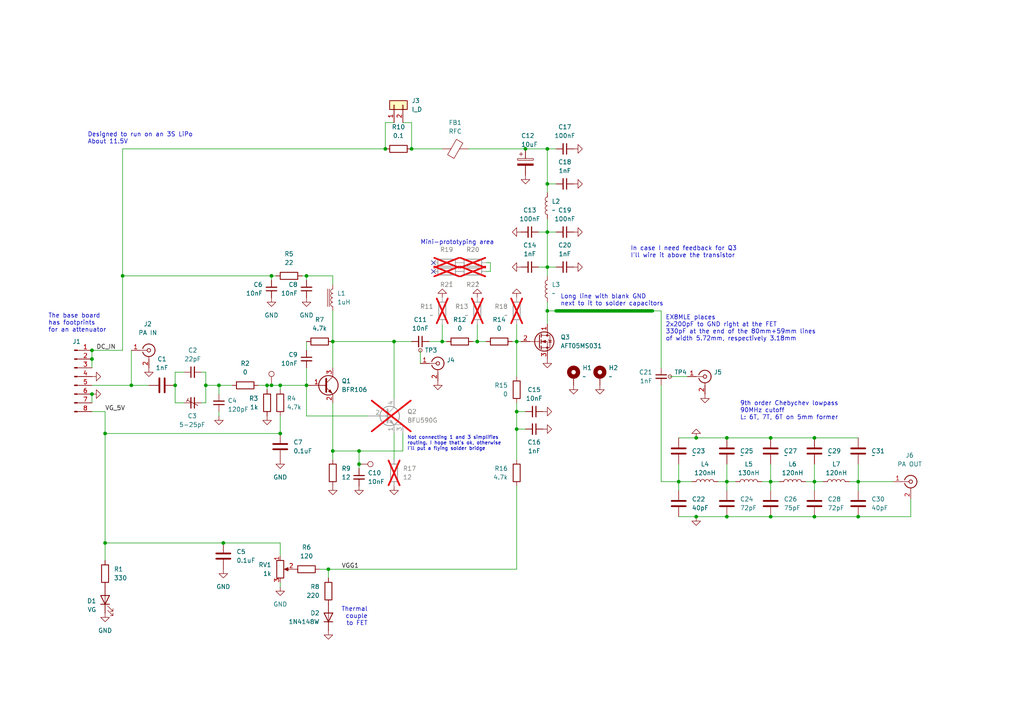
<source format=kicad_sch>
(kicad_sch (version 20230121) (generator eeschema)

  (uuid 5b15e187-8375-4a39-b354-54b5fa659018)

  (paper "A4")

  (title_block
    (title "DART-70 PA")
    (date "2024-01-20")
    (rev "0")
    (company "HB9EGM")
    (comment 1 "With AFT05MS031N")
    (comment 2 "Inspired by EX8MLE's design for RFzero")
  )

  

  (junction (at 248.92 139.7) (diameter 0) (color 0 0 0 0)
    (uuid 0bcd891c-add9-4d91-812e-8140e1566456)
  )
  (junction (at 77.47 111.76) (diameter 0) (color 0 0 0 0)
    (uuid 0d878126-857a-4c78-a4d5-4273794a08d4)
  )
  (junction (at 104.14 134.62) (diameter 0) (color 0 0 0 0)
    (uuid 15a7353c-679d-4a39-8e21-8dcf4dd15adb)
  )
  (junction (at 152.4 43.18) (diameter 0) (color 0 0 0 0)
    (uuid 1818fd5a-f024-4bd2-ad04-b315c39aa0b0)
  )
  (junction (at 223.52 127) (diameter 0) (color 0 0 0 0)
    (uuid 19618c12-a2cb-478a-8b14-651c68cc77ea)
  )
  (junction (at 30.48 125.73) (diameter 0) (color 0 0 0 0)
    (uuid 1b13994c-f089-475c-854a-0f5b759e3659)
  )
  (junction (at 138.43 99.06) (diameter 0) (color 0 0 0 0)
    (uuid 1d29dab7-1d7e-452e-804f-fa3f89273a2c)
  )
  (junction (at 26.67 104.14) (diameter 0) (color 0 0 0 0)
    (uuid 28a0b373-5b61-4052-b7a3-90f5ce7f26c1)
  )
  (junction (at 119.38 43.18) (diameter 0) (color 0 0 0 0)
    (uuid 2a7537ae-d8f3-4605-825d-d390f2dea678)
  )
  (junction (at 95.25 165.1) (diameter 0) (color 0 0 0 0)
    (uuid 38571954-dc08-459e-955e-985aef59d884)
  )
  (junction (at 81.28 125.73) (diameter 0) (color 0 0 0 0)
    (uuid 3a8c163e-a20c-4266-ab24-4969ee46ac76)
  )
  (junction (at 26.67 114.3) (diameter 0) (color 0 0 0 0)
    (uuid 3c783469-312e-49da-b1a0-5ef2411af3fa)
  )
  (junction (at 35.56 80.01) (diameter 0) (color 0 0 0 0)
    (uuid 3e78c101-b3d7-4bbe-a373-cef8ed5a7290)
  )
  (junction (at 64.77 157.48) (diameter 0) (color 0 0 0 0)
    (uuid 41d16c10-6ab7-4910-b7d9-bc7dfcf15d6e)
  )
  (junction (at 26.67 101.6) (diameter 0) (color 0 0 0 0)
    (uuid 4847b75a-9b26-4f92-8eb7-87ef4973a7cd)
  )
  (junction (at 88.9 80.01) (diameter 0) (color 0 0 0 0)
    (uuid 4da6b9f7-70a6-4d3a-ad89-9b25eb6a6b9f)
  )
  (junction (at 196.85 139.7) (diameter 0) (color 0 0 0 0)
    (uuid 4e2c4901-c98e-4b9e-8c95-321a4f3ad2f0)
  )
  (junction (at 236.22 149.86) (diameter 0) (color 0 0 0 0)
    (uuid 52009888-0ed9-4cfe-8d68-9b71ac06de5e)
  )
  (junction (at 30.48 157.48) (diameter 0) (color 0 0 0 0)
    (uuid 5220a873-9e9f-41e6-b44b-ea09e494d30e)
  )
  (junction (at 158.75 67.31) (diameter 0) (color 0 0 0 0)
    (uuid 5223d014-efa2-464b-8d47-a5f566011098)
  )
  (junction (at 223.52 149.86) (diameter 0) (color 0 0 0 0)
    (uuid 52b041e2-3cdc-414e-aef2-a4311f1f555a)
  )
  (junction (at 78.74 111.76) (diameter 0) (color 0 0 0 0)
    (uuid 56ca4ba1-13ac-496d-9984-7fdf51609077)
  )
  (junction (at 114.3 99.06) (diameter 0) (color 0 0 0 0)
    (uuid 59ba7f85-50ff-4879-9db6-5eddb29afe0c)
  )
  (junction (at 50.8 111.76) (diameter 0) (color 0 0 0 0)
    (uuid 5ccb938c-1757-4a8a-a26f-33e46e8f2c72)
  )
  (junction (at 96.52 130.81) (diameter 0) (color 0 0 0 0)
    (uuid 619ca898-8620-46b6-8a46-63ec74636165)
  )
  (junction (at 88.9 111.76) (diameter 0) (color 0 0 0 0)
    (uuid 6525f38c-2fde-421e-ac50-99a590fb8aa4)
  )
  (junction (at 158.75 90.17) (diameter 0) (color 0 0 0 0)
    (uuid 691b89e3-38f6-4a25-991f-71e10b08c971)
  )
  (junction (at 236.22 139.7) (diameter 0) (color 0 0 0 0)
    (uuid 6d789521-65b9-48b1-bcb6-625df8727f6c)
  )
  (junction (at 149.86 119.38) (diameter 0) (color 0 0 0 0)
    (uuid 6f12d461-9c41-44e6-9d4b-3c964829c153)
  )
  (junction (at 59.69 111.76) (diameter 0) (color 0 0 0 0)
    (uuid 79ebc2a2-03a9-4373-889b-065a112eb340)
  )
  (junction (at 96.52 99.06) (diameter 0) (color 0 0 0 0)
    (uuid 80379723-df48-4c60-b918-31b2a4bda3dd)
  )
  (junction (at 81.28 111.76) (diameter 0) (color 0 0 0 0)
    (uuid 8c8e5714-5de9-4e4b-b9d7-509a0302c29b)
  )
  (junction (at 158.75 43.18) (diameter 0) (color 0 0 0 0)
    (uuid 9aaf1e30-2a34-482a-b82f-4b42662ef83e)
  )
  (junction (at 201.93 149.86) (diameter 0) (color 0 0 0 0)
    (uuid 9d53b1ea-e756-4a47-97fd-34ca048d5bdd)
  )
  (junction (at 158.75 53.34) (diameter 0) (color 0 0 0 0)
    (uuid aa4198e9-9253-4912-88d3-2bc9f9ccc3cb)
  )
  (junction (at 210.82 127) (diameter 0) (color 0 0 0 0)
    (uuid b6bf12fd-12ae-4bc6-8252-3e88e013689d)
  )
  (junction (at 223.52 139.7) (diameter 0) (color 0 0 0 0)
    (uuid c2836a44-6b6f-481b-ba39-149f257bd8c6)
  )
  (junction (at 149.86 99.06) (diameter 0) (color 0 0 0 0)
    (uuid cad6a12c-e9a4-4231-89d8-a5b93e94b5c3)
  )
  (junction (at 38.1 111.76) (diameter 0) (color 0 0 0 0)
    (uuid cb6954ea-0eae-41ef-b7f1-4bd859a09d7c)
  )
  (junction (at 128.27 99.06) (diameter 0) (color 0 0 0 0)
    (uuid cbdbdb63-67b3-4e90-bdb1-9ac9135cfd50)
  )
  (junction (at 63.5 111.76) (diameter 0) (color 0 0 0 0)
    (uuid ce481610-0b72-475a-b215-c1f8bdbeb1cd)
  )
  (junction (at 149.86 124.46) (diameter 0) (color 0 0 0 0)
    (uuid d658e4de-b98d-4535-84b5-299e97561988)
  )
  (junction (at 236.22 127) (diameter 0) (color 0 0 0 0)
    (uuid ddeb07fc-1c3b-4883-b484-264df3d066dd)
  )
  (junction (at 210.82 139.7) (diameter 0) (color 0 0 0 0)
    (uuid e00236bf-393e-4cb6-9851-c88577eec278)
  )
  (junction (at 78.74 80.01) (diameter 0) (color 0 0 0 0)
    (uuid e7d4d251-caf8-4e6e-9204-795c713a7442)
  )
  (junction (at 111.76 43.18) (diameter 0) (color 0 0 0 0)
    (uuid e7f551a9-e0df-4a96-a575-86b0c714778a)
  )
  (junction (at 104.14 130.81) (diameter 0) (color 0 0 0 0)
    (uuid e7fef742-9201-40b9-933c-37a7e36cbd68)
  )
  (junction (at 158.75 77.47) (diameter 0) (color 0 0 0 0)
    (uuid e80f9fff-5840-40c6-8d64-77dddfb42c90)
  )
  (junction (at 201.93 127) (diameter 0) (color 0 0 0 0)
    (uuid ef0ba3c4-8478-424e-878f-d978d41e9751)
  )
  (junction (at 210.82 149.86) (diameter 0) (color 0 0 0 0)
    (uuid f37380c5-aa7e-4de7-adf7-94344729afba)
  )
  (junction (at 248.92 149.86) (diameter 0) (color 0 0 0 0)
    (uuid fb4da500-9993-47e0-a7cc-b250f2522a92)
  )

  (no_connect (at 125.73 78.74) (uuid 03647a2d-9302-4941-929b-5bd06790ac6a))
  (no_connect (at 125.73 76.2) (uuid cdd90f58-7169-4fd5-a105-cc112d2282e7))

  (wire (pts (xy 208.28 139.7) (xy 210.82 139.7))
    (stroke (width 0) (type default))
    (uuid 02d9bd2c-bdac-4e00-bbd0-c6ce51cd9f28)
  )
  (wire (pts (xy 78.74 111.76) (xy 81.28 111.76))
    (stroke (width 0) (type default))
    (uuid 03b0401c-a489-47d9-bb1c-9d10e469309e)
  )
  (wire (pts (xy 114.3 99.06) (xy 119.38 99.06))
    (stroke (width 0) (type default))
    (uuid 0506ce42-0a4a-4330-a19a-32bac51e37ed)
  )
  (wire (pts (xy 223.52 134.62) (xy 223.52 139.7))
    (stroke (width 0) (type default))
    (uuid 06bb031a-df74-46aa-964b-d03759e0ce7e)
  )
  (wire (pts (xy 142.24 76.2) (xy 140.97 76.2))
    (stroke (width 0) (type default))
    (uuid 0b812465-69fa-474a-815c-899f193c2f6a)
  )
  (wire (pts (xy 87.63 80.01) (xy 88.9 80.01))
    (stroke (width 0) (type default))
    (uuid 0d879d8c-0140-4523-abdb-ba257d910e63)
  )
  (wire (pts (xy 201.93 149.86) (xy 210.82 149.86))
    (stroke (width 0) (type default))
    (uuid 136ddcfb-269e-4af1-8cb0-af22704b496c)
  )
  (wire (pts (xy 149.86 99.06) (xy 151.13 99.06))
    (stroke (width 0) (type default))
    (uuid 1421c52e-eecc-45a4-b371-7380e42b9396)
  )
  (wire (pts (xy 59.69 111.76) (xy 59.69 116.84))
    (stroke (width 0) (type default))
    (uuid 1636314b-5a5e-4086-8548-293761dc7036)
  )
  (wire (pts (xy 26.67 114.3) (xy 26.67 116.84))
    (stroke (width 0) (type default))
    (uuid 16f50195-4b35-4f32-8157-1564ff2a6c51)
  )
  (wire (pts (xy 210.82 134.62) (xy 210.82 139.7))
    (stroke (width 0) (type default))
    (uuid 182d0b58-9940-4b6a-abde-336d3ff7c3f9)
  )
  (wire (pts (xy 81.28 120.65) (xy 81.28 125.73))
    (stroke (width 0) (type default))
    (uuid 190d063d-174e-4ad9-85f8-55e4d428bd12)
  )
  (wire (pts (xy 35.56 43.18) (xy 35.56 80.01))
    (stroke (width 0) (type default))
    (uuid 19dbda84-438f-4196-a633-a732bb89dddb)
  )
  (wire (pts (xy 35.56 80.01) (xy 78.74 80.01))
    (stroke (width 0) (type default))
    (uuid 1b52eb81-185d-47ad-9d0d-efab0d6a8d99)
  )
  (wire (pts (xy 248.92 142.24) (xy 248.92 139.7))
    (stroke (width 0) (type default))
    (uuid 1dc14bea-5d31-441a-aad4-838348e61bab)
  )
  (wire (pts (xy 88.9 106.68) (xy 88.9 111.76))
    (stroke (width 0) (type default))
    (uuid 1df34c33-4d7a-4dbb-98ae-99ebd2698365)
  )
  (wire (pts (xy 161.29 67.31) (xy 158.75 67.31))
    (stroke (width 0) (type default))
    (uuid 1e01d736-530b-479e-b5bd-fd5179c22560)
  )
  (wire (pts (xy 158.75 90.17) (xy 161.29 90.17))
    (stroke (width 0) (type default))
    (uuid 1f90b473-4e0f-4bc8-a42d-4612f5af52af)
  )
  (wire (pts (xy 128.27 99.06) (xy 129.54 99.06))
    (stroke (width 0) (type default))
    (uuid 1fb367c3-409c-4eb3-a9e7-4a2a2d181119)
  )
  (wire (pts (xy 111.76 43.18) (xy 111.76 35.56))
    (stroke (width 0) (type default))
    (uuid 21a21950-4947-45f4-ba42-3637172c695d)
  )
  (wire (pts (xy 142.24 78.74) (xy 142.24 76.2))
    (stroke (width 0) (type default))
    (uuid 2324c1e3-895b-4b30-b7f3-6afcc46b20c2)
  )
  (wire (pts (xy 77.47 111.76) (xy 77.47 113.03))
    (stroke (width 0) (type default))
    (uuid 250731c4-7544-4aa5-bdd8-a46175e958d0)
  )
  (wire (pts (xy 111.76 35.56) (xy 114.3 35.56))
    (stroke (width 0) (type default))
    (uuid 27b794cf-89be-48e6-93dc-1c2cad006517)
  )
  (wire (pts (xy 30.48 125.73) (xy 30.48 157.48))
    (stroke (width 0) (type default))
    (uuid 27cce050-59b8-4561-98c4-be1b715e7126)
  )
  (wire (pts (xy 140.97 78.74) (xy 142.24 78.74))
    (stroke (width 0) (type default))
    (uuid 29e35791-02ff-4050-a434-6d7bced2c8c4)
  )
  (wire (pts (xy 138.43 99.06) (xy 140.97 99.06))
    (stroke (width 0) (type default))
    (uuid 2b931cb1-4b5f-41b7-b0bc-d4b47f5281be)
  )
  (wire (pts (xy 149.86 165.1) (xy 149.86 140.97))
    (stroke (width 0) (type default))
    (uuid 2beba113-f652-4f4e-9a80-25e512f2064a)
  )
  (wire (pts (xy 114.3 125.73) (xy 114.3 133.35))
    (stroke (width 0) (type default))
    (uuid 2cd03c37-db3c-4890-8b48-88674dc9edd7)
  )
  (wire (pts (xy 264.16 149.86) (xy 264.16 144.78))
    (stroke (width 0) (type default))
    (uuid 2d556dda-1bf7-4959-93c4-639a84fc0357)
  )
  (wire (pts (xy 191.77 106.68) (xy 191.77 90.17))
    (stroke (width 0) (type default))
    (uuid 2deba761-7a50-4462-8189-274eb63905bf)
  )
  (wire (pts (xy 30.48 119.38) (xy 30.48 125.73))
    (stroke (width 0) (type default))
    (uuid 2e5adcbf-708d-487e-8933-016b829e788c)
  )
  (wire (pts (xy 196.85 134.62) (xy 196.85 139.7))
    (stroke (width 0) (type default))
    (uuid 3242b5bb-4f0f-4754-a7ba-9fb835b394ae)
  )
  (wire (pts (xy 210.82 127) (xy 223.52 127))
    (stroke (width 0) (type default))
    (uuid 3307ebd0-9091-4015-885e-0b7a57d30cad)
  )
  (wire (pts (xy 236.22 149.86) (xy 248.92 149.86))
    (stroke (width 0) (type default))
    (uuid 3875d0a9-6215-4082-a561-c1d54b4e3e41)
  )
  (wire (pts (xy 149.86 99.06) (xy 149.86 109.22))
    (stroke (width 0) (type default))
    (uuid 3ad73026-31c9-479c-8c02-4a79cedc1620)
  )
  (wire (pts (xy 149.86 133.35) (xy 149.86 124.46))
    (stroke (width 0) (type default))
    (uuid 3c2ff989-e79b-4138-a104-e16109b1e39f)
  )
  (wire (pts (xy 246.38 139.7) (xy 248.92 139.7))
    (stroke (width 0) (type default))
    (uuid 3d635bff-bd7e-4bbc-9d28-837bf6bc999e)
  )
  (wire (pts (xy 88.9 120.65) (xy 106.68 120.65))
    (stroke (width 0) (type default))
    (uuid 3e628f37-a3e9-426a-a6bd-08fa04ef4120)
  )
  (wire (pts (xy 26.67 101.6) (xy 35.56 101.6))
    (stroke (width 0) (type default))
    (uuid 413cb9c7-61f3-4dc8-a5d3-08e112c1ab56)
  )
  (wire (pts (xy 30.48 157.48) (xy 64.77 157.48))
    (stroke (width 0) (type default))
    (uuid 4145d2dd-75bb-44e8-abe3-f6e59f6611dc)
  )
  (wire (pts (xy 137.16 99.06) (xy 138.43 99.06))
    (stroke (width 0) (type default))
    (uuid 41f20ce1-735d-4dcb-b210-3dc94b837d1c)
  )
  (wire (pts (xy 191.77 139.7) (xy 196.85 139.7))
    (stroke (width 0) (type default))
    (uuid 445b70c3-bc6b-482b-b8fd-05d34ea344b4)
  )
  (wire (pts (xy 119.38 35.56) (xy 119.38 43.18))
    (stroke (width 0) (type default))
    (uuid 4466b880-fd6b-4d44-9f5b-0845422aa863)
  )
  (wire (pts (xy 30.48 125.73) (xy 81.28 125.73))
    (stroke (width 0) (type default))
    (uuid 455a949b-328d-4657-b2e0-f30ddaf96b47)
  )
  (wire (pts (xy 236.22 134.62) (xy 236.22 139.7))
    (stroke (width 0) (type default))
    (uuid 475a8e15-7315-4db6-b46f-043f30374b9c)
  )
  (wire (pts (xy 158.75 53.34) (xy 158.75 55.88))
    (stroke (width 0) (type default))
    (uuid 4795b5f0-d86f-45db-8fcd-722fbbc5af6b)
  )
  (wire (pts (xy 96.52 99.06) (xy 96.52 106.68))
    (stroke (width 0) (type default))
    (uuid 48d2fa6f-d9c7-48a6-bdc2-32574ff474ef)
  )
  (wire (pts (xy 78.74 80.01) (xy 80.01 80.01))
    (stroke (width 0) (type default))
    (uuid 49042d06-329b-44c2-83e6-6beba613b52d)
  )
  (wire (pts (xy 81.28 161.29) (xy 81.28 157.48))
    (stroke (width 0) (type default))
    (uuid 4e4aaf95-5e41-42ec-9c20-560fc06a43a8)
  )
  (wire (pts (xy 35.56 43.18) (xy 111.76 43.18))
    (stroke (width 0) (type default))
    (uuid 50f57efc-37ba-4e95-97ed-3da1e6543105)
  )
  (wire (pts (xy 58.42 107.95) (xy 59.69 107.95))
    (stroke (width 0) (type default))
    (uuid 57b2d430-61e8-4daa-9d5e-9b555b72b9ba)
  )
  (wire (pts (xy 158.75 43.18) (xy 161.29 43.18))
    (stroke (width 0) (type default))
    (uuid 5a3eb644-cc09-4217-885f-675f40cea99e)
  )
  (wire (pts (xy 26.67 101.6) (xy 26.67 104.14))
    (stroke (width 0) (type default))
    (uuid 5a6d559b-b82d-4729-bf5a-c314cfd7ddd9)
  )
  (wire (pts (xy 149.86 119.38) (xy 149.86 124.46))
    (stroke (width 0) (type default))
    (uuid 5a85effd-8328-45a1-9a54-5058690e5fd9)
  )
  (wire (pts (xy 88.9 120.65) (xy 88.9 111.76))
    (stroke (width 0) (type default))
    (uuid 5b6cc6f7-f424-4eb8-8053-90a863119a27)
  )
  (wire (pts (xy 156.21 77.47) (xy 158.75 77.47))
    (stroke (width 0) (type default))
    (uuid 6108d2e9-7117-4f95-9eb4-bad50fadc71a)
  )
  (wire (pts (xy 149.86 124.46) (xy 152.4 124.46))
    (stroke (width 0) (type default))
    (uuid 63415c8a-ef2d-4d77-8dc4-adbdd7d9fa05)
  )
  (wire (pts (xy 248.92 134.62) (xy 248.92 139.7))
    (stroke (width 0) (type default))
    (uuid 647f85b8-912d-460f-8741-349908d0c6ae)
  )
  (wire (pts (xy 201.93 127) (xy 210.82 127))
    (stroke (width 0) (type default))
    (uuid 66b1bc30-d87a-4606-a5fe-2191f536c3c3)
  )
  (wire (pts (xy 233.68 139.7) (xy 236.22 139.7))
    (stroke (width 0) (type default))
    (uuid 68a3c539-124a-41b3-b329-121fdcdf4d82)
  )
  (wire (pts (xy 158.75 43.18) (xy 158.75 53.34))
    (stroke (width 0) (type default))
    (uuid 6a0b2a54-deb8-4522-b8a4-6c8caef04015)
  )
  (wire (pts (xy 53.34 107.95) (xy 50.8 107.95))
    (stroke (width 0) (type default))
    (uuid 6e7af77a-4865-4c73-a97d-7e702dbd947a)
  )
  (wire (pts (xy 104.14 130.81) (xy 116.84 130.81))
    (stroke (width 0) (type default))
    (uuid 6eab71dd-d844-4d88-9e13-febd6531fa1f)
  )
  (wire (pts (xy 223.52 149.86) (xy 236.22 149.86))
    (stroke (width 0) (type default))
    (uuid 6f010f1c-07e1-4149-9d5c-c21456d92502)
  )
  (wire (pts (xy 158.75 53.34) (xy 161.29 53.34))
    (stroke (width 0) (type default))
    (uuid 711cb8d0-9eef-4143-a1c2-8a99475f50fb)
  )
  (wire (pts (xy 248.92 139.7) (xy 259.08 139.7))
    (stroke (width 0) (type default))
    (uuid 73e5657d-3dd8-4561-9507-5da2e090068e)
  )
  (wire (pts (xy 88.9 81.28) (xy 88.9 80.01))
    (stroke (width 0) (type default))
    (uuid 75429fef-127e-4826-87bd-9fa82a2c4c72)
  )
  (wire (pts (xy 223.52 127) (xy 236.22 127))
    (stroke (width 0) (type default))
    (uuid 758bacb4-6106-48f8-8b84-1fb450a90659)
  )
  (wire (pts (xy 148.59 99.06) (xy 149.86 99.06))
    (stroke (width 0) (type default))
    (uuid 779dd6f2-f6c1-430a-9a60-0ee8baacaeac)
  )
  (wire (pts (xy 26.67 111.76) (xy 38.1 111.76))
    (stroke (width 0) (type default))
    (uuid 79331c80-4207-4bf0-97a9-f2d36a42e8b5)
  )
  (wire (pts (xy 77.47 111.76) (xy 78.74 111.76))
    (stroke (width 0) (type default))
    (uuid 796f82fb-c242-4368-ab82-0757083ba697)
  )
  (wire (pts (xy 121.92 101.6) (xy 121.92 105.41))
    (stroke (width 0) (type default))
    (uuid 79f3e3fe-2ecb-46eb-90d6-177461413f8a)
  )
  (wire (pts (xy 114.3 99.06) (xy 114.3 115.57))
    (stroke (width 0) (type default))
    (uuid 7ce92840-952f-442e-9833-473589403ae4)
  )
  (wire (pts (xy 38.1 111.76) (xy 43.18 111.76))
    (stroke (width 0) (type default))
    (uuid 7d2a555d-7e23-4991-a2f7-03ae9e008e26)
  )
  (wire (pts (xy 158.75 67.31) (xy 158.75 77.47))
    (stroke (width 0) (type default))
    (uuid 7dd22752-619b-4560-acd6-1a6afb584914)
  )
  (wire (pts (xy 116.84 35.56) (xy 119.38 35.56))
    (stroke (width 0) (type default))
    (uuid 7dd8b210-4ad2-4845-86a7-f4102192b2f3)
  )
  (wire (pts (xy 96.52 130.81) (xy 96.52 116.84))
    (stroke (width 0) (type default))
    (uuid 7e22bddb-1efe-48cd-afe8-77e01c97dab2)
  )
  (wire (pts (xy 196.85 139.7) (xy 200.66 139.7))
    (stroke (width 0) (type default))
    (uuid 7ee250ca-901c-4610-b531-e54b0137a8c6)
  )
  (wire (pts (xy 248.92 149.86) (xy 264.16 149.86))
    (stroke (width 0) (type default))
    (uuid 833bc44d-6de8-4d58-9628-ea846184bd67)
  )
  (wire (pts (xy 30.48 157.48) (xy 30.48 162.56))
    (stroke (width 0) (type default))
    (uuid 83770f2d-f00d-497e-85c7-89ed78d16a9a)
  )
  (wire (pts (xy 223.52 139.7) (xy 226.06 139.7))
    (stroke (width 0) (type default))
    (uuid 844a2dab-6a62-4261-8029-ee2efcdaee04)
  )
  (wire (pts (xy 96.52 90.17) (xy 96.52 99.06))
    (stroke (width 0) (type default))
    (uuid 84d11245-f20d-44e6-a6a3-b71c178a5e5b)
  )
  (wire (pts (xy 74.93 111.76) (xy 77.47 111.76))
    (stroke (width 0) (type default))
    (uuid 88555da9-1767-4924-aa75-9c1664f56f1a)
  )
  (wire (pts (xy 26.67 104.14) (xy 26.67 106.68))
    (stroke (width 0) (type default))
    (uuid 88927bda-07b7-496e-8c69-9398d7a36abe)
  )
  (wire (pts (xy 236.22 142.24) (xy 236.22 139.7))
    (stroke (width 0) (type default))
    (uuid 8aaa2e0f-84e6-4e52-956a-a00fa57f5c0d)
  )
  (wire (pts (xy 104.14 130.81) (xy 104.14 134.62))
    (stroke (width 0) (type default))
    (uuid 8af2d381-b4c7-4e31-87e6-196e1379a682)
  )
  (wire (pts (xy 35.56 101.6) (xy 35.56 80.01))
    (stroke (width 0) (type default))
    (uuid 924241df-5099-444f-856a-fed46b45c9aa)
  )
  (wire (pts (xy 158.75 77.47) (xy 158.75 80.01))
    (stroke (width 0) (type default))
    (uuid 94de869a-0b44-4e01-a31f-608cb1e08244)
  )
  (wire (pts (xy 104.14 130.81) (xy 96.52 130.81))
    (stroke (width 0) (type default))
    (uuid 95d9cc26-eeae-4e78-9928-f9e199c4c7ec)
  )
  (wire (pts (xy 210.82 139.7) (xy 213.36 139.7))
    (stroke (width 0) (type default))
    (uuid 975d7205-0b70-411d-9f81-c0a29f7157b3)
  )
  (wire (pts (xy 38.1 101.6) (xy 38.1 111.76))
    (stroke (width 0) (type default))
    (uuid 97e5d401-e56f-45e9-a932-7f5b1d7073de)
  )
  (wire (pts (xy 81.28 111.76) (xy 81.28 113.03))
    (stroke (width 0) (type default))
    (uuid 9a01972b-35c4-4cd7-8b81-452d5eaa6b15)
  )
  (wire (pts (xy 50.8 107.95) (xy 50.8 111.76))
    (stroke (width 0) (type default))
    (uuid 9afb27de-aead-45fb-a51b-f5c54f15c26f)
  )
  (wire (pts (xy 59.69 107.95) (xy 59.69 111.76))
    (stroke (width 0) (type default))
    (uuid 9be4757f-3ca7-4c06-bce5-d33b117d93c1)
  )
  (wire (pts (xy 149.86 93.98) (xy 149.86 99.06))
    (stroke (width 0) (type default))
    (uuid 9c6df3d4-ffa9-4bb3-a44f-68323d96cb1e)
  )
  (wire (pts (xy 189.23 90.17) (xy 191.77 90.17))
    (stroke (width 0) (type default))
    (uuid 9e3e1980-0be8-4216-81ed-771f0992c0f9)
  )
  (wire (pts (xy 138.43 93.98) (xy 138.43 99.06))
    (stroke (width 0) (type default))
    (uuid 9e811961-8c70-4bcf-8cf8-4b34fdc73675)
  )
  (wire (pts (xy 223.52 142.24) (xy 223.52 139.7))
    (stroke (width 0) (type default))
    (uuid 9ec3977b-9354-4e3c-a2ab-32504a91484a)
  )
  (wire (pts (xy 196.85 149.86) (xy 201.93 149.86))
    (stroke (width 0) (type default))
    (uuid 9f4a74ed-3f8c-4fa3-b5b3-7aba8142dce2)
  )
  (wire (pts (xy 78.74 81.28) (xy 78.74 80.01))
    (stroke (width 0) (type default))
    (uuid a1716bea-e9cf-4a0d-a6ee-818291b8663c)
  )
  (wire (pts (xy 88.9 80.01) (xy 96.52 80.01))
    (stroke (width 0) (type default))
    (uuid a75e87a6-38fc-49d9-8620-23158fe55a7a)
  )
  (wire (pts (xy 50.8 116.84) (xy 50.8 111.76))
    (stroke (width 0) (type default))
    (uuid a7ca72be-999d-430b-9b64-030f39cd86a3)
  )
  (wire (pts (xy 158.75 63.5) (xy 158.75 67.31))
    (stroke (width 0) (type default))
    (uuid a870d796-b1c5-4cda-9628-ca229808998f)
  )
  (wire (pts (xy 135.89 43.18) (xy 152.4 43.18))
    (stroke (width 0) (type default))
    (uuid ae36c71d-a551-4560-a01e-1410d69aedca)
  )
  (wire (pts (xy 196.85 142.24) (xy 196.85 139.7))
    (stroke (width 0) (type default))
    (uuid aefe7f0e-55a9-4165-a5f3-8f5c091fcf65)
  )
  (wire (pts (xy 104.14 135.89) (xy 104.14 134.62))
    (stroke (width 0) (type default))
    (uuid b1bd08ed-8417-4b71-8015-67cdd3196f88)
  )
  (wire (pts (xy 53.34 116.84) (xy 50.8 116.84))
    (stroke (width 0) (type default))
    (uuid b5356a23-65a1-4770-9000-1e14070a7b70)
  )
  (wire (pts (xy 63.5 111.76) (xy 67.31 111.76))
    (stroke (width 0) (type default))
    (uuid b5d3ec55-800d-49f9-a592-9cda7f30b70f)
  )
  (wire (pts (xy 124.46 99.06) (xy 128.27 99.06))
    (stroke (width 0) (type default))
    (uuid b7b52db8-7f43-4b0e-9d7e-3ad1fdaa6f5a)
  )
  (wire (pts (xy 149.86 119.38) (xy 152.4 119.38))
    (stroke (width 0) (type default))
    (uuid b9264e58-5f11-409c-80f0-c8b495d09aba)
  )
  (wire (pts (xy 95.25 165.1) (xy 149.86 165.1))
    (stroke (width 0) (type default))
    (uuid bd80e32a-0971-4b35-b1a4-14f5642ec2d7)
  )
  (wire (pts (xy 149.86 116.84) (xy 149.86 119.38))
    (stroke (width 0) (type default))
    (uuid bf828acc-3bce-412c-aa86-58fafb972369)
  )
  (wire (pts (xy 96.52 130.81) (xy 96.52 133.35))
    (stroke (width 0) (type default))
    (uuid c0d95078-db22-4001-b859-d6419909c2db)
  )
  (wire (pts (xy 152.4 43.18) (xy 158.75 43.18))
    (stroke (width 0) (type default))
    (uuid c47c61bf-4f0f-4c81-a582-26b0a0efbecc)
  )
  (wire (pts (xy 119.38 43.18) (xy 128.27 43.18))
    (stroke (width 0) (type default))
    (uuid c60a9973-3ee5-45df-983f-16e317ee423a)
  )
  (wire (pts (xy 196.85 127) (xy 201.93 127))
    (stroke (width 0) (type default))
    (uuid c7b8c41f-d71a-4f46-bf9c-42064782026c)
  )
  (wire (pts (xy 95.25 167.64) (xy 95.25 165.1))
    (stroke (width 0) (type default))
    (uuid c9e129b1-b3f9-4dec-9a2c-8df92f9e12d2)
  )
  (wire (pts (xy 81.28 111.76) (xy 88.9 111.76))
    (stroke (width 0) (type default))
    (uuid c9f08a66-21a3-4bba-ba77-9066107c2e42)
  )
  (wire (pts (xy 161.29 90.17) (xy 189.23 90.17))
    (stroke (width 1) (type default))
    (uuid cac53aca-1915-4f1e-8d2b-52056bff4427)
  )
  (wire (pts (xy 156.21 67.31) (xy 158.75 67.31))
    (stroke (width 0) (type default))
    (uuid cc1dc6c3-b21a-4eec-913f-fff6cabe0d66)
  )
  (wire (pts (xy 88.9 99.06) (xy 88.9 101.6))
    (stroke (width 0) (type default))
    (uuid d5f9ece8-b750-48e5-a492-eba339bf4cd3)
  )
  (wire (pts (xy 236.22 127) (xy 248.92 127))
    (stroke (width 0) (type default))
    (uuid d68291a0-c577-4515-afda-7750b9d47ae7)
  )
  (wire (pts (xy 63.5 119.38) (xy 63.5 120.65))
    (stroke (width 0) (type default))
    (uuid d8348cca-f3db-4086-9bad-687901903790)
  )
  (wire (pts (xy 96.52 99.06) (xy 114.3 99.06))
    (stroke (width 0) (type default))
    (uuid d92decae-cac9-481c-abc4-0f26136c364f)
  )
  (wire (pts (xy 161.29 77.47) (xy 158.75 77.47))
    (stroke (width 0) (type default))
    (uuid da1253e4-a00b-4360-bbb3-4265dbc37976)
  )
  (wire (pts (xy 116.84 130.81) (xy 116.84 125.73))
    (stroke (width 0) (type default))
    (uuid daae76a9-bfa7-41b8-8943-9ccc7e9089fd)
  )
  (wire (pts (xy 158.75 90.17) (xy 158.75 93.98))
    (stroke (width 0) (type default))
    (uuid dac9e428-1da5-4d38-9d1a-c129d6db23d0)
  )
  (wire (pts (xy 128.27 93.98) (xy 128.27 99.06))
    (stroke (width 0) (type default))
    (uuid dae43413-78e4-4a4f-a819-46aca2acd7c0)
  )
  (wire (pts (xy 81.28 157.48) (xy 64.77 157.48))
    (stroke (width 0) (type default))
    (uuid dc41e1a0-697e-46b7-b336-f24a894bea34)
  )
  (wire (pts (xy 210.82 142.24) (xy 210.82 139.7))
    (stroke (width 0) (type default))
    (uuid df34b426-18e2-4f9e-b393-e82bcedc8d2f)
  )
  (wire (pts (xy 236.22 139.7) (xy 238.76 139.7))
    (stroke (width 0) (type default))
    (uuid df621f7e-6c22-42c3-abbd-8c04e843cd82)
  )
  (wire (pts (xy 59.69 116.84) (xy 58.42 116.84))
    (stroke (width 0) (type default))
    (uuid e02fc88f-7718-45df-b23f-3a97427724fb)
  )
  (wire (pts (xy 81.28 170.18) (xy 81.28 168.91))
    (stroke (width 0) (type default))
    (uuid e14f03b4-e8c5-4f83-8964-d3d4e59a3a78)
  )
  (wire (pts (xy 96.52 80.01) (xy 96.52 82.55))
    (stroke (width 0) (type default))
    (uuid e394d256-bc84-4542-a4db-61c3400568e3)
  )
  (wire (pts (xy 158.75 87.63) (xy 158.75 90.17))
    (stroke (width 0) (type default))
    (uuid ebb15ae9-a593-4ca4-a436-404575902885)
  )
  (wire (pts (xy 59.69 111.76) (xy 63.5 111.76))
    (stroke (width 0) (type default))
    (uuid ee90ddee-404d-4bbd-9749-eed134dab949)
  )
  (wire (pts (xy 63.5 111.76) (xy 63.5 114.3))
    (stroke (width 0) (type default))
    (uuid eee4f4f0-f15b-4ac6-b196-3b9b74f03331)
  )
  (wire (pts (xy 220.98 139.7) (xy 223.52 139.7))
    (stroke (width 0) (type default))
    (uuid f2c6b8dc-3755-4181-8829-829a4dd89ca4)
  )
  (wire (pts (xy 191.77 111.76) (xy 191.77 139.7))
    (stroke (width 0) (type default))
    (uuid f33e7dc8-3d5f-4c56-be7f-83b01ebdd28f)
  )
  (wire (pts (xy 30.48 119.38) (xy 26.67 119.38))
    (stroke (width 0) (type default))
    (uuid f3678de2-0324-4f86-a774-d94c3486800d)
  )
  (wire (pts (xy 210.82 149.86) (xy 223.52 149.86))
    (stroke (width 0) (type default))
    (uuid f491d7c9-d1af-4d58-b2de-74ac1c200d32)
  )
  (wire (pts (xy 95.25 165.1) (xy 92.71 165.1))
    (stroke (width 0) (type default))
    (uuid f8cb5b54-d861-4c0d-8527-b5fe3668e51d)
  )
  (wire (pts (xy 199.39 109.22) (xy 194.31 109.22))
    (stroke (width 0) (type default))
    (uuid fe600f07-efc6-469b-a050-112ed8c96192)
  )

  (text "EX8MLE places\n2x200pF to GND right at the FET\n330pF at the end of the 80mm+59mm lines\nof width 5.72mm, respectively 3.18mm"
    (at 193.04 99.06 0)
    (effects (font (size 1.27 1.27)) (justify left bottom))
    (uuid 30cd0c92-cf28-4fee-8ce8-bcfa28158d68)
  )
  (text "Designed to run on an 3S LiPo\nAbout 11.5V" (at 25.4 41.91 0)
    (effects (font (size 1.27 1.27)) (justify left bottom))
    (uuid 31cfa067-2be5-4dca-81a7-51a9f242ab18)
  )
  (text "The base board\nhas footprints\nfor an attenuator" (at 13.97 96.52 0)
    (effects (font (size 1.27 1.27)) (justify left bottom))
    (uuid 4b434c89-f490-4a13-86c9-b032d6ebd9b3)
  )
  (text "Not connecting 1 and 3 simplifies\nrouting. I hope that's ok, otherwise\nI'll put a flying solder bridge"
    (at 118.11 130.81 0)
    (effects (font (size 1 1)) (justify left bottom))
    (uuid b3c54721-e815-40d5-9789-f365fb4fc6fd)
  )
  (text "Mini-prototyping area" (at 121.92 71.12 0)
    (effects (font (size 1.27 1.27)) (justify left bottom))
    (uuid bd740f6f-6be3-4c3a-b091-ee23d78bd97b)
  )
  (text "Long line with blank GND\nnext to it to solder capacitors"
    (at 162.56 88.9 0)
    (effects (font (size 1.27 1.27)) (justify left bottom))
    (uuid cefb681a-9a85-4932-bbdf-5be16ea04014)
  )
  (text "Thermal\ncouple\nto FET" (at 106.68 181.61 0)
    (effects (font (size 1.27 1.27)) (justify right bottom))
    (uuid da3cca20-6193-469e-96bc-83450d6571ea)
  )
  (text "9th order Chebychev lowpass\n90MHz cutoff\nL: 6T, 7T, 6T on 5mm former"
    (at 214.63 121.92 0)
    (effects (font (size 1.27 1.27)) (justify left bottom))
    (uuid e3524c24-8bcd-43d9-ae49-e75a1feace34)
  )
  (text "In case I need feedback for Q3\nI'll wire it above the transistor"
    (at 182.88 74.93 0)
    (effects (font (size 1.27 1.27)) (justify left bottom))
    (uuid eb316719-38ab-45b2-a583-09fa32740640)
  )

  (label "VGG1" (at 99.06 165.1 0) (fields_autoplaced)
    (effects (font (size 1.27 1.27)) (justify left bottom))
    (uuid 0c4e8317-ecbe-43b5-aec6-8acce175e92a)
  )
  (label "VG_5V" (at 30.48 119.38 0) (fields_autoplaced)
    (effects (font (size 1.27 1.27)) (justify left bottom))
    (uuid 26bbd749-185f-4055-a9ea-0c6a7e811fdf)
  )
  (label "DC_IN" (at 27.94 101.6 0) (fields_autoplaced)
    (effects (font (size 1.27 1.27)) (justify left bottom))
    (uuid f973bbb9-2d43-4214-8c4c-878b7db07df8)
  )

  (symbol (lib_id "power:GND") (at 81.28 133.35 0) (unit 1)
    (in_bom yes) (on_board yes) (dnp no) (fields_autoplaced)
    (uuid 005f7316-cffa-4e97-88b2-31e1116d5794)
    (property "Reference" "#PWR09" (at 81.28 139.7 0)
      (effects (font (size 1.27 1.27)) hide)
    )
    (property "Value" "GND" (at 81.28 138.43 0)
      (effects (font (size 1.27 1.27)))
    )
    (property "Footprint" "" (at 81.28 133.35 0)
      (effects (font (size 1.27 1.27)) hide)
    )
    (property "Datasheet" "" (at 81.28 133.35 0)
      (effects (font (size 1.27 1.27)) hide)
    )
    (pin "1" (uuid a6125074-5a66-4aa2-a276-6f314ca4636b))
    (instances
      (project "kicad-dart-70-pa"
        (path "/5b15e187-8375-4a39-b354-54b5fa659018"
          (reference "#PWR09") (unit 1)
        )
      )
      (project "kicad-dart-70"
        (path "/7c83c304-769a-4be4-890e-297aba22b5b9/f5953f75-4b48-4b4f-8eb7-dca86201f1bf"
          (reference "#PWR?") (unit 1)
        )
      )
    )
  )

  (symbol (lib_id "power:GND") (at 30.48 177.8 0) (unit 1)
    (in_bom yes) (on_board yes) (dnp no) (fields_autoplaced)
    (uuid 0e875641-070b-45c7-800e-ac90743723c4)
    (property "Reference" "#PWR03" (at 30.48 184.15 0)
      (effects (font (size 1.27 1.27)) hide)
    )
    (property "Value" "GND" (at 30.48 182.88 0)
      (effects (font (size 1.27 1.27)))
    )
    (property "Footprint" "" (at 30.48 177.8 0)
      (effects (font (size 1.27 1.27)) hide)
    )
    (property "Datasheet" "" (at 30.48 177.8 0)
      (effects (font (size 1.27 1.27)) hide)
    )
    (pin "1" (uuid c1c8a501-2366-4168-91de-ba2d11d52d14))
    (instances
      (project "kicad-dart-70-pa"
        (path "/5b15e187-8375-4a39-b354-54b5fa659018"
          (reference "#PWR03") (unit 1)
        )
      )
      (project "kicad-dart-70"
        (path "/7c83c304-769a-4be4-890e-297aba22b5b9/f5953f75-4b48-4b4f-8eb7-dca86201f1bf"
          (reference "#PWR?") (unit 1)
        )
      )
    )
  )

  (symbol (lib_id "power:GND") (at 166.37 111.76 0) (unit 1)
    (in_bom yes) (on_board yes) (dnp no) (fields_autoplaced)
    (uuid 0ee3477b-7964-4557-a962-17aef0b9437b)
    (property "Reference" "#PWR029" (at 166.37 118.11 0)
      (effects (font (size 1.27 1.27)) hide)
    )
    (property "Value" "GND" (at 166.37 116.84 0)
      (effects (font (size 1.27 1.27)) hide)
    )
    (property "Footprint" "" (at 166.37 111.76 0)
      (effects (font (size 1.27 1.27)) hide)
    )
    (property "Datasheet" "" (at 166.37 111.76 0)
      (effects (font (size 1.27 1.27)) hide)
    )
    (pin "1" (uuid ac5fc728-e3ba-4bd5-b2ba-e1f86069be97))
    (instances
      (project "kicad-dart-70-pa"
        (path "/5b15e187-8375-4a39-b354-54b5fa659018"
          (reference "#PWR029") (unit 1)
        )
      )
      (project "kicad-dart-70"
        (path "/7c83c304-769a-4be4-890e-297aba22b5b9/8cbb5345-c7a6-41b7-8a2a-794c3d5f0f34"
          (reference "#PWR?") (unit 1)
        )
      )
    )
  )

  (symbol (lib_id "power:GND") (at 127 110.49 0) (unit 1)
    (in_bom yes) (on_board yes) (dnp no) (fields_autoplaced)
    (uuid 10672e22-a06a-4792-b0a8-48daf51993e2)
    (property "Reference" "#PWR015" (at 127 116.84 0)
      (effects (font (size 1.27 1.27)) hide)
    )
    (property "Value" "GND" (at 127 115.57 0)
      (effects (font (size 1.27 1.27)) hide)
    )
    (property "Footprint" "" (at 127 110.49 0)
      (effects (font (size 1.27 1.27)) hide)
    )
    (property "Datasheet" "" (at 127 110.49 0)
      (effects (font (size 1.27 1.27)) hide)
    )
    (pin "1" (uuid 93958cda-95ae-4ad8-b6a4-4f6a74d10ff6))
    (instances
      (project "kicad-dart-70-pa"
        (path "/5b15e187-8375-4a39-b354-54b5fa659018"
          (reference "#PWR015") (unit 1)
        )
      )
      (project "kicad-dart-70"
        (path "/7c83c304-769a-4be4-890e-297aba22b5b9/8cbb5345-c7a6-41b7-8a2a-794c3d5f0f34"
          (reference "#PWR?") (unit 1)
        )
      )
    )
  )

  (symbol (lib_id "power:GND") (at 114.3 140.97 0) (unit 1)
    (in_bom yes) (on_board yes) (dnp no) (fields_autoplaced)
    (uuid 10946b77-1184-4382-9d30-93cbcb2540d3)
    (property "Reference" "#PWR031" (at 114.3 147.32 0)
      (effects (font (size 1.27 1.27)) hide)
    )
    (property "Value" "GND" (at 114.3 146.05 0)
      (effects (font (size 1.27 1.27)) hide)
    )
    (property "Footprint" "" (at 114.3 140.97 0)
      (effects (font (size 1.27 1.27)) hide)
    )
    (property "Datasheet" "" (at 114.3 140.97 0)
      (effects (font (size 1.27 1.27)) hide)
    )
    (pin "1" (uuid 5ff7c8c3-cdc1-4e6a-8bf9-29318853f6be))
    (instances
      (project "kicad-dart-70-pa"
        (path "/5b15e187-8375-4a39-b354-54b5fa659018"
          (reference "#PWR031") (unit 1)
        )
      )
      (project "kicad-dart-70"
        (path "/7c83c304-769a-4be4-890e-297aba22b5b9/8cbb5345-c7a6-41b7-8a2a-794c3d5f0f34"
          (reference "#PWR?") (unit 1)
        )
      )
    )
  )

  (symbol (lib_id "Device:C") (at 236.22 130.81 0) (unit 1)
    (in_bom yes) (on_board yes) (dnp no) (fields_autoplaced)
    (uuid 10e5fa3a-7656-42a3-8098-43e8b5a500a0)
    (property "Reference" "C29" (at 240.03 130.81 0)
      (effects (font (size 1.27 1.27)) (justify left))
    )
    (property "Value" "~" (at 240.03 132.08 0)
      (effects (font (size 1.27 1.27)) (justify left))
    )
    (property "Footprint" "Capacitor_SMD:C_0805_2012Metric_Pad1.18x1.45mm_HandSolder" (at 237.1852 134.62 0)
      (effects (font (size 1.27 1.27)) hide)
    )
    (property "Datasheet" "~" (at 236.22 130.81 0)
      (effects (font (size 1.27 1.27)) hide)
    )
    (property "MPN" "" (at 236.22 130.81 0)
      (effects (font (size 1.27 1.27)) hide)
    )
    (property "Need_order" "0" (at 236.22 130.81 0)
      (effects (font (size 1.27 1.27)) hide)
    )
    (pin "1" (uuid 89fa0509-1a96-47e6-9df4-841f34f324fe))
    (pin "2" (uuid d20a3bfe-ac19-4815-a1b0-963a2f4fd4b8))
    (instances
      (project "kicad-dart-70-pa"
        (path "/5b15e187-8375-4a39-b354-54b5fa659018"
          (reference "C29") (unit 1)
        )
      )
      (project "kicad-dart-70"
        (path "/7c83c304-769a-4be4-890e-297aba22b5b9/f5953f75-4b48-4b4f-8eb7-dca86201f1bf"
          (reference "C?") (unit 1)
        )
      )
    )
  )

  (symbol (lib_id "power:GND") (at 26.67 109.22 90) (unit 1)
    (in_bom yes) (on_board yes) (dnp no) (fields_autoplaced)
    (uuid 131d18fb-a13e-4cd5-8d5f-8f4624fd1320)
    (property "Reference" "#PWR01" (at 33.02 109.22 0)
      (effects (font (size 1.27 1.27)) hide)
    )
    (property "Value" "GND" (at 30.48 109.2201 90)
      (effects (font (size 1.27 1.27)) (justify right) hide)
    )
    (property "Footprint" "" (at 26.67 109.22 0)
      (effects (font (size 1.27 1.27)) hide)
    )
    (property "Datasheet" "" (at 26.67 109.22 0)
      (effects (font (size 1.27 1.27)) hide)
    )
    (pin "1" (uuid 1e79e412-72ca-4aae-9692-59f6cd8e4140))
    (instances
      (project "kicad-dart-70-pa"
        (path "/5b15e187-8375-4a39-b354-54b5fa659018"
          (reference "#PWR01") (unit 1)
        )
      )
      (project "kicad-dart-70"
        (path "/7c83c304-769a-4be4-890e-297aba22b5b9/f5953f75-4b48-4b4f-8eb7-dca86201f1bf"
          (reference "#PWR?") (unit 1)
        )
      )
    )
  )

  (symbol (lib_id "Device:C_Small") (at 153.67 77.47 270) (unit 1)
    (in_bom yes) (on_board yes) (dnp no) (fields_autoplaced)
    (uuid 13820adf-7c9b-47c9-a5d6-1a6008b1b10c)
    (property "Reference" "C14" (at 153.6636 71.12 90)
      (effects (font (size 1.27 1.27)))
    )
    (property "Value" "1nF" (at 153.6636 73.66 90)
      (effects (font (size 1.27 1.27)))
    )
    (property "Footprint" "Capacitor_SMD:C_0805_2012Metric_Pad1.18x1.45mm_HandSolder" (at 149.86 78.4352 0)
      (effects (font (size 1.27 1.27)) hide)
    )
    (property "Datasheet" "~" (at 153.67 77.47 0)
      (effects (font (size 1.27 1.27)) hide)
    )
    (property "MPN" "885612007040/VJ0805A102GXXPW1BC" (at 153.67 77.47 90)
      (effects (font (size 1.27 1.27)) hide)
    )
    (property "Need_order" "0" (at 153.67 77.47 0)
      (effects (font (size 1.27 1.27)) hide)
    )
    (pin "1" (uuid f273b9b0-2d75-4927-a58a-ff0d7c5badd1))
    (pin "2" (uuid df96d83d-32b2-4af0-8e92-7bfd5bc0ca95))
    (instances
      (project "kicad-dart-70-pa"
        (path "/5b15e187-8375-4a39-b354-54b5fa659018"
          (reference "C14") (unit 1)
        )
      )
      (project "kicad-dart-70"
        (path "/7c83c304-769a-4be4-890e-297aba22b5b9/f5953f75-4b48-4b4f-8eb7-dca86201f1bf"
          (reference "C?") (unit 1)
        )
      )
    )
  )

  (symbol (lib_id "power:GND") (at 96.52 140.97 0) (unit 1)
    (in_bom yes) (on_board yes) (dnp no) (fields_autoplaced)
    (uuid 16b027b6-40e3-4184-b137-4c4ea22c54c2)
    (property "Reference" "#PWR013" (at 96.52 147.32 0)
      (effects (font (size 1.27 1.27)) hide)
    )
    (property "Value" "GND" (at 96.52 146.05 0)
      (effects (font (size 1.27 1.27)) hide)
    )
    (property "Footprint" "" (at 96.52 140.97 0)
      (effects (font (size 1.27 1.27)) hide)
    )
    (property "Datasheet" "" (at 96.52 140.97 0)
      (effects (font (size 1.27 1.27)) hide)
    )
    (pin "1" (uuid b6ac6d5a-0031-4103-a280-aac2bf94b302))
    (instances
      (project "kicad-dart-70-pa"
        (path "/5b15e187-8375-4a39-b354-54b5fa659018"
          (reference "#PWR013") (unit 1)
        )
      )
      (project "kicad-dart-70"
        (path "/7c83c304-769a-4be4-890e-297aba22b5b9/8cbb5345-c7a6-41b7-8a2a-794c3d5f0f34"
          (reference "#PWR?") (unit 1)
        )
      )
    )
  )

  (symbol (lib_id "Device:C_Small") (at 154.94 124.46 270) (unit 1)
    (in_bom yes) (on_board yes) (dnp no) (fields_autoplaced)
    (uuid 1c9b40ce-8455-4e7e-8062-a0395e5be7de)
    (property "Reference" "C16" (at 154.9336 128.27 90)
      (effects (font (size 1.27 1.27)))
    )
    (property "Value" "1nF" (at 154.9336 130.81 90)
      (effects (font (size 1.27 1.27)))
    )
    (property "Footprint" "Capacitor_SMD:C_0805_2012Metric_Pad1.18x1.45mm_HandSolder" (at 151.13 125.4252 0)
      (effects (font (size 1.27 1.27)) hide)
    )
    (property "Datasheet" "~" (at 154.94 124.46 0)
      (effects (font (size 1.27 1.27)) hide)
    )
    (property "MPN" "885612007040/VJ0805A102GXXPW1BC" (at 154.94 124.46 90)
      (effects (font (size 1.27 1.27)) hide)
    )
    (property "Need_order" "0" (at 154.94 124.46 0)
      (effects (font (size 1.27 1.27)) hide)
    )
    (pin "1" (uuid 4b3d0d5f-3518-41ff-a537-cd6a8a034547))
    (pin "2" (uuid 29c2defd-3982-441c-a924-20c70506ba9c))
    (instances
      (project "kicad-dart-70-pa"
        (path "/5b15e187-8375-4a39-b354-54b5fa659018"
          (reference "C16") (unit 1)
        )
      )
      (project "kicad-dart-70"
        (path "/7c83c304-769a-4be4-890e-297aba22b5b9/f5953f75-4b48-4b4f-8eb7-dca86201f1bf"
          (reference "C?") (unit 1)
        )
      )
    )
  )

  (symbol (lib_id "power:GND") (at 166.37 43.18 90) (unit 1)
    (in_bom yes) (on_board yes) (dnp no) (fields_autoplaced)
    (uuid 1e2f0787-4ca1-441b-aaec-14fb84ab3e93)
    (property "Reference" "#PWR024" (at 172.72 43.18 0)
      (effects (font (size 1.27 1.27)) hide)
    )
    (property "Value" "GND" (at 171.45 43.18 0)
      (effects (font (size 1.27 1.27)) hide)
    )
    (property "Footprint" "" (at 166.37 43.18 0)
      (effects (font (size 1.27 1.27)) hide)
    )
    (property "Datasheet" "" (at 166.37 43.18 0)
      (effects (font (size 1.27 1.27)) hide)
    )
    (pin "1" (uuid 8b2cfc74-3119-4b83-973d-263c21a8028f))
    (instances
      (project "kicad-dart-70-pa"
        (path "/5b15e187-8375-4a39-b354-54b5fa659018"
          (reference "#PWR024") (unit 1)
        )
      )
      (project "kicad-dart-70"
        (path "/7c83c304-769a-4be4-890e-297aba22b5b9/8cbb5345-c7a6-41b7-8a2a-794c3d5f0f34"
          (reference "#PWR?") (unit 1)
        )
      )
    )
  )

  (symbol (lib_id "Device:R") (at 137.16 78.74 270) (mirror x) (unit 1)
    (in_bom yes) (on_board yes) (dnp yes) (fields_autoplaced)
    (uuid 1e9591d7-405d-4742-977b-99f077fce114)
    (property "Reference" "R22" (at 137.16 82.55 90)
      (effects (font (size 1.27 1.27)))
    )
    (property "Value" "~" (at 138.43 81.28 0)
      (effects (font (size 1.27 1.27)) (justify right))
    )
    (property "Footprint" "Resistor_SMD:R_0805_2012Metric_Pad1.20x1.40mm_HandSolder" (at 137.16 80.518 90)
      (effects (font (size 1.27 1.27)) hide)
    )
    (property "Datasheet" "~" (at 137.16 78.74 0)
      (effects (font (size 1.27 1.27)) hide)
    )
    (property "Need_order" "0" (at 137.16 78.74 0)
      (effects (font (size 1.27 1.27)) hide)
    )
    (pin "1" (uuid f67d268b-8484-4ed4-be97-bc9022691c1d))
    (pin "2" (uuid d44cd077-c577-491c-b9e2-5bbbd3689d2a))
    (instances
      (project "kicad-dart-70-pa"
        (path "/5b15e187-8375-4a39-b354-54b5fa659018"
          (reference "R22") (unit 1)
        )
      )
      (project "kicad-dart-70"
        (path "/7c83c304-769a-4be4-890e-297aba22b5b9/8cbb5345-c7a6-41b7-8a2a-794c3d5f0f34"
          (reference "R?") (unit 1)
        )
      )
    )
  )

  (symbol (lib_id "Device:C_Small") (at 163.83 53.34 270) (unit 1)
    (in_bom yes) (on_board yes) (dnp no) (fields_autoplaced)
    (uuid 21b8b6d5-c337-4950-9ac7-8b32409c2711)
    (property "Reference" "C18" (at 163.8236 46.99 90)
      (effects (font (size 1.27 1.27)))
    )
    (property "Value" "1nF" (at 163.8236 49.53 90)
      (effects (font (size 1.27 1.27)))
    )
    (property "Footprint" "Capacitor_SMD:C_0805_2012Metric_Pad1.18x1.45mm_HandSolder" (at 160.02 54.3052 0)
      (effects (font (size 1.27 1.27)) hide)
    )
    (property "Datasheet" "~" (at 163.83 53.34 0)
      (effects (font (size 1.27 1.27)) hide)
    )
    (property "MPN" "885612007040/VJ0805A102GXXPW1BC" (at 163.83 53.34 90)
      (effects (font (size 1.27 1.27)) hide)
    )
    (property "Need_order" "0" (at 163.83 53.34 0)
      (effects (font (size 1.27 1.27)) hide)
    )
    (pin "1" (uuid 8e95399d-946a-49da-b038-5a69b999ff15))
    (pin "2" (uuid 0b21e3b0-ea0e-461a-84c0-1bc5a190f461))
    (instances
      (project "kicad-dart-70-pa"
        (path "/5b15e187-8375-4a39-b354-54b5fa659018"
          (reference "C18") (unit 1)
        )
      )
      (project "kicad-dart-70"
        (path "/7c83c304-769a-4be4-890e-297aba22b5b9/f5953f75-4b48-4b4f-8eb7-dca86201f1bf"
          (reference "C?") (unit 1)
        )
      )
    )
  )

  (symbol (lib_id "Connector:Conn_01x08_Male") (at 21.59 109.22 0) (unit 1)
    (in_bom yes) (on_board yes) (dnp no) (fields_autoplaced)
    (uuid 238c1edc-af07-4e13-b552-be650d311fc2)
    (property "Reference" "J1" (at 22.225 99.06 0)
      (effects (font (size 1.27 1.27)))
    )
    (property "Value" "PA to base" (at 19.05 110.49 90)
      (effects (font (size 1.27 1.27)) hide)
    )
    (property "Footprint" "mpb:PinHeader_1x08_P2.54mm_Boardedge_SMD" (at 21.59 109.22 0)
      (effects (font (size 1.27 1.27)) hide)
    )
    (property "Datasheet" "~" (at 21.59 109.22 0)
      (effects (font (size 1.27 1.27)) hide)
    )
    (property "MPN" "SSW-108-01-G-S" (at 21.59 109.22 0)
      (effects (font (size 1.27 1.27)) hide)
    )
    (property "Need_order" "0" (at 21.59 109.22 0)
      (effects (font (size 1.27 1.27)) hide)
    )
    (pin "1" (uuid 5e8cdd54-0815-41b9-87c1-7d2a86dc626f))
    (pin "2" (uuid 681b6b0d-6a75-41cb-a153-cda277fc4db8))
    (pin "3" (uuid f1530dd4-9e87-477b-87b0-2985c47ac054))
    (pin "4" (uuid 6d30aff9-3933-42a8-b618-341df896d2c7))
    (pin "5" (uuid 2fa5f346-cc19-4e2f-9130-7689315b8833))
    (pin "6" (uuid cc74de4f-a750-4de7-9e75-37d86c27ef9b))
    (pin "7" (uuid ee944298-319d-4f3a-9994-e43710c40577))
    (pin "8" (uuid c32653c8-d4f6-4cea-ac8d-ef184c44efad))
    (instances
      (project "kicad-dart-70-pa"
        (path "/5b15e187-8375-4a39-b354-54b5fa659018"
          (reference "J1") (unit 1)
        )
      )
      (project "kicad-dart-70"
        (path "/7c83c304-769a-4be4-890e-297aba22b5b9/f5953f75-4b48-4b4f-8eb7-dca86201f1bf"
          (reference "J?") (unit 1)
        )
      )
    )
  )

  (symbol (lib_id "Device:R") (at 114.3 137.16 0) (mirror y) (unit 1)
    (in_bom yes) (on_board yes) (dnp yes) (fields_autoplaced)
    (uuid 258312ba-8be5-464a-b3ff-5f3f01f95d69)
    (property "Reference" "R17" (at 116.84 135.8899 0)
      (effects (font (size 1.27 1.27)) (justify right))
    )
    (property "Value" "12" (at 116.84 138.4299 0)
      (effects (font (size 1.27 1.27)) (justify right))
    )
    (property "Footprint" "Resistor_SMD:R_0603_1608Metric_Pad0.98x0.95mm_HandSolder" (at 116.078 137.16 90)
      (effects (font (size 1.27 1.27)) hide)
    )
    (property "Datasheet" "~" (at 114.3 137.16 0)
      (effects (font (size 1.27 1.27)) hide)
    )
    (property "Need_order" "0" (at 114.3 137.16 0)
      (effects (font (size 1.27 1.27)) hide)
    )
    (pin "1" (uuid 7564dc69-3f0e-4c09-b2c7-28fc52193225))
    (pin "2" (uuid 6b0a714e-dc96-4859-8af2-571abf03b4b3))
    (instances
      (project "kicad-dart-70-pa"
        (path "/5b15e187-8375-4a39-b354-54b5fa659018"
          (reference "R17") (unit 1)
        )
      )
      (project "kicad-dart-70"
        (path "/7c83c304-769a-4be4-890e-297aba22b5b9/8cbb5345-c7a6-41b7-8a2a-794c3d5f0f34"
          (reference "R?") (unit 1)
        )
      )
    )
  )

  (symbol (lib_id "power:GND") (at 152.4 50.8 0) (unit 1)
    (in_bom yes) (on_board yes) (dnp no) (fields_autoplaced)
    (uuid 280bbcc6-e955-4ab5-8a2f-5fb2889b399a)
    (property "Reference" "#PWR020" (at 152.4 57.15 0)
      (effects (font (size 1.27 1.27)) hide)
    )
    (property "Value" "GND" (at 152.4 55.88 0)
      (effects (font (size 1.27 1.27)) hide)
    )
    (property "Footprint" "" (at 152.4 50.8 0)
      (effects (font (size 1.27 1.27)) hide)
    )
    (property "Datasheet" "" (at 152.4 50.8 0)
      (effects (font (size 1.27 1.27)) hide)
    )
    (pin "1" (uuid 24dd5a81-b0a3-4472-b3cf-772fde440c50))
    (instances
      (project "kicad-dart-70-pa"
        (path "/5b15e187-8375-4a39-b354-54b5fa659018"
          (reference "#PWR020") (unit 1)
        )
      )
      (project "kicad-dart-70"
        (path "/7c83c304-769a-4be4-890e-297aba22b5b9/f5953f75-4b48-4b4f-8eb7-dca86201f1bf"
          (reference "#PWR?") (unit 1)
        )
      )
    )
  )

  (symbol (lib_id "Device:C_Small") (at 63.5 116.84 180) (unit 1)
    (in_bom yes) (on_board yes) (dnp no) (fields_autoplaced)
    (uuid 295d1876-c103-415b-b4b5-3bdd6775f513)
    (property "Reference" "C4" (at 66.04 116.1986 0)
      (effects (font (size 1.27 1.27)) (justify right))
    )
    (property "Value" "120pF" (at 66.04 118.7386 0)
      (effects (font (size 1.27 1.27)) (justify right))
    )
    (property "Footprint" "Capacitor_SMD:C_0805_2012Metric_Pad1.18x1.45mm_HandSolder" (at 62.5348 113.03 0)
      (effects (font (size 1.27 1.27)) hide)
    )
    (property "Datasheet" "~" (at 63.5 116.84 0)
      (effects (font (size 1.27 1.27)) hide)
    )
    (property "MPN" "VJ0805A121GXXPBC" (at 63.5 116.84 0)
      (effects (font (size 1.27 1.27)) hide)
    )
    (property "Need_order" "0" (at 63.5 116.84 0)
      (effects (font (size 1.27 1.27)) hide)
    )
    (pin "1" (uuid a54c44c8-897f-47f7-9c97-90779e679a69))
    (pin "2" (uuid 8a2ec705-91d8-4952-91be-ef86bd76e978))
    (instances
      (project "kicad-dart-70-pa"
        (path "/5b15e187-8375-4a39-b354-54b5fa659018"
          (reference "C4") (unit 1)
        )
      )
      (project "kicad-dart-70"
        (path "/7c83c304-769a-4be4-890e-297aba22b5b9/8cbb5345-c7a6-41b7-8a2a-794c3d5f0f34"
          (reference "C?") (unit 1)
        )
      )
    )
  )

  (symbol (lib_id "power:GND") (at 81.28 170.18 0) (unit 1)
    (in_bom yes) (on_board yes) (dnp no) (fields_autoplaced)
    (uuid 2a47f234-cc70-4849-9efd-bdaf4174a85f)
    (property "Reference" "#PWR010" (at 81.28 176.53 0)
      (effects (font (size 1.27 1.27)) hide)
    )
    (property "Value" "GND" (at 81.28 175.26 0)
      (effects (font (size 1.27 1.27)))
    )
    (property "Footprint" "" (at 81.28 170.18 0)
      (effects (font (size 1.27 1.27)) hide)
    )
    (property "Datasheet" "" (at 81.28 170.18 0)
      (effects (font (size 1.27 1.27)) hide)
    )
    (pin "1" (uuid f680f046-bb20-4020-9c25-abcd192a0a93))
    (instances
      (project "kicad-dart-70-pa"
        (path "/5b15e187-8375-4a39-b354-54b5fa659018"
          (reference "#PWR010") (unit 1)
        )
      )
      (project "kicad-dart-70"
        (path "/7c83c304-769a-4be4-890e-297aba22b5b9/f5953f75-4b48-4b4f-8eb7-dca86201f1bf"
          (reference "#PWR?") (unit 1)
        )
      )
    )
  )

  (symbol (lib_id "Device:R") (at 128.27 90.17 0) (mirror x) (unit 1)
    (in_bom yes) (on_board yes) (dnp yes) (fields_autoplaced)
    (uuid 2a879a0d-b9c7-4895-95b5-047adcc5d7e9)
    (property "Reference" "R11" (at 125.73 88.9 0)
      (effects (font (size 1.27 1.27)) (justify right))
    )
    (property "Value" "~" (at 125.73 91.44 0)
      (effects (font (size 1.27 1.27)) (justify right))
    )
    (property "Footprint" "Resistor_SMD:R_0805_2012Metric_Pad1.20x1.40mm_HandSolder" (at 126.492 90.17 90)
      (effects (font (size 1.27 1.27)) hide)
    )
    (property "Datasheet" "~" (at 128.27 90.17 0)
      (effects (font (size 1.27 1.27)) hide)
    )
    (property "Need_order" "0" (at 128.27 90.17 0)
      (effects (font (size 1.27 1.27)) hide)
    )
    (pin "1" (uuid f9312701-e5f8-4483-a795-fe95320ed3c3))
    (pin "2" (uuid 6821b3be-a988-4de5-833a-55836311566a))
    (instances
      (project "kicad-dart-70-pa"
        (path "/5b15e187-8375-4a39-b354-54b5fa659018"
          (reference "R11") (unit 1)
        )
      )
      (project "kicad-dart-70"
        (path "/7c83c304-769a-4be4-890e-297aba22b5b9/8cbb5345-c7a6-41b7-8a2a-794c3d5f0f34"
          (reference "R?") (unit 1)
        )
      )
    )
  )

  (symbol (lib_id "power:GND") (at 166.37 53.34 90) (unit 1)
    (in_bom yes) (on_board yes) (dnp no) (fields_autoplaced)
    (uuid 2c0bb7db-cc1e-4625-8abe-5c7a46a952ea)
    (property "Reference" "#PWR025" (at 172.72 53.34 0)
      (effects (font (size 1.27 1.27)) hide)
    )
    (property "Value" "GND" (at 171.45 53.34 0)
      (effects (font (size 1.27 1.27)) hide)
    )
    (property "Footprint" "" (at 166.37 53.34 0)
      (effects (font (size 1.27 1.27)) hide)
    )
    (property "Datasheet" "" (at 166.37 53.34 0)
      (effects (font (size 1.27 1.27)) hide)
    )
    (pin "1" (uuid a5a2cbd1-3f10-466c-9a0b-6a5a13cbec3f))
    (instances
      (project "kicad-dart-70-pa"
        (path "/5b15e187-8375-4a39-b354-54b5fa659018"
          (reference "#PWR025") (unit 1)
        )
      )
      (project "kicad-dart-70"
        (path "/7c83c304-769a-4be4-890e-297aba22b5b9/8cbb5345-c7a6-41b7-8a2a-794c3d5f0f34"
          (reference "#PWR?") (unit 1)
        )
      )
    )
  )

  (symbol (lib_id "power:GND") (at 95.25 182.88 0) (mirror y) (unit 1)
    (in_bom yes) (on_board yes) (dnp no) (fields_autoplaced)
    (uuid 2da6f01f-aec7-4fee-970b-3e1e127cecbd)
    (property "Reference" "#PWR012" (at 95.25 189.23 0)
      (effects (font (size 1.27 1.27)) hide)
    )
    (property "Value" "GND" (at 95.123 187.2742 0)
      (effects (font (size 1.27 1.27)) hide)
    )
    (property "Footprint" "" (at 95.25 182.88 0)
      (effects (font (size 1.27 1.27)) hide)
    )
    (property "Datasheet" "" (at 95.25 182.88 0)
      (effects (font (size 1.27 1.27)) hide)
    )
    (pin "1" (uuid 6dd7d307-dc4f-426d-b0ee-05165d06d5ff))
    (instances
      (project "kicad-dart-70-pa"
        (path "/5b15e187-8375-4a39-b354-54b5fa659018"
          (reference "#PWR012") (unit 1)
        )
      )
      (project "kicad-dart-70"
        (path "/7c83c304-769a-4be4-890e-297aba22b5b9/f5953f75-4b48-4b4f-8eb7-dca86201f1bf"
          (reference "#PWR?") (unit 1)
        )
      )
    )
  )

  (symbol (lib_id "Device:R") (at 138.43 90.17 0) (mirror x) (unit 1)
    (in_bom yes) (on_board yes) (dnp yes) (fields_autoplaced)
    (uuid 2f613bae-2e01-4b3d-8924-cc2148b643a3)
    (property "Reference" "R13" (at 135.89 88.9 0)
      (effects (font (size 1.27 1.27)) (justify right))
    )
    (property "Value" "~" (at 135.89 91.44 0)
      (effects (font (size 1.27 1.27)) (justify right))
    )
    (property "Footprint" "Resistor_SMD:R_0805_2012Metric_Pad1.20x1.40mm_HandSolder" (at 136.652 90.17 90)
      (effects (font (size 1.27 1.27)) hide)
    )
    (property "Datasheet" "~" (at 138.43 90.17 0)
      (effects (font (size 1.27 1.27)) hide)
    )
    (property "Need_order" "0" (at 138.43 90.17 0)
      (effects (font (size 1.27 1.27)) hide)
    )
    (pin "1" (uuid f168c1e7-f9b3-44b8-9984-ad48e8c70c02))
    (pin "2" (uuid 7989b9f3-dfd7-4614-aa68-f222d0cc6ee9))
    (instances
      (project "kicad-dart-70-pa"
        (path "/5b15e187-8375-4a39-b354-54b5fa659018"
          (reference "R13") (unit 1)
        )
      )
      (project "kicad-dart-70"
        (path "/7c83c304-769a-4be4-890e-297aba22b5b9/8cbb5345-c7a6-41b7-8a2a-794c3d5f0f34"
          (reference "R?") (unit 1)
        )
      )
    )
  )

  (symbol (lib_id "Device:C_Small") (at 88.9 83.82 0) (mirror x) (unit 1)
    (in_bom yes) (on_board yes) (dnp no) (fields_autoplaced)
    (uuid 3030b003-6355-48bb-9bf0-0ff72147b576)
    (property "Reference" "C8" (at 86.36 82.5435 0)
      (effects (font (size 1.27 1.27)) (justify right))
    )
    (property "Value" "10nF" (at 86.36 85.0835 0)
      (effects (font (size 1.27 1.27)) (justify right))
    )
    (property "Footprint" "Capacitor_SMD:C_0805_2012Metric_Pad1.18x1.45mm_HandSolder" (at 88.9 83.82 0)
      (effects (font (size 1.27 1.27)) hide)
    )
    (property "Datasheet" "~" (at 88.9 83.82 0)
      (effects (font (size 1.27 1.27)) hide)
    )
    (property "MPN" "VJ0805A103KXJTBC" (at 88.9 83.82 0)
      (effects (font (size 1.27 1.27)) hide)
    )
    (property "Need_order" "0" (at 88.9 83.82 0)
      (effects (font (size 1.27 1.27)) hide)
    )
    (pin "1" (uuid 4f9930c9-fabb-450f-866a-37d2487e603d))
    (pin "2" (uuid 93ecab7e-d0f7-4094-bf18-bce542ec3657))
    (instances
      (project "kicad-dart-70-pa"
        (path "/5b15e187-8375-4a39-b354-54b5fa659018"
          (reference "C8") (unit 1)
        )
      )
      (project "kicad-dart-70"
        (path "/7c83c304-769a-4be4-890e-297aba22b5b9/8cbb5345-c7a6-41b7-8a2a-794c3d5f0f34"
          (reference "C?") (unit 1)
        )
      )
    )
  )

  (symbol (lib_id "Device:C_Trim_Small") (at 55.88 116.84 90) (unit 1)
    (in_bom yes) (on_board yes) (dnp no) (fields_autoplaced)
    (uuid 33c73174-9720-43cd-90bd-ec512fa21702)
    (property "Reference" "C3" (at 55.753 120.65 90)
      (effects (font (size 1.27 1.27)))
    )
    (property "Value" "5-25pF" (at 55.753 123.19 90)
      (effects (font (size 1.27 1.27)))
    )
    (property "Footprint" "mpb:C_Trimmer_Voltronics_JZ" (at 55.88 116.84 0)
      (effects (font (size 1.27 1.27)) hide)
    )
    (property "Datasheet" "/home/bram/Sync/Doc/Datasheet/J_Series_Trim-cap-Knowles.pdf" (at 55.88 116.84 0)
      (effects (font (size 1.27 1.27)) hide)
    )
    (property "MPN" "JZ-300" (at 55.88 116.84 0)
      (effects (font (size 1.27 1.27)) hide)
    )
    (property "Need_order" "0" (at 55.88 116.84 0)
      (effects (font (size 1.27 1.27)) hide)
    )
    (pin "1" (uuid 512ab7b8-8a1d-4d07-88da-312435d8f27c))
    (pin "2" (uuid c3142d10-029e-45fb-9225-f655553fd9c6))
    (instances
      (project "kicad-dart-70-pa"
        (path "/5b15e187-8375-4a39-b354-54b5fa659018"
          (reference "C3") (unit 1)
        )
      )
      (project "kicad-dart-70"
        (path "/7c83c304-769a-4be4-890e-297aba22b5b9/8cbb5345-c7a6-41b7-8a2a-794c3d5f0f34"
          (reference "C?") (unit 1)
        )
      )
    )
  )

  (symbol (lib_id "Device:R") (at 96.52 137.16 0) (mirror y) (unit 1)
    (in_bom yes) (on_board yes) (dnp no) (fields_autoplaced)
    (uuid 343a0814-bae9-40e9-8bf7-717957980398)
    (property "Reference" "R9" (at 99.06 135.8899 0)
      (effects (font (size 1.27 1.27)) (justify right))
    )
    (property "Value" "12" (at 99.06 138.4299 0)
      (effects (font (size 1.27 1.27)) (justify right))
    )
    (property "Footprint" "Resistor_SMD:R_0603_1608Metric_Pad0.98x0.95mm_HandSolder" (at 98.298 137.16 90)
      (effects (font (size 1.27 1.27)) hide)
    )
    (property "Datasheet" "~" (at 96.52 137.16 0)
      (effects (font (size 1.27 1.27)) hide)
    )
    (property "Need_order" "0" (at 96.52 137.16 0)
      (effects (font (size 1.27 1.27)) hide)
    )
    (pin "1" (uuid 2ab16729-9170-43f1-92b8-f267694b18c7))
    (pin "2" (uuid 933e4b30-dcd8-4995-a0a2-e9e2f5d234ba))
    (instances
      (project "kicad-dart-70-pa"
        (path "/5b15e187-8375-4a39-b354-54b5fa659018"
          (reference "R9") (unit 1)
        )
      )
      (project "kicad-dart-70"
        (path "/7c83c304-769a-4be4-890e-297aba22b5b9/8cbb5345-c7a6-41b7-8a2a-794c3d5f0f34"
          (reference "R?") (unit 1)
        )
      )
    )
  )

  (symbol (lib_id "Connector:TestPoint") (at 78.74 111.76 0) (unit 1)
    (in_bom yes) (on_board yes) (dnp no) (fields_autoplaced)
    (uuid 34de0553-a830-4589-9f1d-754de8db68e2)
    (property "Reference" "TP1" (at 78.74 105.41 90)
      (effects (font (size 1.27 1.27)) hide)
    )
    (property "Value" "V_{B}" (at 82.55 108.458 90)
      (effects (font (size 1.27 1.27)) hide)
    )
    (property "Footprint" "TestPoint:TestPoint_Pad_D2.0mm" (at 83.82 111.76 0)
      (effects (font (size 1.27 1.27)) hide)
    )
    (property "Datasheet" "~" (at 83.82 111.76 0)
      (effects (font (size 1.27 1.27)) hide)
    )
    (property "Need_order" "0" (at 78.74 111.76 0)
      (effects (font (size 1.27 1.27)) hide)
    )
    (pin "1" (uuid 74bba49f-19da-435b-9452-382fc039d457))
    (instances
      (project "kicad-dart-70-pa"
        (path "/5b15e187-8375-4a39-b354-54b5fa659018"
          (reference "TP1") (unit 1)
        )
      )
      (project "kicad-dart-70"
        (path "/7c83c304-769a-4be4-890e-297aba22b5b9/8cbb5345-c7a6-41b7-8a2a-794c3d5f0f34"
          (reference "TP?") (unit 1)
        )
      )
    )
  )

  (symbol (lib_id "Device:C_Small") (at 121.92 99.06 270) (mirror x) (unit 1)
    (in_bom yes) (on_board yes) (dnp no) (fields_autoplaced)
    (uuid 3841da8c-03bf-49b3-8cf1-36a8819dd665)
    (property "Reference" "C11" (at 121.9136 92.71 90)
      (effects (font (size 1.27 1.27)))
    )
    (property "Value" "10nF" (at 121.9136 95.25 90)
      (effects (font (size 1.27 1.27)))
    )
    (property "Footprint" "Capacitor_SMD:C_0805_2012Metric_Pad1.18x1.45mm_HandSolder" (at 121.92 99.06 0)
      (effects (font (size 1.27 1.27)) hide)
    )
    (property "Datasheet" "~" (at 121.92 99.06 0)
      (effects (font (size 1.27 1.27)) hide)
    )
    (property "MPN" "VJ0805A103KXJTBC" (at 121.92 99.06 0)
      (effects (font (size 1.27 1.27)) hide)
    )
    (property "Need_order" "0" (at 121.92 99.06 0)
      (effects (font (size 1.27 1.27)) hide)
    )
    (pin "1" (uuid 8f9096c6-373f-4a4b-88b2-eb8836dc292d))
    (pin "2" (uuid 08f545a1-49ec-465f-b054-ed840dce08f0))
    (instances
      (project "kicad-dart-70-pa"
        (path "/5b15e187-8375-4a39-b354-54b5fa659018"
          (reference "C11") (unit 1)
        )
      )
      (project "kicad-dart-70"
        (path "/7c83c304-769a-4be4-890e-297aba22b5b9/8cbb5345-c7a6-41b7-8a2a-794c3d5f0f34"
          (reference "C?") (unit 1)
        )
      )
    )
  )

  (symbol (lib_id "power:GND") (at 149.86 86.36 180) (unit 1)
    (in_bom yes) (on_board yes) (dnp no) (fields_autoplaced)
    (uuid 3bcc54dc-2769-45b0-8704-aed3d4cc27d9)
    (property "Reference" "#PWR032" (at 149.86 80.01 0)
      (effects (font (size 1.27 1.27)) hide)
    )
    (property "Value" "GND" (at 149.86 81.28 0)
      (effects (font (size 1.27 1.27)) hide)
    )
    (property "Footprint" "" (at 149.86 86.36 0)
      (effects (font (size 1.27 1.27)) hide)
    )
    (property "Datasheet" "" (at 149.86 86.36 0)
      (effects (font (size 1.27 1.27)) hide)
    )
    (pin "1" (uuid 006f867f-ac5a-4242-850a-abe813d39ae7))
    (instances
      (project "kicad-dart-70-pa"
        (path "/5b15e187-8375-4a39-b354-54b5fa659018"
          (reference "#PWR032") (unit 1)
        )
      )
      (project "kicad-dart-70"
        (path "/7c83c304-769a-4be4-890e-297aba22b5b9/8cbb5345-c7a6-41b7-8a2a-794c3d5f0f34"
          (reference "#PWR?") (unit 1)
        )
      )
    )
  )

  (symbol (lib_id "Connector:Conn_Coaxial") (at 204.47 109.22 0) (unit 1)
    (in_bom yes) (on_board yes) (dnp no)
    (uuid 3ea054b6-d057-4d47-b43d-fd5d668b4c7a)
    (property "Reference" "J5" (at 207.01 107.95 0)
      (effects (font (size 1.27 1.27)) (justify left))
    )
    (property "Value" "PA-Filter Interstage" (at 204.1525 104.14 0)
      (effects (font (size 1.27 1.27)) hide)
    )
    (property "Footprint" "Connector_Coaxial:U.FL_Hirose_U.FL-R-SMT-1_Vertical" (at 204.47 109.22 0)
      (effects (font (size 1.27 1.27)) hide)
    )
    (property "Datasheet" " ~" (at 204.47 109.22 0)
      (effects (font (size 1.27 1.27)) hide)
    )
    (property "Need_order" "0" (at 204.47 109.22 0)
      (effects (font (size 1.27 1.27)) hide)
    )
    (pin "1" (uuid 1563f8fc-8c49-4339-bd81-705363ac3603))
    (pin "2" (uuid e1dc8dc6-c6b5-4bf8-9092-a721244ed7a5))
    (instances
      (project "kicad-dart-70-pa"
        (path "/5b15e187-8375-4a39-b354-54b5fa659018"
          (reference "J5") (unit 1)
        )
      )
      (project "kicad-dart-70"
        (path "/7c83c304-769a-4be4-890e-297aba22b5b9/f5953f75-4b48-4b4f-8eb7-dca86201f1bf"
          (reference "J?") (unit 1)
        )
      )
    )
  )

  (symbol (lib_id "Device:L") (at 158.75 83.82 180) (unit 1)
    (in_bom yes) (on_board yes) (dnp no) (fields_autoplaced)
    (uuid 3f88c761-07af-4945-a2c3-a2a775529655)
    (property "Reference" "L3" (at 160.02 82.55 0)
      (effects (font (size 1.27 1.27)) (justify right))
    )
    (property "Value" "~" (at 160.02 85.09 0)
      (effects (font (size 1.27 1.27)) (justify right))
    )
    (property "Footprint" "mpb:AirCoil-8mm-SMD" (at 158.75 83.82 0)
      (effects (font (size 1.27 1.27)) hide)
    )
    (property "Datasheet" "~" (at 158.75 83.82 0)
      (effects (font (size 1.27 1.27)) hide)
    )
    (property "Need_order" "0" (at 158.75 83.82 0)
      (effects (font (size 1.27 1.27)) hide)
    )
    (pin "1" (uuid a7367d78-0cb9-4430-9c3b-cbae86163a23))
    (pin "2" (uuid 99dc04a1-40f0-4a25-a65a-4f810fcd380b))
    (instances
      (project "kicad-dart-70-pa"
        (path "/5b15e187-8375-4a39-b354-54b5fa659018"
          (reference "L3") (unit 1)
        )
      )
      (project "kicad-dart-70"
        (path "/7c83c304-769a-4be4-890e-297aba22b5b9/f5953f75-4b48-4b4f-8eb7-dca86201f1bf"
          (reference "L?") (unit 1)
        )
      )
    )
  )

  (symbol (lib_id "power:GND") (at 157.48 119.38 90) (unit 1)
    (in_bom yes) (on_board yes) (dnp no) (fields_autoplaced)
    (uuid 41ffd30f-4be7-4cc0-8ae9-e79b38ceb6e3)
    (property "Reference" "#PWR021" (at 163.83 119.38 0)
      (effects (font (size 1.27 1.27)) hide)
    )
    (property "Value" "GND" (at 162.56 119.38 0)
      (effects (font (size 1.27 1.27)) hide)
    )
    (property "Footprint" "" (at 157.48 119.38 0)
      (effects (font (size 1.27 1.27)) hide)
    )
    (property "Datasheet" "" (at 157.48 119.38 0)
      (effects (font (size 1.27 1.27)) hide)
    )
    (pin "1" (uuid 40dd70f8-b1b0-454e-bb6a-c139c1ccedf5))
    (instances
      (project "kicad-dart-70-pa"
        (path "/5b15e187-8375-4a39-b354-54b5fa659018"
          (reference "#PWR021") (unit 1)
        )
      )
      (project "kicad-dart-70"
        (path "/7c83c304-769a-4be4-890e-297aba22b5b9/8cbb5345-c7a6-41b7-8a2a-794c3d5f0f34"
          (reference "#PWR?") (unit 1)
        )
      )
    )
  )

  (symbol (lib_id "power:GND") (at 63.5 120.65 0) (unit 1)
    (in_bom yes) (on_board yes) (dnp no) (fields_autoplaced)
    (uuid 46a3e193-2b7d-4429-be9c-57614520b6cf)
    (property "Reference" "#PWR05" (at 63.5 127 0)
      (effects (font (size 1.27 1.27)) hide)
    )
    (property "Value" "GND" (at 63.5 125.73 0)
      (effects (font (size 1.27 1.27)) hide)
    )
    (property "Footprint" "" (at 63.5 120.65 0)
      (effects (font (size 1.27 1.27)) hide)
    )
    (property "Datasheet" "" (at 63.5 120.65 0)
      (effects (font (size 1.27 1.27)) hide)
    )
    (pin "1" (uuid 704bb2f0-94dc-4a98-8a5a-84f97cdaf8f1))
    (instances
      (project "kicad-dart-70-pa"
        (path "/5b15e187-8375-4a39-b354-54b5fa659018"
          (reference "#PWR05") (unit 1)
        )
      )
      (project "kicad-dart-70"
        (path "/7c83c304-769a-4be4-890e-297aba22b5b9/8cbb5345-c7a6-41b7-8a2a-794c3d5f0f34"
          (reference "#PWR?") (unit 1)
        )
      )
    )
  )

  (symbol (lib_id "Device:C_Small") (at 78.74 83.82 0) (mirror x) (unit 1)
    (in_bom yes) (on_board yes) (dnp no) (fields_autoplaced)
    (uuid 4967d4a9-9612-4226-b552-b39fcbc4b330)
    (property "Reference" "C6" (at 76.2 82.5435 0)
      (effects (font (size 1.27 1.27)) (justify right))
    )
    (property "Value" "10nF" (at 76.2 85.0835 0)
      (effects (font (size 1.27 1.27)) (justify right))
    )
    (property "Footprint" "Capacitor_SMD:C_0805_2012Metric_Pad1.18x1.45mm_HandSolder" (at 78.74 83.82 0)
      (effects (font (size 1.27 1.27)) hide)
    )
    (property "Datasheet" "~" (at 78.74 83.82 0)
      (effects (font (size 1.27 1.27)) hide)
    )
    (property "MPN" "VJ0805A103KXJTBC" (at 78.74 83.82 0)
      (effects (font (size 1.27 1.27)) hide)
    )
    (property "Need_order" "0" (at 78.74 83.82 0)
      (effects (font (size 1.27 1.27)) hide)
    )
    (pin "1" (uuid a0d246fc-2c37-4088-a245-8715600f24d0))
    (pin "2" (uuid fb62f42a-de40-40f7-8c13-4a6dd2a0de33))
    (instances
      (project "kicad-dart-70-pa"
        (path "/5b15e187-8375-4a39-b354-54b5fa659018"
          (reference "C6") (unit 1)
        )
      )
      (project "kicad-dart-70"
        (path "/7c83c304-769a-4be4-890e-297aba22b5b9/8cbb5345-c7a6-41b7-8a2a-794c3d5f0f34"
          (reference "C?") (unit 1)
        )
      )
    )
  )

  (symbol (lib_id "power:GND") (at 166.37 77.47 90) (unit 1)
    (in_bom yes) (on_board yes) (dnp no) (fields_autoplaced)
    (uuid 49907ee1-f431-4cb8-96f0-65524801209b)
    (property "Reference" "#PWR027" (at 172.72 77.47 0)
      (effects (font (size 1.27 1.27)) hide)
    )
    (property "Value" "GND" (at 171.45 77.47 0)
      (effects (font (size 1.27 1.27)) hide)
    )
    (property "Footprint" "" (at 166.37 77.47 0)
      (effects (font (size 1.27 1.27)) hide)
    )
    (property "Datasheet" "" (at 166.37 77.47 0)
      (effects (font (size 1.27 1.27)) hide)
    )
    (pin "1" (uuid bf0c89bc-ca5b-415e-863a-e1f160c3c2f9))
    (instances
      (project "kicad-dart-70-pa"
        (path "/5b15e187-8375-4a39-b354-54b5fa659018"
          (reference "#PWR027") (unit 1)
        )
      )
      (project "kicad-dart-70"
        (path "/7c83c304-769a-4be4-890e-297aba22b5b9/8cbb5345-c7a6-41b7-8a2a-794c3d5f0f34"
          (reference "#PWR?") (unit 1)
        )
      )
    )
  )

  (symbol (lib_id "Device:R") (at 77.47 116.84 0) (mirror y) (unit 1)
    (in_bom yes) (on_board yes) (dnp no) (fields_autoplaced)
    (uuid 4f34b444-9580-47cb-8509-49ef5c9484c5)
    (property "Reference" "R3" (at 74.93 115.57 0)
      (effects (font (size 1.27 1.27)) (justify left))
    )
    (property "Value" "1k" (at 74.93 118.11 0)
      (effects (font (size 1.27 1.27)) (justify left))
    )
    (property "Footprint" "Resistor_SMD:R_0603_1608Metric_Pad0.98x0.95mm_HandSolder" (at 79.248 116.84 90)
      (effects (font (size 1.27 1.27)) hide)
    )
    (property "Datasheet" "~" (at 77.47 116.84 0)
      (effects (font (size 1.27 1.27)) hide)
    )
    (property "Need_order" "0" (at 77.47 116.84 0)
      (effects (font (size 1.27 1.27)) hide)
    )
    (pin "1" (uuid a7441cb8-ae59-48bb-b851-97bdf77d2d05))
    (pin "2" (uuid 2594a8b9-dcf6-4602-83ac-d37af910db76))
    (instances
      (project "kicad-dart-70-pa"
        (path "/5b15e187-8375-4a39-b354-54b5fa659018"
          (reference "R3") (unit 1)
        )
      )
      (project "kicad-dart-70"
        (path "/7c83c304-769a-4be4-890e-297aba22b5b9/8cbb5345-c7a6-41b7-8a2a-794c3d5f0f34"
          (reference "R?") (unit 1)
        )
      )
    )
  )

  (symbol (lib_id "Device:R") (at 144.78 99.06 90) (mirror x) (unit 1)
    (in_bom yes) (on_board yes) (dnp no) (fields_autoplaced)
    (uuid 513c5a5e-56da-4c19-8272-d8fc1f774213)
    (property "Reference" "R14" (at 144.78 92.71 90)
      (effects (font (size 1.27 1.27)))
    )
    (property "Value" "0" (at 144.78 95.25 90)
      (effects (font (size 1.27 1.27)))
    )
    (property "Footprint" "Resistor_SMD:R_0805_2012Metric_Pad1.20x1.40mm_HandSolder" (at 144.78 97.282 90)
      (effects (font (size 1.27 1.27)) hide)
    )
    (property "Datasheet" "~" (at 144.78 99.06 0)
      (effects (font (size 1.27 1.27)) hide)
    )
    (property "Need_order" "0" (at 144.78 99.06 0)
      (effects (font (size 1.27 1.27)) hide)
    )
    (pin "1" (uuid 76ce9447-3e76-4dcf-aa56-ed8e769243f5))
    (pin "2" (uuid 7c5a403a-c670-485c-8373-d3551d4a53a1))
    (instances
      (project "kicad-dart-70-pa"
        (path "/5b15e187-8375-4a39-b354-54b5fa659018"
          (reference "R14") (unit 1)
        )
      )
      (project "kicad-dart-70"
        (path "/7c83c304-769a-4be4-890e-297aba22b5b9/8cbb5345-c7a6-41b7-8a2a-794c3d5f0f34"
          (reference "R?") (unit 1)
        )
      )
    )
  )

  (symbol (lib_id "Connector_Generic:Conn_01x02") (at 114.3 30.48 90) (unit 1)
    (in_bom yes) (on_board yes) (dnp no) (fields_autoplaced)
    (uuid 536b7cd7-51ba-4ad0-b947-dbc8a4314bd8)
    (property "Reference" "J3" (at 119.38 29.2099 90)
      (effects (font (size 1.27 1.27)) (justify right))
    )
    (property "Value" "I_D" (at 119.38 31.7499 90)
      (effects (font (size 1.27 1.27)) (justify right))
    )
    (property "Footprint" "mpb:two_2mm_pads" (at 114.3 30.48 0)
      (effects (font (size 1.27 1.27)) hide)
    )
    (property "Datasheet" "~" (at 114.3 30.48 0)
      (effects (font (size 1.27 1.27)) hide)
    )
    (property "Need_order" "0" (at 114.3 30.48 0)
      (effects (font (size 1.27 1.27)) hide)
    )
    (pin "1" (uuid 97512873-2f2c-429a-a27d-692d4b74acd6))
    (pin "2" (uuid ae579a96-dced-4d05-aa52-e7b18b378ae3))
    (instances
      (project "kicad-dart-70-pa"
        (path "/5b15e187-8375-4a39-b354-54b5fa659018"
          (reference "J3") (unit 1)
        )
      )
      (project "kicad-dart-70"
        (path "/7c83c304-769a-4be4-890e-297aba22b5b9/f5953f75-4b48-4b4f-8eb7-dca86201f1bf"
          (reference "J?") (unit 1)
        )
      )
    )
  )

  (symbol (lib_id "Device:C_Small") (at 153.67 67.31 270) (unit 1)
    (in_bom yes) (on_board yes) (dnp no) (fields_autoplaced)
    (uuid 53ddcabe-6665-4375-893b-94a0f7088dec)
    (property "Reference" "C13" (at 153.6636 60.96 90)
      (effects (font (size 1.27 1.27)))
    )
    (property "Value" "100nF" (at 153.6636 63.5 90)
      (effects (font (size 1.27 1.27)))
    )
    (property "Footprint" "Capacitor_SMD:C_0805_2012Metric_Pad1.18x1.45mm_HandSolder" (at 149.86 68.2752 0)
      (effects (font (size 1.27 1.27)) hide)
    )
    (property "Datasheet" "~" (at 153.67 67.31 0)
      (effects (font (size 1.27 1.27)) hide)
    )
    (property "MPN" "GRM31C5C1H104JA01L" (at 153.67 67.31 90)
      (effects (font (size 1.27 1.27)) hide)
    )
    (property "Need_order" "0" (at 153.67 67.31 0)
      (effects (font (size 1.27 1.27)) hide)
    )
    (pin "1" (uuid ba9e421d-e95b-46ea-8894-c4432c98dec4))
    (pin "2" (uuid ac97ba75-0a55-4a88-adf3-58d183d40f53))
    (instances
      (project "kicad-dart-70-pa"
        (path "/5b15e187-8375-4a39-b354-54b5fa659018"
          (reference "C13") (unit 1)
        )
      )
      (project "kicad-dart-70"
        (path "/7c83c304-769a-4be4-890e-297aba22b5b9/f5953f75-4b48-4b4f-8eb7-dca86201f1bf"
          (reference "C?") (unit 1)
        )
      )
    )
  )

  (symbol (lib_id "Device:C_Small") (at 191.77 109.22 0) (unit 1)
    (in_bom yes) (on_board yes) (dnp no) (fields_autoplaced)
    (uuid 5459b0f8-2773-4e40-9da3-b3fc66194de4)
    (property "Reference" "C21" (at 189.23 107.9563 0)
      (effects (font (size 1.27 1.27)) (justify right))
    )
    (property "Value" "1nF" (at 189.23 110.4963 0)
      (effects (font (size 1.27 1.27)) (justify right))
    )
    (property "Footprint" "Capacitor_SMD:C_0805_2012Metric_Pad1.18x1.45mm_HandSolder" (at 192.7352 113.03 0)
      (effects (font (size 1.27 1.27)) hide)
    )
    (property "Datasheet" "~" (at 191.77 109.22 0)
      (effects (font (size 1.27 1.27)) hide)
    )
    (property "MPN" "885612007040/VJ0805A102GXXPW1BC" (at 191.77 109.22 90)
      (effects (font (size 1.27 1.27)) hide)
    )
    (property "Need_order" "0" (at 191.77 109.22 0)
      (effects (font (size 1.27 1.27)) hide)
    )
    (pin "1" (uuid 580fbbca-1094-4f19-9a11-736a95c3c2b2))
    (pin "2" (uuid 367f3d9a-c854-4bbd-93f7-fb68940d739d))
    (instances
      (project "kicad-dart-70-pa"
        (path "/5b15e187-8375-4a39-b354-54b5fa659018"
          (reference "C21") (unit 1)
        )
      )
      (project "kicad-dart-70"
        (path "/7c83c304-769a-4be4-890e-297aba22b5b9/f5953f75-4b48-4b4f-8eb7-dca86201f1bf"
          (reference "C?") (unit 1)
        )
      )
    )
  )

  (symbol (lib_id "Device:C") (at 236.22 146.05 0) (unit 1)
    (in_bom yes) (on_board yes) (dnp no) (fields_autoplaced)
    (uuid 55a5f5a5-224e-404a-bddc-aae08202701b)
    (property "Reference" "C28" (at 240.03 144.78 0)
      (effects (font (size 1.27 1.27)) (justify left))
    )
    (property "Value" "72pF" (at 240.03 147.32 0)
      (effects (font (size 1.27 1.27)) (justify left))
    )
    (property "Footprint" "Capacitor_SMD:C_0805_2012Metric_Pad1.18x1.45mm_HandSolder" (at 237.1852 149.86 0)
      (effects (font (size 1.27 1.27)) hide)
    )
    (property "Datasheet" "~" (at 236.22 146.05 0)
      (effects (font (size 1.27 1.27)) hide)
    )
    (property "MPN" "" (at 236.22 146.05 0)
      (effects (font (size 1.27 1.27)) hide)
    )
    (property "Need_order" "0" (at 236.22 146.05 0)
      (effects (font (size 1.27 1.27)) hide)
    )
    (pin "1" (uuid 92c00c4e-a13b-49ff-8aa3-988103b79931))
    (pin "2" (uuid 64a63676-f1b5-48c6-9f26-6251737a3061))
    (instances
      (project "kicad-dart-70-pa"
        (path "/5b15e187-8375-4a39-b354-54b5fa659018"
          (reference "C28") (unit 1)
        )
      )
      (project "kicad-dart-70"
        (path "/7c83c304-769a-4be4-890e-297aba22b5b9/f5953f75-4b48-4b4f-8eb7-dca86201f1bf"
          (reference "C?") (unit 1)
        )
      )
    )
  )

  (symbol (lib_id "Device:R") (at 95.25 171.45 0) (mirror y) (unit 1)
    (in_bom yes) (on_board yes) (dnp no) (fields_autoplaced)
    (uuid 59a4566a-50dd-4e0f-86a6-3ee31d9fe4ac)
    (property "Reference" "R8" (at 92.71 170.1799 0)
      (effects (font (size 1.27 1.27)) (justify left))
    )
    (property "Value" "220" (at 92.71 172.7199 0)
      (effects (font (size 1.27 1.27)) (justify left))
    )
    (property "Footprint" "Resistor_SMD:R_0603_1608Metric_Pad0.98x0.95mm_HandSolder" (at 97.028 171.45 90)
      (effects (font (size 1.27 1.27)) hide)
    )
    (property "Datasheet" "~" (at 95.25 171.45 0)
      (effects (font (size 1.27 1.27)) hide)
    )
    (property "Need_order" "0" (at 95.25 171.45 0)
      (effects (font (size 1.27 1.27)) hide)
    )
    (pin "1" (uuid 1a57c183-d7e2-4cf7-87df-5a2da87b2de3))
    (pin "2" (uuid 20d3c667-7c65-47ab-9877-4c45208c021b))
    (instances
      (project "kicad-dart-70-pa"
        (path "/5b15e187-8375-4a39-b354-54b5fa659018"
          (reference "R8") (unit 1)
        )
      )
      (project "kicad-dart-70"
        (path "/7c83c304-769a-4be4-890e-297aba22b5b9/f5953f75-4b48-4b4f-8eb7-dca86201f1bf"
          (reference "R?") (unit 1)
        )
      )
    )
  )

  (symbol (lib_id "Device:Q_NMOS_DGS") (at 156.21 99.06 0) (unit 1)
    (in_bom yes) (on_board yes) (dnp no) (fields_autoplaced)
    (uuid 59e9096c-2af2-4f7e-8c1e-db71e8703bd3)
    (property "Reference" "Q3" (at 162.56 97.79 0)
      (effects (font (size 1.27 1.27)) (justify left))
    )
    (property "Value" "AFT05MS031" (at 162.56 100.33 0)
      (effects (font (size 1.27 1.27)) (justify left))
    )
    (property "Footprint" "mpb:TO-270-2" (at 161.29 96.52 0)
      (effects (font (size 1.27 1.27)) hide)
    )
    (property "Datasheet" "/home/bram/Sync/Doc/Datasheet/AFT05MS031N.pdf" (at 156.21 99.06 0)
      (effects (font (size 1.27 1.27)) hide)
    )
    (pin "3" (uuid 07101a46-26b2-4ee2-8ce0-2f8e6496b334))
    (pin "2" (uuid 4718faca-57c9-44a2-ab22-fa1718036391))
    (pin "1" (uuid 223ca73f-6c2c-469a-a4e5-52de91048af5))
    (instances
      (project "kicad-dart-70-pa"
        (path "/5b15e187-8375-4a39-b354-54b5fa659018"
          (reference "Q3") (unit 1)
        )
      )
    )
  )

  (symbol (lib_id "Device:C_Small") (at 163.83 43.18 270) (unit 1)
    (in_bom yes) (on_board yes) (dnp no) (fields_autoplaced)
    (uuid 5b28b8a3-6978-43bc-9dcd-bb23cd8bfc11)
    (property "Reference" "C17" (at 163.8236 36.83 90)
      (effects (font (size 1.27 1.27)))
    )
    (property "Value" "100nF" (at 163.8236 39.37 90)
      (effects (font (size 1.27 1.27)))
    )
    (property "Footprint" "Capacitor_SMD:C_0805_2012Metric_Pad1.18x1.45mm_HandSolder" (at 160.02 44.1452 0)
      (effects (font (size 1.27 1.27)) hide)
    )
    (property "Datasheet" "~" (at 163.83 43.18 0)
      (effects (font (size 1.27 1.27)) hide)
    )
    (property "MPN" "GRM31C5C1H104JA01L" (at 163.83 43.18 90)
      (effects (font (size 1.27 1.27)) hide)
    )
    (property "Need_order" "0" (at 163.83 43.18 0)
      (effects (font (size 1.27 1.27)) hide)
    )
    (pin "1" (uuid 82bb9eda-58de-4d22-aae9-e262a27fa3ef))
    (pin "2" (uuid d62770fd-f5dd-4296-baac-239fce3105fd))
    (instances
      (project "kicad-dart-70-pa"
        (path "/5b15e187-8375-4a39-b354-54b5fa659018"
          (reference "C17") (unit 1)
        )
      )
      (project "kicad-dart-70"
        (path "/7c83c304-769a-4be4-890e-297aba22b5b9/f5953f75-4b48-4b4f-8eb7-dca86201f1bf"
          (reference "C?") (unit 1)
        )
      )
    )
  )

  (symbol (lib_id "Device:R") (at 71.12 111.76 90) (mirror x) (unit 1)
    (in_bom yes) (on_board yes) (dnp no) (fields_autoplaced)
    (uuid 5b5c43ef-d4c7-4ada-8bf2-f36011184681)
    (property "Reference" "R2" (at 71.12 105.41 90)
      (effects (font (size 1.27 1.27)))
    )
    (property "Value" "0" (at 71.12 107.95 90)
      (effects (font (size 1.27 1.27)))
    )
    (property "Footprint" "Resistor_SMD:R_0805_2012Metric_Pad1.20x1.40mm_HandSolder" (at 71.12 109.982 90)
      (effects (font (size 1.27 1.27)) hide)
    )
    (property "Datasheet" "~" (at 71.12 111.76 0)
      (effects (font (size 1.27 1.27)) hide)
    )
    (property "Need_order" "0" (at 71.12 111.76 0)
      (effects (font (size 1.27 1.27)) hide)
    )
    (pin "1" (uuid 51e74a1d-cff3-40b8-a7b7-b8ff8402a9f7))
    (pin "2" (uuid 41d19b87-40d6-4aa0-af35-de3a0e04ac8d))
    (instances
      (project "kicad-dart-70-pa"
        (path "/5b15e187-8375-4a39-b354-54b5fa659018"
          (reference "R2") (unit 1)
        )
      )
      (project "kicad-dart-70"
        (path "/7c83c304-769a-4be4-890e-297aba22b5b9/8cbb5345-c7a6-41b7-8a2a-794c3d5f0f34"
          (reference "R?") (unit 1)
        )
      )
    )
  )

  (symbol (lib_id "Connector:Conn_Coaxial") (at 264.16 139.7 0) (unit 1)
    (in_bom yes) (on_board yes) (dnp no) (fields_autoplaced)
    (uuid 60337f6c-6236-41be-8fa0-9539a22a85bc)
    (property "Reference" "J6" (at 263.8425 132.08 0)
      (effects (font (size 1.27 1.27)))
    )
    (property "Value" "PA OUT" (at 263.8425 134.62 0)
      (effects (font (size 1.27 1.27)))
    )
    (property "Footprint" "Connector_Coaxial:U.FL_Hirose_U.FL-R-SMT-1_Vertical" (at 264.16 139.7 0)
      (effects (font (size 1.27 1.27)) hide)
    )
    (property "Datasheet" " ~" (at 264.16 139.7 0)
      (effects (font (size 1.27 1.27)) hide)
    )
    (property "Need_order" "0" (at 264.16 139.7 0)
      (effects (font (size 1.27 1.27)) hide)
    )
    (pin "1" (uuid 7c244179-350b-4aa6-b2fd-cd9c97b5b489))
    (pin "2" (uuid 4bdaef17-7d3d-4308-a9af-017f38dbc38b))
    (instances
      (project "kicad-dart-70-pa"
        (path "/5b15e187-8375-4a39-b354-54b5fa659018"
          (reference "J6") (unit 1)
        )
      )
      (project "kicad-dart-70"
        (path "/7c83c304-769a-4be4-890e-297aba22b5b9/f5953f75-4b48-4b4f-8eb7-dca86201f1bf"
          (reference "J?") (unit 1)
        )
      )
    )
  )

  (symbol (lib_id "Device:C") (at 46.99 111.76 270) (unit 1)
    (in_bom yes) (on_board yes) (dnp no) (fields_autoplaced)
    (uuid 6101514a-03b3-48d2-a725-c63e7141124d)
    (property "Reference" "C1" (at 46.99 104.14 90)
      (effects (font (size 1.27 1.27)))
    )
    (property "Value" "1nF" (at 46.99 106.68 90)
      (effects (font (size 1.27 1.27)))
    )
    (property "Footprint" "Capacitor_SMD:C_0805_2012Metric_Pad1.18x1.45mm_HandSolder" (at 43.18 112.7252 0)
      (effects (font (size 1.27 1.27)) hide)
    )
    (property "Datasheet" "~" (at 46.99 111.76 0)
      (effects (font (size 1.27 1.27)) hide)
    )
    (property "MPN" "885612007040/VJ0805A102GXXPW1BC" (at 46.99 111.76 90)
      (effects (font (size 1.27 1.27)) hide)
    )
    (property "Need_order" "0" (at 46.99 111.76 0)
      (effects (font (size 1.27 1.27)) hide)
    )
    (pin "1" (uuid 8c0038a6-93b5-46db-9102-714797337767))
    (pin "2" (uuid 896e7833-b3dc-4ffb-bbec-e004da9b0d6c))
    (instances
      (project "kicad-dart-70-pa"
        (path "/5b15e187-8375-4a39-b354-54b5fa659018"
          (reference "C1") (unit 1)
        )
      )
      (project "kicad-dart-70"
        (path "/7c83c304-769a-4be4-890e-297aba22b5b9/f5953f75-4b48-4b4f-8eb7-dca86201f1bf"
          (reference "C?") (unit 1)
        )
      )
    )
  )

  (symbol (lib_id "Device:C") (at 81.28 129.54 180) (unit 1)
    (in_bom yes) (on_board yes) (dnp no) (fields_autoplaced)
    (uuid 610ae8c9-f273-409b-9076-5e014b146c56)
    (property "Reference" "C7" (at 85.09 128.2699 0)
      (effects (font (size 1.27 1.27)) (justify right))
    )
    (property "Value" "0.1uF" (at 85.09 130.8099 0)
      (effects (font (size 1.27 1.27)) (justify right))
    )
    (property "Footprint" "Capacitor_SMD:C_0603_1608Metric_Pad1.08x0.95mm_HandSolder" (at 80.3148 125.73 0)
      (effects (font (size 1.27 1.27)) hide)
    )
    (property "Datasheet" "~" (at 81.28 129.54 0)
      (effects (font (size 1.27 1.27)) hide)
    )
    (property "MPN" "GRM188R71H104KA93D" (at 81.28 129.54 90)
      (effects (font (size 1.27 1.27)) hide)
    )
    (property "Need_order" "0" (at 81.28 129.54 0)
      (effects (font (size 1.27 1.27)) hide)
    )
    (pin "1" (uuid 45fcf09c-005a-433d-9f02-f7e9cdb1d553))
    (pin "2" (uuid 856d8409-6e57-4a57-b4f4-2209fdcf9db7))
    (instances
      (project "kicad-dart-70-pa"
        (path "/5b15e187-8375-4a39-b354-54b5fa659018"
          (reference "C7") (unit 1)
        )
      )
      (project "kicad-dart-70"
        (path "/7c83c304-769a-4be4-890e-297aba22b5b9/f5953f75-4b48-4b4f-8eb7-dca86201f1bf"
          (reference "C?") (unit 1)
        )
      )
    )
  )

  (symbol (lib_id "Device:R") (at 149.86 113.03 0) (mirror x) (unit 1)
    (in_bom yes) (on_board yes) (dnp no) (fields_autoplaced)
    (uuid 63ab714e-307d-43d5-ba96-f0fbafc1863e)
    (property "Reference" "R15" (at 147.32 111.76 0)
      (effects (font (size 1.27 1.27)) (justify right))
    )
    (property "Value" "0" (at 147.32 114.3 0)
      (effects (font (size 1.27 1.27)) (justify right))
    )
    (property "Footprint" "Resistor_SMD:R_0603_1608Metric_Pad0.98x0.95mm_HandSolder" (at 148.082 113.03 90)
      (effects (font (size 1.27 1.27)) hide)
    )
    (property "Datasheet" "~" (at 149.86 113.03 0)
      (effects (font (size 1.27 1.27)) hide)
    )
    (property "Need_order" "0" (at 149.86 113.03 0)
      (effects (font (size 1.27 1.27)) hide)
    )
    (pin "1" (uuid b0142990-8114-46e5-95b1-e5386e1fb1dc))
    (pin "2" (uuid e8e8e79e-4742-4f93-8837-a09ac58266c9))
    (instances
      (project "kicad-dart-70-pa"
        (path "/5b15e187-8375-4a39-b354-54b5fa659018"
          (reference "R15") (unit 1)
        )
      )
      (project "kicad-dart-70"
        (path "/7c83c304-769a-4be4-890e-297aba22b5b9/8cbb5345-c7a6-41b7-8a2a-794c3d5f0f34"
          (reference "R?") (unit 1)
        )
      )
    )
  )

  (symbol (lib_id "Connector:TestPoint_Small") (at 194.31 109.22 180) (unit 1)
    (in_bom yes) (on_board yes) (dnp no)
    (uuid 63e448ac-1e8d-4dd8-a0f0-58ff39719ba5)
    (property "Reference" "TP4" (at 195.58 107.95 0)
      (effects (font (size 1.27 1.27)) (justify right))
    )
    (property "Value" "RF tap" (at 195.58 110.49 0)
      (effects (font (size 1.27 1.27)) (justify right) hide)
    )
    (property "Footprint" "TestPoint:TestPoint_Pad_1.5x1.5mm" (at 189.23 109.22 0)
      (effects (font (size 1.27 1.27)) hide)
    )
    (property "Datasheet" "~" (at 189.23 109.22 0)
      (effects (font (size 1.27 1.27)) hide)
    )
    (pin "1" (uuid 2364861c-26fb-4d4e-a975-01be7c8afa51))
    (instances
      (project "kicad-dart-70-pa"
        (path "/5b15e187-8375-4a39-b354-54b5fa659018"
          (reference "TP4") (unit 1)
        )
      )
    )
  )

  (symbol (lib_id "Device:R_Potentiometer") (at 81.28 165.1 0) (unit 1)
    (in_bom yes) (on_board yes) (dnp no)
    (uuid 6505c958-20f3-492d-b6d1-e173ff34a854)
    (property "Reference" "RV1" (at 78.74 163.8299 0)
      (effects (font (size 1.27 1.27)) (justify right))
    )
    (property "Value" "1k" (at 78.74 166.3699 0)
      (effects (font (size 1.27 1.27)) (justify right))
    )
    (property "Footprint" "Potentiometer_SMD:Potentiometer_Bourns_3214W_Vertical" (at 81.28 165.1 0)
      (effects (font (size 1.27 1.27)) hide)
    )
    (property "Datasheet" "~" (at 81.28 165.1 0)
      (effects (font (size 1.27 1.27)) hide)
    )
    (property "MPN" "Bourns 3214W-1-102E" (at 81.28 165.1 0)
      (effects (font (size 1.27 1.27)) hide)
    )
    (property "Need_order" "0" (at 81.28 165.1 0)
      (effects (font (size 1.27 1.27)) hide)
    )
    (pin "1" (uuid 6760652c-7559-4f7c-8034-da8ab3011e87))
    (pin "2" (uuid d0ccd9df-a651-47ba-bf2a-6200dcd1f1b6))
    (pin "3" (uuid c168da56-8883-4c14-a0d7-9d08999a71f1))
    (instances
      (project "kicad-dart-70-pa"
        (path "/5b15e187-8375-4a39-b354-54b5fa659018"
          (reference "RV1") (unit 1)
        )
      )
      (project "kicad-dart-70"
        (path "/7c83c304-769a-4be4-890e-297aba22b5b9/f5953f75-4b48-4b4f-8eb7-dca86201f1bf"
          (reference "RV?") (unit 1)
        )
      )
    )
  )

  (symbol (lib_id "Device:L") (at 229.87 139.7 90) (unit 1)
    (in_bom yes) (on_board yes) (dnp no) (fields_autoplaced)
    (uuid 65d2b31c-2ddc-44bc-8996-662daa45ce2a)
    (property "Reference" "L6" (at 229.87 134.62 90)
      (effects (font (size 1.27 1.27)))
    )
    (property "Value" "120nH" (at 229.87 137.16 90)
      (effects (font (size 1.27 1.27)))
    )
    (property "Footprint" "mpb:AirCoil-8mm-SMD" (at 229.87 139.7 0)
      (effects (font (size 1.27 1.27)) hide)
    )
    (property "Datasheet" "~" (at 229.87 139.7 0)
      (effects (font (size 1.27 1.27)) hide)
    )
    (property "Need_order" "0" (at 229.87 139.7 0)
      (effects (font (size 1.27 1.27)) hide)
    )
    (pin "1" (uuid 3b42c0d0-6495-4619-ad95-a075d0512597))
    (pin "2" (uuid 2e4c3bf1-1b38-4178-acd6-705b33e2fa24))
    (instances
      (project "kicad-dart-70-pa"
        (path "/5b15e187-8375-4a39-b354-54b5fa659018"
          (reference "L6") (unit 1)
        )
      )
      (project "kicad-dart-70"
        (path "/7c83c304-769a-4be4-890e-297aba22b5b9/f5953f75-4b48-4b4f-8eb7-dca86201f1bf"
          (reference "L?") (unit 1)
        )
      )
    )
  )

  (symbol (lib_id "Device:R") (at 129.54 76.2 270) (mirror x) (unit 1)
    (in_bom yes) (on_board yes) (dnp yes) (fields_autoplaced)
    (uuid 670f5524-ea9b-4a68-b968-7f24f6c59d94)
    (property "Reference" "R19" (at 129.54 72.39 90)
      (effects (font (size 1.27 1.27)))
    )
    (property "Value" "~" (at 130.81 78.74 0)
      (effects (font (size 1.27 1.27)) (justify right))
    )
    (property "Footprint" "Resistor_SMD:R_0805_2012Metric_Pad1.20x1.40mm_HandSolder" (at 129.54 77.978 90)
      (effects (font (size 1.27 1.27)) hide)
    )
    (property "Datasheet" "~" (at 129.54 76.2 0)
      (effects (font (size 1.27 1.27)) hide)
    )
    (property "Need_order" "0" (at 129.54 76.2 0)
      (effects (font (size 1.27 1.27)) hide)
    )
    (pin "1" (uuid 74d299ca-40f2-4cc2-8cd6-2edaa98b62b4))
    (pin "2" (uuid 7940f891-6dcc-4a5c-b73c-fd815019bf6f))
    (instances
      (project "kicad-dart-70-pa"
        (path "/5b15e187-8375-4a39-b354-54b5fa659018"
          (reference "R19") (unit 1)
        )
      )
      (project "kicad-dart-70"
        (path "/7c83c304-769a-4be4-890e-297aba22b5b9/8cbb5345-c7a6-41b7-8a2a-794c3d5f0f34"
          (reference "R?") (unit 1)
        )
      )
    )
  )

  (symbol (lib_id "power:GND") (at 138.43 86.36 180) (unit 1)
    (in_bom yes) (on_board yes) (dnp no) (fields_autoplaced)
    (uuid 6cbc45f9-f880-4b2d-8e12-77747842d466)
    (property "Reference" "#PWR017" (at 138.43 80.01 0)
      (effects (font (size 1.27 1.27)) hide)
    )
    (property "Value" "GND" (at 138.43 81.28 0)
      (effects (font (size 1.27 1.27)) hide)
    )
    (property "Footprint" "" (at 138.43 86.36 0)
      (effects (font (size 1.27 1.27)) hide)
    )
    (property "Datasheet" "" (at 138.43 86.36 0)
      (effects (font (size 1.27 1.27)) hide)
    )
    (pin "1" (uuid cde74c80-be54-48bf-97f2-568c5e26bfcb))
    (instances
      (project "kicad-dart-70-pa"
        (path "/5b15e187-8375-4a39-b354-54b5fa659018"
          (reference "#PWR017") (unit 1)
        )
      )
      (project "kicad-dart-70"
        (path "/7c83c304-769a-4be4-890e-297aba22b5b9/8cbb5345-c7a6-41b7-8a2a-794c3d5f0f34"
          (reference "#PWR?") (unit 1)
        )
      )
    )
  )

  (symbol (lib_id "Device:L") (at 158.75 59.69 180) (unit 1)
    (in_bom yes) (on_board yes) (dnp no) (fields_autoplaced)
    (uuid 6f8c2200-34eb-49cc-8883-9abb05be8a85)
    (property "Reference" "L2" (at 160.02 58.42 0)
      (effects (font (size 1.27 1.27)) (justify right))
    )
    (property "Value" "~" (at 160.02 60.96 0)
      (effects (font (size 1.27 1.27)) (justify right))
    )
    (property "Footprint" "mpb:AirCoil-8mm-SMD" (at 158.75 59.69 0)
      (effects (font (size 1.27 1.27)) hide)
    )
    (property "Datasheet" "~" (at 158.75 59.69 0)
      (effects (font (size 1.27 1.27)) hide)
    )
    (property "Need_order" "0" (at 158.75 59.69 0)
      (effects (font (size 1.27 1.27)) hide)
    )
    (pin "1" (uuid 8a942a5f-e39c-4581-8260-6140f16c09af))
    (pin "2" (uuid db21b4cc-3857-4d05-a2d7-351efb9aad0a))
    (instances
      (project "kicad-dart-70-pa"
        (path "/5b15e187-8375-4a39-b354-54b5fa659018"
          (reference "L2") (unit 1)
        )
      )
      (project "kicad-dart-70"
        (path "/7c83c304-769a-4be4-890e-297aba22b5b9/f5953f75-4b48-4b4f-8eb7-dca86201f1bf"
          (reference "L?") (unit 1)
        )
      )
    )
  )

  (symbol (lib_id "power:GND") (at 157.48 124.46 90) (unit 1)
    (in_bom yes) (on_board yes) (dnp no) (fields_autoplaced)
    (uuid 70feef30-d4fb-436e-90d9-b486ed62f19b)
    (property "Reference" "#PWR022" (at 163.83 124.46 0)
      (effects (font (size 1.27 1.27)) hide)
    )
    (property "Value" "GND" (at 162.56 124.46 0)
      (effects (font (size 1.27 1.27)) hide)
    )
    (property "Footprint" "" (at 157.48 124.46 0)
      (effects (font (size 1.27 1.27)) hide)
    )
    (property "Datasheet" "" (at 157.48 124.46 0)
      (effects (font (size 1.27 1.27)) hide)
    )
    (pin "1" (uuid 9b75a443-745a-4400-a001-2b364d249858))
    (instances
      (project "kicad-dart-70-pa"
        (path "/5b15e187-8375-4a39-b354-54b5fa659018"
          (reference "#PWR022") (unit 1)
        )
      )
      (project "kicad-dart-70"
        (path "/7c83c304-769a-4be4-890e-297aba22b5b9/8cbb5345-c7a6-41b7-8a2a-794c3d5f0f34"
          (reference "#PWR?") (unit 1)
        )
      )
    )
  )

  (symbol (lib_id "Connector:Conn_Coaxial") (at 43.18 101.6 0) (unit 1)
    (in_bom yes) (on_board yes) (dnp no) (fields_autoplaced)
    (uuid 713d1911-c195-4b47-ab2b-dee38a0a4020)
    (property "Reference" "J2" (at 42.8625 93.98 0)
      (effects (font (size 1.27 1.27)))
    )
    (property "Value" "PA IN" (at 42.8625 96.52 0)
      (effects (font (size 1.27 1.27)))
    )
    (property "Footprint" "Connector_Coaxial:U.FL_Hirose_U.FL-R-SMT-1_Vertical" (at 43.18 101.6 0)
      (effects (font (size 1.27 1.27)) hide)
    )
    (property "Datasheet" " ~" (at 43.18 101.6 0)
      (effects (font (size 1.27 1.27)) hide)
    )
    (property "Need_order" "0" (at 43.18 101.6 0)
      (effects (font (size 1.27 1.27)) hide)
    )
    (pin "1" (uuid 7c2c0490-b3c3-49af-ba25-c710dfa8eb24))
    (pin "2" (uuid dad57aed-0174-48f3-8012-2f3730f7b940))
    (instances
      (project "kicad-dart-70-pa"
        (path "/5b15e187-8375-4a39-b354-54b5fa659018"
          (reference "J2") (unit 1)
        )
      )
      (project "kicad-dart-70"
        (path "/7c83c304-769a-4be4-890e-297aba22b5b9/f5953f75-4b48-4b4f-8eb7-dca86201f1bf"
          (reference "J?") (unit 1)
        )
      )
    )
  )

  (symbol (lib_id "Transistor_BJT:MMBT3904") (at 93.98 111.76 0) (unit 1)
    (in_bom yes) (on_board yes) (dnp no)
    (uuid 7296be22-c98f-419a-864e-0995c68c2990)
    (property "Reference" "Q1" (at 99.06 110.4899 0)
      (effects (font (size 1.27 1.27)) (justify left))
    )
    (property "Value" "BFR106" (at 99.06 113.0299 0)
      (effects (font (size 1.27 1.27)) (justify left))
    )
    (property "Footprint" "Package_TO_SOT_SMD:SOT-23" (at 99.06 113.665 0)
      (effects (font (size 1.27 1.27) italic) (justify left) hide)
    )
    (property "Datasheet" "/home/bram/Sync/Doc/Datasheet/BFR106.pdf" (at 93.98 111.76 0)
      (effects (font (size 1.27 1.27)) (justify left) hide)
    )
    (property "MPN" "BFR106" (at 93.98 111.76 0)
      (effects (font (size 1.27 1.27)) hide)
    )
    (property "Need_order" "0" (at 93.98 111.76 0)
      (effects (font (size 1.27 1.27)) hide)
    )
    (pin "1" (uuid f203edb4-9af0-4db4-8dc7-7ba11c959366))
    (pin "2" (uuid bbb2e7a1-5aae-4248-8140-a6fdf4fd97c3))
    (pin "3" (uuid 875593d4-0d50-46d7-abd8-5601db7763c4))
    (instances
      (project "kicad-dart-70-pa"
        (path "/5b15e187-8375-4a39-b354-54b5fa659018"
          (reference "Q1") (unit 1)
        )
      )
      (project "kicad-dart-70"
        (path "/7c83c304-769a-4be4-890e-297aba22b5b9/8cbb5345-c7a6-41b7-8a2a-794c3d5f0f34"
          (reference "Q?") (unit 1)
        )
      )
    )
  )

  (symbol (lib_id "Device:R") (at 30.48 166.37 180) (unit 1)
    (in_bom yes) (on_board yes) (dnp no) (fields_autoplaced)
    (uuid 755601fd-4c50-4374-b797-b33e1f30ac88)
    (property "Reference" "R1" (at 33.02 165.0999 0)
      (effects (font (size 1.27 1.27)) (justify right))
    )
    (property "Value" "330" (at 33.02 167.6399 0)
      (effects (font (size 1.27 1.27)) (justify right))
    )
    (property "Footprint" "Resistor_SMD:R_0603_1608Metric_Pad0.98x0.95mm_HandSolder" (at 32.258 166.37 90)
      (effects (font (size 1.27 1.27)) hide)
    )
    (property "Datasheet" "~" (at 30.48 166.37 0)
      (effects (font (size 1.27 1.27)) hide)
    )
    (property "Need_order" "0" (at 30.48 166.37 0)
      (effects (font (size 1.27 1.27)) hide)
    )
    (pin "1" (uuid 404386b8-9b93-47d3-ac03-309b1c88f7d0))
    (pin "2" (uuid 455bb8a6-da2e-4e68-b7d2-230b836979e1))
    (instances
      (project "kicad-dart-70-pa"
        (path "/5b15e187-8375-4a39-b354-54b5fa659018"
          (reference "R1") (unit 1)
        )
      )
      (project "kicad-dart-70"
        (path "/7c83c304-769a-4be4-890e-297aba22b5b9/f5953f75-4b48-4b4f-8eb7-dca86201f1bf"
          (reference "R?") (unit 1)
        )
      )
    )
  )

  (symbol (lib_id "Device:R") (at 137.16 76.2 270) (mirror x) (unit 1)
    (in_bom yes) (on_board yes) (dnp yes) (fields_autoplaced)
    (uuid 7b8d91c3-f35f-4a5e-9544-6fd638798d2d)
    (property "Reference" "R20" (at 137.16 72.39 90)
      (effects (font (size 1.27 1.27)))
    )
    (property "Value" "~" (at 138.43 78.74 0)
      (effects (font (size 1.27 1.27)) (justify right))
    )
    (property "Footprint" "Resistor_SMD:R_0805_2012Metric_Pad1.20x1.40mm_HandSolder" (at 137.16 77.978 90)
      (effects (font (size 1.27 1.27)) hide)
    )
    (property "Datasheet" "~" (at 137.16 76.2 0)
      (effects (font (size 1.27 1.27)) hide)
    )
    (property "Need_order" "0" (at 137.16 76.2 0)
      (effects (font (size 1.27 1.27)) hide)
    )
    (pin "1" (uuid 0c5329d2-c920-41a0-94f9-fd6c148bc658))
    (pin "2" (uuid cfc66915-bde4-47ea-b91a-200fde824174))
    (instances
      (project "kicad-dart-70-pa"
        (path "/5b15e187-8375-4a39-b354-54b5fa659018"
          (reference "R20") (unit 1)
        )
      )
      (project "kicad-dart-70"
        (path "/7c83c304-769a-4be4-890e-297aba22b5b9/8cbb5345-c7a6-41b7-8a2a-794c3d5f0f34"
          (reference "R?") (unit 1)
        )
      )
    )
  )

  (symbol (lib_id "Device:L") (at 204.47 139.7 90) (unit 1)
    (in_bom yes) (on_board yes) (dnp no) (fields_autoplaced)
    (uuid 7c29d747-8c8b-4831-b002-04aa96ca633d)
    (property "Reference" "L4" (at 204.47 134.62 90)
      (effects (font (size 1.27 1.27)))
    )
    (property "Value" "120nH" (at 204.47 137.16 90)
      (effects (font (size 1.27 1.27)))
    )
    (property "Footprint" "mpb:AirCoil-8mm-SMD" (at 204.47 139.7 0)
      (effects (font (size 1.27 1.27)) hide)
    )
    (property "Datasheet" "~" (at 204.47 139.7 0)
      (effects (font (size 1.27 1.27)) hide)
    )
    (property "Need_order" "0" (at 204.47 139.7 0)
      (effects (font (size 1.27 1.27)) hide)
    )
    (pin "1" (uuid e477ced8-312f-49c6-af93-a8620a3fc68e))
    (pin "2" (uuid fec2f88d-14ef-4c4c-966b-2f1482fff974))
    (instances
      (project "kicad-dart-70-pa"
        (path "/5b15e187-8375-4a39-b354-54b5fa659018"
          (reference "L4") (unit 1)
        )
      )
      (project "kicad-dart-70"
        (path "/7c83c304-769a-4be4-890e-297aba22b5b9/f5953f75-4b48-4b4f-8eb7-dca86201f1bf"
          (reference "L?") (unit 1)
        )
      )
    )
  )

  (symbol (lib_id "power:GND") (at 151.13 67.31 270) (unit 1)
    (in_bom yes) (on_board yes) (dnp no) (fields_autoplaced)
    (uuid 7d81c532-5ce0-4e55-88da-6946cd4eb3e2)
    (property "Reference" "#PWR018" (at 144.78 67.31 0)
      (effects (font (size 1.27 1.27)) hide)
    )
    (property "Value" "GND" (at 146.05 67.31 0)
      (effects (font (size 1.27 1.27)) hide)
    )
    (property "Footprint" "" (at 151.13 67.31 0)
      (effects (font (size 1.27 1.27)) hide)
    )
    (property "Datasheet" "" (at 151.13 67.31 0)
      (effects (font (size 1.27 1.27)) hide)
    )
    (pin "1" (uuid 8ced5fbc-9e89-4c49-9c9b-02954390fa00))
    (instances
      (project "kicad-dart-70-pa"
        (path "/5b15e187-8375-4a39-b354-54b5fa659018"
          (reference "#PWR018") (unit 1)
        )
      )
      (project "kicad-dart-70"
        (path "/7c83c304-769a-4be4-890e-297aba22b5b9/8cbb5345-c7a6-41b7-8a2a-794c3d5f0f34"
          (reference "#PWR?") (unit 1)
        )
      )
    )
  )

  (symbol (lib_id "Device:C_Small") (at 154.94 119.38 270) (mirror x) (unit 1)
    (in_bom yes) (on_board yes) (dnp no) (fields_autoplaced)
    (uuid 7e99c828-0c62-4be1-b321-222a3a9d79ea)
    (property "Reference" "C15" (at 154.9336 113.03 90)
      (effects (font (size 1.27 1.27)))
    )
    (property "Value" "10nF" (at 154.9336 115.57 90)
      (effects (font (size 1.27 1.27)))
    )
    (property "Footprint" "Capacitor_SMD:C_0805_2012Metric_Pad1.18x1.45mm_HandSolder" (at 154.94 119.38 0)
      (effects (font (size 1.27 1.27)) hide)
    )
    (property "Datasheet" "~" (at 154.94 119.38 0)
      (effects (font (size 1.27 1.27)) hide)
    )
    (property "MPN" "VJ0805A103KXJTBC" (at 154.94 119.38 0)
      (effects (font (size 1.27 1.27)) hide)
    )
    (property "Need_order" "0" (at 154.94 119.38 0)
      (effects (font (size 1.27 1.27)) hide)
    )
    (pin "1" (uuid fec42531-f999-457a-a4cc-a81b5f81a29c))
    (pin "2" (uuid 48b7c2ce-edb8-40c4-b8bf-09f775862d73))
    (instances
      (project "kicad-dart-70-pa"
        (path "/5b15e187-8375-4a39-b354-54b5fa659018"
          (reference "C15") (unit 1)
        )
      )
      (project "kicad-dart-70"
        (path "/7c83c304-769a-4be4-890e-297aba22b5b9/8cbb5345-c7a6-41b7-8a2a-794c3d5f0f34"
          (reference "C?") (unit 1)
        )
      )
    )
  )

  (symbol (lib_id "Device:L") (at 217.17 139.7 90) (unit 1)
    (in_bom yes) (on_board yes) (dnp no) (fields_autoplaced)
    (uuid 7f9ae35c-420b-4b3a-bf49-23ac09a1aca4)
    (property "Reference" "L5" (at 217.17 134.62 90)
      (effects (font (size 1.27 1.27)))
    )
    (property "Value" "130nH" (at 217.17 137.16 90)
      (effects (font (size 1.27 1.27)))
    )
    (property "Footprint" "mpb:AirCoil-8mm-SMD" (at 217.17 139.7 0)
      (effects (font (size 1.27 1.27)) hide)
    )
    (property "Datasheet" "~" (at 217.17 139.7 0)
      (effects (font (size 1.27 1.27)) hide)
    )
    (property "Need_order" "0" (at 217.17 139.7 0)
      (effects (font (size 1.27 1.27)) hide)
    )
    (pin "1" (uuid 5a60956e-d26a-438f-a8b8-36f99c68fdf5))
    (pin "2" (uuid a71e83e0-decc-415a-9d11-3fdb5ee6d32f))
    (instances
      (project "kicad-dart-70-pa"
        (path "/5b15e187-8375-4a39-b354-54b5fa659018"
          (reference "L5") (unit 1)
        )
      )
      (project "kicad-dart-70"
        (path "/7c83c304-769a-4be4-890e-297aba22b5b9/f5953f75-4b48-4b4f-8eb7-dca86201f1bf"
          (reference "L?") (unit 1)
        )
      )
    )
  )

  (symbol (lib_id "power:GND") (at 26.67 114.3 90) (unit 1)
    (in_bom yes) (on_board yes) (dnp no) (fields_autoplaced)
    (uuid 811bc2c0-dcd0-4cea-a656-abb6cbd9826b)
    (property "Reference" "#PWR02" (at 33.02 114.3 0)
      (effects (font (size 1.27 1.27)) hide)
    )
    (property "Value" "GND" (at 30.48 114.3001 90)
      (effects (font (size 1.27 1.27)) (justify right) hide)
    )
    (property "Footprint" "" (at 26.67 114.3 0)
      (effects (font (size 1.27 1.27)) hide)
    )
    (property "Datasheet" "" (at 26.67 114.3 0)
      (effects (font (size 1.27 1.27)) hide)
    )
    (pin "1" (uuid 39a64fc5-7547-4ada-93bc-0ea321b9c00a))
    (instances
      (project "kicad-dart-70-pa"
        (path "/5b15e187-8375-4a39-b354-54b5fa659018"
          (reference "#PWR02") (unit 1)
        )
      )
      (project "kicad-dart-70"
        (path "/7c83c304-769a-4be4-890e-297aba22b5b9/f5953f75-4b48-4b4f-8eb7-dca86201f1bf"
          (reference "#PWR?") (unit 1)
        )
      )
    )
  )

  (symbol (lib_id "Device:R") (at 88.9 165.1 90) (mirror x) (unit 1)
    (in_bom yes) (on_board yes) (dnp no) (fields_autoplaced)
    (uuid 82087f9d-f5c5-4952-b6b5-19f38279e8c1)
    (property "Reference" "R6" (at 88.9 158.75 90)
      (effects (font (size 1.27 1.27)))
    )
    (property "Value" "120" (at 88.9 161.29 90)
      (effects (font (size 1.27 1.27)))
    )
    (property "Footprint" "Resistor_SMD:R_0603_1608Metric_Pad0.98x0.95mm_HandSolder" (at 88.9 163.322 90)
      (effects (font (size 1.27 1.27)) hide)
    )
    (property "Datasheet" "~" (at 88.9 165.1 0)
      (effects (font (size 1.27 1.27)) hide)
    )
    (property "Need_order" "0" (at 88.9 165.1 0)
      (effects (font (size 1.27 1.27)) hide)
    )
    (pin "1" (uuid eded8d35-ce06-4783-aa28-a546a58292ac))
    (pin "2" (uuid 9d39b9fc-646f-43c1-967f-56bd663c9a5a))
    (instances
      (project "kicad-dart-70-pa"
        (path "/5b15e187-8375-4a39-b354-54b5fa659018"
          (reference "R6") (unit 1)
        )
      )
      (project "kicad-dart-70"
        (path "/7c83c304-769a-4be4-890e-297aba22b5b9/f5953f75-4b48-4b4f-8eb7-dca86201f1bf"
          (reference "R?") (unit 1)
        )
      )
    )
  )

  (symbol (lib_id "Diode:1N4148W") (at 95.25 179.07 270) (mirror x) (unit 1)
    (in_bom yes) (on_board yes) (dnp no) (fields_autoplaced)
    (uuid 87b79a5d-41ed-4af6-8222-1c25756ac2f9)
    (property "Reference" "D2" (at 92.71 177.7999 90)
      (effects (font (size 1.27 1.27)) (justify right))
    )
    (property "Value" "1N4148W" (at 92.71 180.3399 90)
      (effects (font (size 1.27 1.27)) (justify right))
    )
    (property "Footprint" "Diode_SMD:D_SOD-123F" (at 90.805 179.07 0)
      (effects (font (size 1.27 1.27)) hide)
    )
    (property "Datasheet" "/home/bram/Sync/Doc/Datasheet/1N4148W-7-F.pdf" (at 95.25 179.07 0)
      (effects (font (size 1.27 1.27)) hide)
    )
    (property "MPN" "" (at 95.25 179.07 0)
      (effects (font (size 1.27 1.27)) hide)
    )
    (property "Need_order" "0" (at 95.25 179.07 0)
      (effects (font (size 1.27 1.27)) hide)
    )
    (pin "1" (uuid 26413d88-e04a-4878-8018-bc29faf621d7))
    (pin "2" (uuid e9018ee2-0187-4ef4-925d-e0437c4bec16))
    (instances
      (project "kicad-dart-70-pa"
        (path "/5b15e187-8375-4a39-b354-54b5fa659018"
          (reference "D2") (unit 1)
        )
      )
      (project "kicad-dart-70"
        (path "/7c83c304-769a-4be4-890e-297aba22b5b9/f5953f75-4b48-4b4f-8eb7-dca86201f1bf"
          (reference "D?") (unit 1)
        )
      )
    )
  )

  (symbol (lib_id "Device:C_Small") (at 104.14 138.43 0) (mirror y) (unit 1)
    (in_bom yes) (on_board yes) (dnp no) (fields_autoplaced)
    (uuid 881c578f-08cb-40ff-a903-d710999f8e73)
    (property "Reference" "C10" (at 106.68 137.1662 0)
      (effects (font (size 1.27 1.27)) (justify right))
    )
    (property "Value" "10nF" (at 106.68 139.7062 0)
      (effects (font (size 1.27 1.27)) (justify right))
    )
    (property "Footprint" "Capacitor_SMD:C_0805_2012Metric_Pad1.18x1.45mm_HandSolder" (at 104.14 138.43 0)
      (effects (font (size 1.27 1.27)) hide)
    )
    (property "Datasheet" "~" (at 104.14 138.43 0)
      (effects (font (size 1.27 1.27)) hide)
    )
    (property "MPN" "VJ0805A103KXJTBC" (at 104.14 138.43 0)
      (effects (font (size 1.27 1.27)) hide)
    )
    (property "Need_order" "0" (at 104.14 138.43 0)
      (effects (font (size 1.27 1.27)) hide)
    )
    (pin "1" (uuid aa587df6-7872-4371-b0d4-be74bfc7bfd5))
    (pin "2" (uuid 09b1746b-441b-4519-8aa8-512e6e1e6134))
    (instances
      (project "kicad-dart-70-pa"
        (path "/5b15e187-8375-4a39-b354-54b5fa659018"
          (reference "C10") (unit 1)
        )
      )
      (project "kicad-dart-70"
        (path "/7c83c304-769a-4be4-890e-297aba22b5b9/8cbb5345-c7a6-41b7-8a2a-794c3d5f0f34"
          (reference "C?") (unit 1)
        )
      )
    )
  )

  (symbol (lib_id "Device:C") (at 210.82 146.05 0) (unit 1)
    (in_bom yes) (on_board yes) (dnp no) (fields_autoplaced)
    (uuid 8bd57d2d-e63f-42fe-bbef-554815082b52)
    (property "Reference" "C24" (at 214.63 144.78 0)
      (effects (font (size 1.27 1.27)) (justify left))
    )
    (property "Value" "72pF" (at 214.63 147.32 0)
      (effects (font (size 1.27 1.27)) (justify left))
    )
    (property "Footprint" "Capacitor_SMD:C_0805_2012Metric_Pad1.18x1.45mm_HandSolder" (at 211.7852 149.86 0)
      (effects (font (size 1.27 1.27)) hide)
    )
    (property "Datasheet" "" (at 210.82 146.05 0)
      (effects (font (size 1.27 1.27)) hide)
    )
    (property "MPN" "" (at 210.82 146.05 0)
      (effects (font (size 1.27 1.27)) hide)
    )
    (property "Need_order" "0" (at 210.82 146.05 0)
      (effects (font (size 1.27 1.27)) hide)
    )
    (pin "1" (uuid 1eb8bd75-8702-4da8-a464-a90e22e55433))
    (pin "2" (uuid c7e27880-3963-44dd-8d49-d902113c92f4))
    (instances
      (project "kicad-dart-70-pa"
        (path "/5b15e187-8375-4a39-b354-54b5fa659018"
          (reference "C24") (unit 1)
        )
      )
      (project "kicad-dart-70"
        (path "/7c83c304-769a-4be4-890e-297aba22b5b9/f5953f75-4b48-4b4f-8eb7-dca86201f1bf"
          (reference "C?") (unit 1)
        )
      )
    )
  )

  (symbol (lib_id "Device:R") (at 81.28 116.84 0) (mirror y) (unit 1)
    (in_bom yes) (on_board yes) (dnp no) (fields_autoplaced)
    (uuid 8be8c0b2-176f-407a-b2cd-5b3ddc315abc)
    (property "Reference" "R4" (at 83.185 115.57 0)
      (effects (font (size 1.27 1.27)) (justify right))
    )
    (property "Value" "4.7k" (at 83.185 118.11 0)
      (effects (font (size 1.27 1.27)) (justify right))
    )
    (property "Footprint" "Resistor_SMD:R_0603_1608Metric_Pad0.98x0.95mm_HandSolder" (at 83.058 116.84 90)
      (effects (font (size 1.27 1.27)) hide)
    )
    (property "Datasheet" "~" (at 81.28 116.84 0)
      (effects (font (size 1.27 1.27)) hide)
    )
    (property "Need_order" "0" (at 81.28 116.84 0)
      (effects (font (size 1.27 1.27)) hide)
    )
    (pin "1" (uuid 0a0eb2d0-6ae9-452d-9bd7-7c8745c75088))
    (pin "2" (uuid c468d5ea-0ed0-4eb7-88b1-de06cb7d223c))
    (instances
      (project "kicad-dart-70-pa"
        (path "/5b15e187-8375-4a39-b354-54b5fa659018"
          (reference "R4") (unit 1)
        )
      )
      (project "kicad-dart-70"
        (path "/7c83c304-769a-4be4-890e-297aba22b5b9/8cbb5345-c7a6-41b7-8a2a-794c3d5f0f34"
          (reference "R?") (unit 1)
        )
      )
    )
  )

  (symbol (lib_id "Device:C") (at 223.52 130.81 0) (unit 1)
    (in_bom yes) (on_board yes) (dnp no) (fields_autoplaced)
    (uuid 8dec85d6-530e-4402-b0ed-07ad8b6b782b)
    (property "Reference" "C27" (at 227.33 130.81 0)
      (effects (font (size 1.27 1.27)) (justify left))
    )
    (property "Value" "~" (at 227.33 132.08 0)
      (effects (font (size 1.27 1.27)) (justify left))
    )
    (property "Footprint" "Capacitor_SMD:C_0805_2012Metric_Pad1.18x1.45mm_HandSolder" (at 224.4852 134.62 0)
      (effects (font (size 1.27 1.27)) hide)
    )
    (property "Datasheet" "" (at 223.52 130.81 0)
      (effects (font (size 1.27 1.27)) hide)
    )
    (property "MPN" "" (at 223.52 130.81 0)
      (effects (font (size 1.27 1.27)) hide)
    )
    (property "Need_order" "0" (at 223.52 130.81 0)
      (effects (font (size 1.27 1.27)) hide)
    )
    (pin "1" (uuid f7235e8f-72c5-4e7f-9b3a-e90d0c248125))
    (pin "2" (uuid ab0e0bd3-a0aa-41c7-9b60-19f6d194957a))
    (instances
      (project "kicad-dart-70-pa"
        (path "/5b15e187-8375-4a39-b354-54b5fa659018"
          (reference "C27") (unit 1)
        )
      )
      (project "kicad-dart-70"
        (path "/7c83c304-769a-4be4-890e-297aba22b5b9/f5953f75-4b48-4b4f-8eb7-dca86201f1bf"
          (reference "C?") (unit 1)
        )
      )
    )
  )

  (symbol (lib_id "Device:R") (at 92.71 99.06 90) (mirror x) (unit 1)
    (in_bom yes) (on_board yes) (dnp no) (fields_autoplaced)
    (uuid 9240835a-17ff-4704-93a7-bfd051765906)
    (property "Reference" "R7" (at 92.71 92.71 90)
      (effects (font (size 1.27 1.27)))
    )
    (property "Value" "4.7k" (at 92.71 95.25 90)
      (effects (font (size 1.27 1.27)))
    )
    (property "Footprint" "Resistor_SMD:R_0603_1608Metric_Pad0.98x0.95mm_HandSolder" (at 92.71 97.282 90)
      (effects (font (size 1.27 1.27)) hide)
    )
    (property "Datasheet" "~" (at 92.71 99.06 0)
      (effects (font (size 1.27 1.27)) hide)
    )
    (property "Need_order" "0" (at 92.71 99.06 0)
      (effects (font (size 1.27 1.27)) hide)
    )
    (pin "1" (uuid 483d8539-8351-4970-a420-b37d8b8a54c3))
    (pin "2" (uuid e5dd2f62-2465-4eaa-ad92-6f7d9e23250f))
    (instances
      (project "kicad-dart-70-pa"
        (path "/5b15e187-8375-4a39-b354-54b5fa659018"
          (reference "R7") (unit 1)
        )
      )
      (project "kicad-dart-70"
        (path "/7c83c304-769a-4be4-890e-297aba22b5b9/8cbb5345-c7a6-41b7-8a2a-794c3d5f0f34"
          (reference "R?") (unit 1)
        )
      )
    )
  )

  (symbol (lib_id "Device:C") (at 248.92 130.81 0) (unit 1)
    (in_bom yes) (on_board yes) (dnp no) (fields_autoplaced)
    (uuid 93ca9651-4595-4506-ac52-c3eaa3d587dd)
    (property "Reference" "C31" (at 252.73 130.81 0)
      (effects (font (size 1.27 1.27)) (justify left))
    )
    (property "Value" "~" (at 252.73 132.08 0)
      (effects (font (size 1.27 1.27)) (justify left))
    )
    (property "Footprint" "Capacitor_SMD:C_0805_2012Metric_Pad1.18x1.45mm_HandSolder" (at 249.8852 134.62 0)
      (effects (font (size 1.27 1.27)) hide)
    )
    (property "Datasheet" "~" (at 248.92 130.81 0)
      (effects (font (size 1.27 1.27)) hide)
    )
    (property "MPN" "" (at 248.92 130.81 0)
      (effects (font (size 1.27 1.27)) hide)
    )
    (property "Need_order" "0" (at 248.92 130.81 0)
      (effects (font (size 1.27 1.27)) hide)
    )
    (pin "1" (uuid a4f488b4-24c9-4458-90ca-b480971073b5))
    (pin "2" (uuid 04cdff0a-ac5e-42d3-a6d8-b8131c7741a2))
    (instances
      (project "kicad-dart-70-pa"
        (path "/5b15e187-8375-4a39-b354-54b5fa659018"
          (reference "C31") (unit 1)
        )
      )
      (project "kicad-dart-70"
        (path "/7c83c304-769a-4be4-890e-297aba22b5b9/f5953f75-4b48-4b4f-8eb7-dca86201f1bf"
          (reference "C?") (unit 1)
        )
      )
    )
  )

  (symbol (lib_id "power:GND") (at 166.37 67.31 90) (unit 1)
    (in_bom yes) (on_board yes) (dnp no) (fields_autoplaced)
    (uuid 95a85726-3014-4e52-8c80-ccfafcf7e0fe)
    (property "Reference" "#PWR026" (at 172.72 67.31 0)
      (effects (font (size 1.27 1.27)) hide)
    )
    (property "Value" "GND" (at 171.45 67.31 0)
      (effects (font (size 1.27 1.27)) hide)
    )
    (property "Footprint" "" (at 166.37 67.31 0)
      (effects (font (size 1.27 1.27)) hide)
    )
    (property "Datasheet" "" (at 166.37 67.31 0)
      (effects (font (size 1.27 1.27)) hide)
    )
    (pin "1" (uuid 20506650-eb5c-4666-b9c2-7a9d98e8ecb7))
    (instances
      (project "kicad-dart-70-pa"
        (path "/5b15e187-8375-4a39-b354-54b5fa659018"
          (reference "#PWR026") (unit 1)
        )
      )
      (project "kicad-dart-70"
        (path "/7c83c304-769a-4be4-890e-297aba22b5b9/8cbb5345-c7a6-41b7-8a2a-794c3d5f0f34"
          (reference "#PWR?") (unit 1)
        )
      )
    )
  )

  (symbol (lib_id "Device:C_Small") (at 163.83 67.31 270) (unit 1)
    (in_bom yes) (on_board yes) (dnp no) (fields_autoplaced)
    (uuid 9811f46f-555c-4565-ab45-5665c8b2c7bc)
    (property "Reference" "C19" (at 163.8236 60.96 90)
      (effects (font (size 1.27 1.27)))
    )
    (property "Value" "100nF" (at 163.8236 63.5 90)
      (effects (font (size 1.27 1.27)))
    )
    (property "Footprint" "Capacitor_SMD:C_0805_2012Metric_Pad1.18x1.45mm_HandSolder" (at 160.02 68.2752 0)
      (effects (font (size 1.27 1.27)) hide)
    )
    (property "Datasheet" "~" (at 163.83 67.31 0)
      (effects (font (size 1.27 1.27)) hide)
    )
    (property "MPN" "GRM31C5C1H104JA01L" (at 163.83 67.31 90)
      (effects (font (size 1.27 1.27)) hide)
    )
    (property "Need_order" "0" (at 163.83 67.31 0)
      (effects (font (size 1.27 1.27)) hide)
    )
    (pin "1" (uuid 3c688f65-fb33-408f-92bc-25c33ad9395f))
    (pin "2" (uuid 928bad89-2d26-41cf-9e18-319a9e5c607c))
    (instances
      (project "kicad-dart-70-pa"
        (path "/5b15e187-8375-4a39-b354-54b5fa659018"
          (reference "C19") (unit 1)
        )
      )
      (project "kicad-dart-70"
        (path "/7c83c304-769a-4be4-890e-297aba22b5b9/f5953f75-4b48-4b4f-8eb7-dca86201f1bf"
          (reference "C?") (unit 1)
        )
      )
    )
  )

  (symbol (lib_id "power:GND") (at 78.74 86.36 0) (mirror y) (unit 1)
    (in_bom yes) (on_board yes) (dnp no) (fields_autoplaced)
    (uuid 9c6aa212-04f2-4881-a0d5-364047c148e6)
    (property "Reference" "#PWR08" (at 78.74 92.71 0)
      (effects (font (size 1.27 1.27)) hide)
    )
    (property "Value" "GND" (at 78.74 91.44 0)
      (effects (font (size 1.27 1.27)))
    )
    (property "Footprint" "" (at 78.74 86.36 0)
      (effects (font (size 1.27 1.27)) hide)
    )
    (property "Datasheet" "" (at 78.74 86.36 0)
      (effects (font (size 1.27 1.27)) hide)
    )
    (pin "1" (uuid 23fdbdf5-3db4-479f-b8c4-9ef4e146ae2b))
    (instances
      (project "kicad-dart-70-pa"
        (path "/5b15e187-8375-4a39-b354-54b5fa659018"
          (reference "#PWR08") (unit 1)
        )
      )
      (project "kicad-dart-70"
        (path "/7c83c304-769a-4be4-890e-297aba22b5b9/8cbb5345-c7a6-41b7-8a2a-794c3d5f0f34"
          (reference "#PWR?") (unit 1)
        )
      )
    )
  )

  (symbol (lib_id "Connector:Conn_Coaxial") (at 127 105.41 0) (unit 1)
    (in_bom yes) (on_board yes) (dnp no) (fields_autoplaced)
    (uuid 9f09ae8a-89db-4b24-a404-4ac1890a1257)
    (property "Reference" "J4" (at 129.54 104.4332 0)
      (effects (font (size 1.27 1.27)) (justify left))
    )
    (property "Value" "Driver-PA Interstage" (at 129.54 106.9732 0)
      (effects (font (size 1.27 1.27)) (justify left) hide)
    )
    (property "Footprint" "Connector_Coaxial:U.FL_Hirose_U.FL-R-SMT-1_Vertical" (at 127 105.41 0)
      (effects (font (size 1.27 1.27)) hide)
    )
    (property "Datasheet" " ~" (at 127 105.41 0)
      (effects (font (size 1.27 1.27)) hide)
    )
    (property "Need_order" "0" (at 127 105.41 0)
      (effects (font (size 1.27 1.27)) hide)
    )
    (pin "1" (uuid 6dacd376-1a80-4978-9bec-4df7dd130584))
    (pin "2" (uuid 33eecd4d-7ce1-440f-a642-e376e45462ac))
    (instances
      (project "kicad-dart-70-pa"
        (path "/5b15e187-8375-4a39-b354-54b5fa659018"
          (reference "J4") (unit 1)
        )
      )
      (project "kicad-dart-70"
        (path "/7c83c304-769a-4be4-890e-297aba22b5b9/f5953f75-4b48-4b4f-8eb7-dca86201f1bf"
          (reference "J?") (unit 1)
        )
      )
    )
  )

  (symbol (lib_id "power:GND") (at 201.93 149.86 0) (unit 1)
    (in_bom yes) (on_board yes) (dnp no) (fields_autoplaced)
    (uuid a46816d4-df4a-469f-8b08-195297e9c696)
    (property "Reference" "#PWR028" (at 201.93 156.21 0)
      (effects (font (size 1.27 1.27)) hide)
    )
    (property "Value" "GND" (at 201.93 154.94 0)
      (effects (font (size 1.27 1.27)) hide)
    )
    (property "Footprint" "" (at 201.93 149.86 0)
      (effects (font (size 1.27 1.27)) hide)
    )
    (property "Datasheet" "" (at 201.93 149.86 0)
      (effects (font (size 1.27 1.27)) hide)
    )
    (pin "1" (uuid ef3ef5b8-c058-4e8d-bc86-c4291161ab75))
    (instances
      (project "kicad-dart-70-pa"
        (path "/5b15e187-8375-4a39-b354-54b5fa659018"
          (reference "#PWR028") (unit 1)
        )
      )
      (project "kicad-dart-70"
        (path "/7c83c304-769a-4be4-890e-297aba22b5b9/8cbb5345-c7a6-41b7-8a2a-794c3d5f0f34"
          (reference "#PWR?") (unit 1)
        )
      )
    )
  )

  (symbol (lib_id "power:GND") (at 201.93 127 180) (unit 1)
    (in_bom yes) (on_board yes) (dnp no) (fields_autoplaced)
    (uuid a94bfb7b-a825-453b-b00c-1e1c80b5f4b4)
    (property "Reference" "#PWR033" (at 201.93 120.65 0)
      (effects (font (size 1.27 1.27)) hide)
    )
    (property "Value" "GND" (at 201.93 121.92 0)
      (effects (font (size 1.27 1.27)) hide)
    )
    (property "Footprint" "" (at 201.93 127 0)
      (effects (font (size 1.27 1.27)) hide)
    )
    (property "Datasheet" "" (at 201.93 127 0)
      (effects (font (size 1.27 1.27)) hide)
    )
    (pin "1" (uuid ec310983-01d3-462e-9368-7494ec554cd3))
    (instances
      (project "kicad-dart-70-pa"
        (path "/5b15e187-8375-4a39-b354-54b5fa659018"
          (reference "#PWR033") (unit 1)
        )
      )
      (project "kicad-dart-70"
        (path "/7c83c304-769a-4be4-890e-297aba22b5b9/8cbb5345-c7a6-41b7-8a2a-794c3d5f0f34"
          (reference "#PWR?") (unit 1)
        )
      )
    )
  )

  (symbol (lib_id "power:GND") (at 151.13 77.47 270) (unit 1)
    (in_bom yes) (on_board yes) (dnp no) (fields_autoplaced)
    (uuid a977f886-31bf-4613-8870-ff1742f6cf8b)
    (property "Reference" "#PWR019" (at 144.78 77.47 0)
      (effects (font (size 1.27 1.27)) hide)
    )
    (property "Value" "GND" (at 146.05 77.47 0)
      (effects (font (size 1.27 1.27)) hide)
    )
    (property "Footprint" "" (at 151.13 77.47 0)
      (effects (font (size 1.27 1.27)) hide)
    )
    (property "Datasheet" "" (at 151.13 77.47 0)
      (effects (font (size 1.27 1.27)) hide)
    )
    (pin "1" (uuid 2ec68c8b-c19e-458a-9e40-4201c29d7dbd))
    (instances
      (project "kicad-dart-70-pa"
        (path "/5b15e187-8375-4a39-b354-54b5fa659018"
          (reference "#PWR019") (unit 1)
        )
      )
      (project "kicad-dart-70"
        (path "/7c83c304-769a-4be4-890e-297aba22b5b9/8cbb5345-c7a6-41b7-8a2a-794c3d5f0f34"
          (reference "#PWR?") (unit 1)
        )
      )
    )
  )

  (symbol (lib_id "power:GND") (at 64.77 165.1 0) (unit 1)
    (in_bom yes) (on_board yes) (dnp no) (fields_autoplaced)
    (uuid a9c04f29-2617-4c11-99c0-7f41f2f3311f)
    (property "Reference" "#PWR06" (at 64.77 171.45 0)
      (effects (font (size 1.27 1.27)) hide)
    )
    (property "Value" "GND" (at 64.77 170.18 0)
      (effects (font (size 1.27 1.27)))
    )
    (property "Footprint" "" (at 64.77 165.1 0)
      (effects (font (size 1.27 1.27)) hide)
    )
    (property "Datasheet" "" (at 64.77 165.1 0)
      (effects (font (size 1.27 1.27)) hide)
    )
    (pin "1" (uuid b4a9e69a-5d95-4526-ad08-6733ec7f40f1))
    (instances
      (project "kicad-dart-70-pa"
        (path "/5b15e187-8375-4a39-b354-54b5fa659018"
          (reference "#PWR06") (unit 1)
        )
      )
      (project "kicad-dart-70"
        (path "/7c83c304-769a-4be4-890e-297aba22b5b9/f5953f75-4b48-4b4f-8eb7-dca86201f1bf"
          (reference "#PWR?") (unit 1)
        )
      )
    )
  )

  (symbol (lib_id "Device:FerriteBead") (at 132.08 43.18 90) (unit 1)
    (in_bom yes) (on_board yes) (dnp no) (fields_autoplaced)
    (uuid b055af60-ea0a-4a12-ba17-61daae173275)
    (property "Reference" "FB1" (at 132.0292 35.56 90)
      (effects (font (size 1.27 1.27)))
    )
    (property "Value" "RFC" (at 132.0292 38.1 90)
      (effects (font (size 1.27 1.27)))
    )
    (property "Footprint" "mpb:large_inductor" (at 132.08 44.958 90)
      (effects (font (size 1.27 1.27)) hide)
    )
    (property "Datasheet" "~" (at 132.08 43.18 0)
      (effects (font (size 1.27 1.27)) hide)
    )
    (property "Need_order" "0" (at 132.08 43.18 0)
      (effects (font (size 1.27 1.27)) hide)
    )
    (pin "1" (uuid 2d184926-a069-43f3-953c-8c1684274f3e))
    (pin "2" (uuid ffd109e6-71c7-4949-9097-7bcd30f46cd1))
    (instances
      (project "kicad-dart-70-pa"
        (path "/5b15e187-8375-4a39-b354-54b5fa659018"
          (reference "FB1") (unit 1)
        )
      )
      (project "kicad-dart-70"
        (path "/7c83c304-769a-4be4-890e-297aba22b5b9/f5953f75-4b48-4b4f-8eb7-dca86201f1bf"
          (reference "FB?") (unit 1)
        )
      )
    )
  )

  (symbol (lib_id "Device:C_Small") (at 55.88 107.95 90) (unit 1)
    (in_bom yes) (on_board yes) (dnp no) (fields_autoplaced)
    (uuid b4d3909f-3352-49a9-8e96-07980e86124c)
    (property "Reference" "C2" (at 55.8863 101.6 90)
      (effects (font (size 1.27 1.27)))
    )
    (property "Value" "22pF" (at 55.8863 104.14 90)
      (effects (font (size 1.27 1.27)))
    )
    (property "Footprint" "Capacitor_SMD:C_0603_1608Metric_Pad1.08x0.95mm_HandSolder" (at 59.69 106.9848 0)
      (effects (font (size 1.27 1.27)) hide)
    )
    (property "Datasheet" "/home/bram/Sync/Doc/Datasheet/CBR KEMET capacitors.pdf" (at 55.88 107.95 0)
      (effects (font (size 1.27 1.27)) hide)
    )
    (property "MPN" "CBR" (at 55.88 107.95 0)
      (effects (font (size 1.27 1.27)) hide)
    )
    (property "Need_order" "0" (at 55.88 107.95 0)
      (effects (font (size 1.27 1.27)) hide)
    )
    (pin "1" (uuid 0097cde8-3290-4624-a0f7-5495fbf3d63a))
    (pin "2" (uuid fbb16159-2434-4268-83ce-9ad4c812ca7b))
    (instances
      (project "kicad-dart-70-pa"
        (path "/5b15e187-8375-4a39-b354-54b5fa659018"
          (reference "C2") (unit 1)
        )
      )
      (project "kicad-dart-70"
        (path "/7c83c304-769a-4be4-890e-297aba22b5b9/8cbb5345-c7a6-41b7-8a2a-794c3d5f0f34"
          (reference "C?") (unit 1)
        )
      )
    )
  )

  (symbol (lib_id "Device:R") (at 149.86 137.16 0) (mirror x) (unit 1)
    (in_bom yes) (on_board yes) (dnp no) (fields_autoplaced)
    (uuid bdf523c5-a2f8-44fd-beb2-15db1a794a9b)
    (property "Reference" "R16" (at 147.32 135.89 0)
      (effects (font (size 1.27 1.27)) (justify right))
    )
    (property "Value" "4.7k" (at 147.32 138.43 0)
      (effects (font (size 1.27 1.27)) (justify right))
    )
    (property "Footprint" "Resistor_SMD:R_0603_1608Metric_Pad0.98x0.95mm_HandSolder" (at 148.082 137.16 90)
      (effects (font (size 1.27 1.27)) hide)
    )
    (property "Datasheet" "~" (at 149.86 137.16 0)
      (effects (font (size 1.27 1.27)) hide)
    )
    (property "Need_order" "0" (at 149.86 137.16 0)
      (effects (font (size 1.27 1.27)) hide)
    )
    (pin "1" (uuid d2891fb0-d64d-4829-a9d5-a6bc7dd20b1e))
    (pin "2" (uuid af281336-8e24-4676-9f28-8728eab272b5))
    (instances
      (project "kicad-dart-70-pa"
        (path "/5b15e187-8375-4a39-b354-54b5fa659018"
          (reference "R16") (unit 1)
        )
      )
      (project "kicad-dart-70"
        (path "/7c83c304-769a-4be4-890e-297aba22b5b9/f5953f75-4b48-4b4f-8eb7-dca86201f1bf"
          (reference "R?") (unit 1)
        )
      )
    )
  )

  (symbol (lib_id "Mechanical:MountingHole_Pad") (at 166.37 109.22 0) (unit 1)
    (in_bom yes) (on_board yes) (dnp no) (fields_autoplaced)
    (uuid c06a69b5-a3d0-4328-ba00-38c013527c77)
    (property "Reference" "H1" (at 168.91 106.68 0)
      (effects (font (size 1.27 1.27)) (justify left))
    )
    (property "Value" "~" (at 168.91 109.22 0)
      (effects (font (size 1.27 1.27)) (justify left))
    )
    (property "Footprint" "MountingHole:MountingHole_3.2mm_M3_DIN965_Pad" (at 166.37 109.22 0)
      (effects (font (size 1.27 1.27)) hide)
    )
    (property "Datasheet" "~" (at 166.37 109.22 0)
      (effects (font (size 1.27 1.27)) hide)
    )
    (pin "1" (uuid abbba8da-cd30-414d-9213-774e36bf6cf7))
    (instances
      (project "kicad-dart-70-pa"
        (path "/5b15e187-8375-4a39-b354-54b5fa659018"
          (reference "H1") (unit 1)
        )
      )
    )
  )

  (symbol (lib_id "Mechanical:MountingHole_Pad") (at 173.99 109.22 0) (unit 1)
    (in_bom yes) (on_board yes) (dnp no) (fields_autoplaced)
    (uuid c2135d51-5df4-4f41-9bfb-69633590b309)
    (property "Reference" "H2" (at 176.53 106.68 0)
      (effects (font (size 1.27 1.27)) (justify left))
    )
    (property "Value" "~" (at 176.53 109.22 0)
      (effects (font (size 1.27 1.27)) (justify left))
    )
    (property "Footprint" "MountingHole:MountingHole_3.2mm_M3_DIN965_Pad" (at 173.99 109.22 0)
      (effects (font (size 1.27 1.27)) hide)
    )
    (property "Datasheet" "~" (at 173.99 109.22 0)
      (effects (font (size 1.27 1.27)) hide)
    )
    (pin "1" (uuid 469e132c-ae05-4bdd-a437-4e5287cb3cf8))
    (instances
      (project "kicad-dart-70-pa"
        (path "/5b15e187-8375-4a39-b354-54b5fa659018"
          (reference "H2") (unit 1)
        )
      )
    )
  )

  (symbol (lib_id "Device:C") (at 64.77 161.29 180) (unit 1)
    (in_bom yes) (on_board yes) (dnp no) (fields_autoplaced)
    (uuid c65625a8-7e91-4f05-8b0c-bb0da3d0508c)
    (property "Reference" "C5" (at 68.58 160.0199 0)
      (effects (font (size 1.27 1.27)) (justify right))
    )
    (property "Value" "0.1uF" (at 68.58 162.5599 0)
      (effects (font (size 1.27 1.27)) (justify right))
    )
    (property "Footprint" "Capacitor_SMD:C_0603_1608Metric_Pad1.08x0.95mm_HandSolder" (at 63.8048 157.48 0)
      (effects (font (size 1.27 1.27)) hide)
    )
    (property "Datasheet" "~" (at 64.77 161.29 0)
      (effects (font (size 1.27 1.27)) hide)
    )
    (property "MPN" "GRM188R71H104KA93D" (at 64.77 161.29 90)
      (effects (font (size 1.27 1.27)) hide)
    )
    (property "Need_order" "0" (at 64.77 161.29 0)
      (effects (font (size 1.27 1.27)) hide)
    )
    (pin "1" (uuid a3a57da1-885a-4919-8324-2025f64bbfe2))
    (pin "2" (uuid 671b3da7-c2c0-459e-8399-80cecebd7ad9))
    (instances
      (project "kicad-dart-70-pa"
        (path "/5b15e187-8375-4a39-b354-54b5fa659018"
          (reference "C5") (unit 1)
        )
      )
      (project "kicad-dart-70"
        (path "/7c83c304-769a-4be4-890e-297aba22b5b9/f5953f75-4b48-4b4f-8eb7-dca86201f1bf"
          (reference "C?") (unit 1)
        )
      )
    )
  )

  (symbol (lib_id "Device:R") (at 133.35 99.06 90) (mirror x) (unit 1)
    (in_bom yes) (on_board yes) (dnp no) (fields_autoplaced)
    (uuid c6c0f1b7-60c9-43f0-8569-4335a6924e81)
    (property "Reference" "R12" (at 133.35 92.71 90)
      (effects (font (size 1.27 1.27)))
    )
    (property "Value" "0" (at 133.35 95.25 90)
      (effects (font (size 1.27 1.27)))
    )
    (property "Footprint" "Resistor_SMD:R_0805_2012Metric_Pad1.20x1.40mm_HandSolder" (at 133.35 97.282 90)
      (effects (font (size 1.27 1.27)) hide)
    )
    (property "Datasheet" "~" (at 133.35 99.06 0)
      (effects (font (size 1.27 1.27)) hide)
    )
    (property "Need_order" "0" (at 133.35 99.06 0)
      (effects (font (size 1.27 1.27)) hide)
    )
    (pin "1" (uuid cb12d022-d3cd-460e-834d-92d626473fd7))
    (pin "2" (uuid 472261d4-3f39-4ce0-b48e-fbb1a3701306))
    (instances
      (project "kicad-dart-70-pa"
        (path "/5b15e187-8375-4a39-b354-54b5fa659018"
          (reference "R12") (unit 1)
        )
      )
      (project "kicad-dart-70"
        (path "/7c83c304-769a-4be4-890e-297aba22b5b9/8cbb5345-c7a6-41b7-8a2a-794c3d5f0f34"
          (reference "R?") (unit 1)
        )
      )
    )
  )

  (symbol (lib_id "Device:R") (at 149.86 90.17 0) (mirror x) (unit 1)
    (in_bom yes) (on_board yes) (dnp yes) (fields_autoplaced)
    (uuid c93abfe1-7bd8-47c6-9f77-71c7361a4f24)
    (property "Reference" "R18" (at 147.32 88.9 0)
      (effects (font (size 1.27 1.27)) (justify right))
    )
    (property "Value" "~" (at 147.32 91.44 0)
      (effects (font (size 1.27 1.27)) (justify right))
    )
    (property "Footprint" "Resistor_SMD:R_0805_2012Metric_Pad1.20x1.40mm_HandSolder" (at 148.082 90.17 90)
      (effects (font (size 1.27 1.27)) hide)
    )
    (property "Datasheet" "~" (at 149.86 90.17 0)
      (effects (font (size 1.27 1.27)) hide)
    )
    (property "Need_order" "0" (at 149.86 90.17 0)
      (effects (font (size 1.27 1.27)) hide)
    )
    (pin "1" (uuid ddfaf5fd-90c4-4bcf-879e-9dc76764c862))
    (pin "2" (uuid 13b02580-3494-4bb7-87f0-e82320fcb97d))
    (instances
      (project "kicad-dart-70-pa"
        (path "/5b15e187-8375-4a39-b354-54b5fa659018"
          (reference "R18") (unit 1)
        )
      )
      (project "kicad-dart-70"
        (path "/7c83c304-769a-4be4-890e-297aba22b5b9/8cbb5345-c7a6-41b7-8a2a-794c3d5f0f34"
          (reference "R?") (unit 1)
        )
      )
    )
  )

  (symbol (lib_id "power:GND") (at 128.27 86.36 180) (unit 1)
    (in_bom yes) (on_board yes) (dnp no) (fields_autoplaced)
    (uuid ccf2ebb7-ef91-49ea-8dc0-ca316594f35d)
    (property "Reference" "#PWR016" (at 128.27 80.01 0)
      (effects (font (size 1.27 1.27)) hide)
    )
    (property "Value" "GND" (at 128.27 81.28 0)
      (effects (font (size 1.27 1.27)) hide)
    )
    (property "Footprint" "" (at 128.27 86.36 0)
      (effects (font (size 1.27 1.27)) hide)
    )
    (property "Datasheet" "" (at 128.27 86.36 0)
      (effects (font (size 1.27 1.27)) hide)
    )
    (pin "1" (uuid e31d941b-2ee4-4957-b9f9-9e9d9e0e2686))
    (instances
      (project "kicad-dart-70-pa"
        (path "/5b15e187-8375-4a39-b354-54b5fa659018"
          (reference "#PWR016") (unit 1)
        )
      )
      (project "kicad-dart-70"
        (path "/7c83c304-769a-4be4-890e-297aba22b5b9/8cbb5345-c7a6-41b7-8a2a-794c3d5f0f34"
          (reference "#PWR?") (unit 1)
        )
      )
    )
  )

  (symbol (lib_id "Device:C") (at 196.85 130.81 0) (unit 1)
    (in_bom yes) (on_board yes) (dnp no) (fields_autoplaced)
    (uuid cd14074a-684a-446b-8d45-e0c115ba637f)
    (property "Reference" "C23" (at 200.66 130.81 0)
      (effects (font (size 1.27 1.27)) (justify left))
    )
    (property "Value" "~" (at 200.66 132.08 0)
      (effects (font (size 1.27 1.27)) (justify left))
    )
    (property "Footprint" "Capacitor_SMD:C_0805_2012Metric_Pad1.18x1.45mm_HandSolder" (at 197.8152 134.62 0)
      (effects (font (size 1.27 1.27)) hide)
    )
    (property "Datasheet" "~" (at 196.85 130.81 0)
      (effects (font (size 1.27 1.27)) hide)
    )
    (property "MPN" "" (at 196.85 130.81 0)
      (effects (font (size 1.27 1.27)) hide)
    )
    (property "Need_order" "0" (at 196.85 130.81 0)
      (effects (font (size 1.27 1.27)) hide)
    )
    (pin "1" (uuid 0dcd65fc-2089-4e4a-b2d6-2a1db516719c))
    (pin "2" (uuid 33588199-630a-4ab0-ad2a-177dc493aaad))
    (instances
      (project "kicad-dart-70-pa"
        (path "/5b15e187-8375-4a39-b354-54b5fa659018"
          (reference "C23") (unit 1)
        )
      )
      (project "kicad-dart-70"
        (path "/7c83c304-769a-4be4-890e-297aba22b5b9/f5953f75-4b48-4b4f-8eb7-dca86201f1bf"
          (reference "C?") (unit 1)
        )
      )
    )
  )

  (symbol (lib_id "Device:R") (at 129.54 78.74 270) (mirror x) (unit 1)
    (in_bom yes) (on_board yes) (dnp yes) (fields_autoplaced)
    (uuid ce4dce92-3705-4bc9-8697-c70da0f6e197)
    (property "Reference" "R21" (at 129.54 82.55 90)
      (effects (font (size 1.27 1.27)))
    )
    (property "Value" "~" (at 130.81 81.28 0)
      (effects (font (size 1.27 1.27)) (justify right))
    )
    (property "Footprint" "Resistor_SMD:R_0805_2012Metric_Pad1.20x1.40mm_HandSolder" (at 129.54 80.518 90)
      (effects (font (size 1.27 1.27)) hide)
    )
    (property "Datasheet" "~" (at 129.54 78.74 0)
      (effects (font (size 1.27 1.27)) hide)
    )
    (property "Need_order" "0" (at 129.54 78.74 0)
      (effects (font (size 1.27 1.27)) hide)
    )
    (pin "1" (uuid bea900d3-3b1a-434c-90d5-91c6753092db))
    (pin "2" (uuid d4a48857-20ca-48be-9f97-72942ccdb952))
    (instances
      (project "kicad-dart-70-pa"
        (path "/5b15e187-8375-4a39-b354-54b5fa659018"
          (reference "R21") (unit 1)
        )
      )
      (project "kicad-dart-70"
        (path "/7c83c304-769a-4be4-890e-297aba22b5b9/8cbb5345-c7a6-41b7-8a2a-794c3d5f0f34"
          (reference "R?") (unit 1)
        )
      )
    )
  )

  (symbol (lib_id "power:GND") (at 77.47 120.65 0) (unit 1)
    (in_bom yes) (on_board yes) (dnp no) (fields_autoplaced)
    (uuid cecb0937-93c4-459e-a884-48786155315b)
    (property "Reference" "#PWR07" (at 77.47 127 0)
      (effects (font (size 1.27 1.27)) hide)
    )
    (property "Value" "GND" (at 77.47 125.73 0)
      (effects (font (size 1.27 1.27)) hide)
    )
    (property "Footprint" "" (at 77.47 120.65 0)
      (effects (font (size 1.27 1.27)) hide)
    )
    (property "Datasheet" "" (at 77.47 120.65 0)
      (effects (font (size 1.27 1.27)) hide)
    )
    (pin "1" (uuid 4cfe89a7-ce26-40e8-8bb7-63ff727df561))
    (instances
      (project "kicad-dart-70-pa"
        (path "/5b15e187-8375-4a39-b354-54b5fa659018"
          (reference "#PWR07") (unit 1)
        )
      )
      (project "kicad-dart-70"
        (path "/7c83c304-769a-4be4-890e-297aba22b5b9/8cbb5345-c7a6-41b7-8a2a-794c3d5f0f34"
          (reference "#PWR?") (unit 1)
        )
      )
    )
  )

  (symbol (lib_id "Device:C_Small") (at 163.83 77.47 270) (unit 1)
    (in_bom yes) (on_board yes) (dnp no) (fields_autoplaced)
    (uuid cef684a5-f79e-4d1c-b566-b35d2376e4a7)
    (property "Reference" "C20" (at 163.8236 71.12 90)
      (effects (font (size 1.27 1.27)))
    )
    (property "Value" "1nF" (at 163.8236 73.66 90)
      (effects (font (size 1.27 1.27)))
    )
    (property "Footprint" "Capacitor_SMD:C_0805_2012Metric_Pad1.18x1.45mm_HandSolder" (at 160.02 78.4352 0)
      (effects (font (size 1.27 1.27)) hide)
    )
    (property "Datasheet" "~" (at 163.83 77.47 0)
      (effects (font (size 1.27 1.27)) hide)
    )
    (property "MPN" "885612007040/VJ0805A102GXXPW1BC" (at 163.83 77.47 90)
      (effects (font (size 1.27 1.27)) hide)
    )
    (property "Need_order" "0" (at 163.83 77.47 0)
      (effects (font (size 1.27 1.27)) hide)
    )
    (pin "1" (uuid 5995f5b9-3199-4513-8f2d-6a21e121b404))
    (pin "2" (uuid 307e8b5e-56f2-4ff9-8c28-bc3911f4eb75))
    (instances
      (project "kicad-dart-70-pa"
        (path "/5b15e187-8375-4a39-b354-54b5fa659018"
          (reference "C20") (unit 1)
        )
      )
      (project "kicad-dart-70"
        (path "/7c83c304-769a-4be4-890e-297aba22b5b9/f5953f75-4b48-4b4f-8eb7-dca86201f1bf"
          (reference "C?") (unit 1)
        )
      )
    )
  )

  (symbol (lib_id "Device:R") (at 83.82 80.01 270) (mirror x) (unit 1)
    (in_bom yes) (on_board yes) (dnp no) (fields_autoplaced)
    (uuid cf6cc394-91e6-4be2-9c82-1eb7f8554d9b)
    (property "Reference" "R5" (at 83.82 73.66 90)
      (effects (font (size 1.27 1.27)))
    )
    (property "Value" "22" (at 83.82 76.2 90)
      (effects (font (size 1.27 1.27)))
    )
    (property "Footprint" "Resistor_SMD:R_0603_1608Metric_Pad0.98x0.95mm_HandSolder" (at 83.82 81.788 90)
      (effects (font (size 1.27 1.27)) hide)
    )
    (property "Datasheet" "~" (at 83.82 80.01 0)
      (effects (font (size 1.27 1.27)) hide)
    )
    (property "Need_order" "0" (at 83.82 80.01 0)
      (effects (font (size 1.27 1.27)) hide)
    )
    (pin "1" (uuid 85a0750d-b701-4910-b945-5e7739125d77))
    (pin "2" (uuid 65827cae-3736-4051-a4d3-ad26fae2287d))
    (instances
      (project "kicad-dart-70-pa"
        (path "/5b15e187-8375-4a39-b354-54b5fa659018"
          (reference "R5") (unit 1)
        )
      )
      (project "kicad-dart-70"
        (path "/7c83c304-769a-4be4-890e-297aba22b5b9/8cbb5345-c7a6-41b7-8a2a-794c3d5f0f34"
          (reference "R?") (unit 1)
        )
      )
    )
  )

  (symbol (lib_id "power:GND") (at 204.47 114.3 0) (unit 1)
    (in_bom yes) (on_board yes) (dnp no) (fields_autoplaced)
    (uuid d212c95f-3613-4974-b7bf-465d6b1b4eb4)
    (property "Reference" "#PWR034" (at 204.47 120.65 0)
      (effects (font (size 1.27 1.27)) hide)
    )
    (property "Value" "GND" (at 204.47 119.38 0)
      (effects (font (size 1.27 1.27)) hide)
    )
    (property "Footprint" "" (at 204.47 114.3 0)
      (effects (font (size 1.27 1.27)) hide)
    )
    (property "Datasheet" "" (at 204.47 114.3 0)
      (effects (font (size 1.27 1.27)) hide)
    )
    (pin "1" (uuid d0cfdf5a-d3aa-437b-9c44-4243bc1b3c54))
    (instances
      (project "kicad-dart-70-pa"
        (path "/5b15e187-8375-4a39-b354-54b5fa659018"
          (reference "#PWR034") (unit 1)
        )
      )
      (project "kicad-dart-70"
        (path "/7c83c304-769a-4be4-890e-297aba22b5b9/8cbb5345-c7a6-41b7-8a2a-794c3d5f0f34"
          (reference "#PWR?") (unit 1)
        )
      )
    )
  )

  (symbol (lib_id "Device:R") (at 115.57 43.18 90) (unit 1)
    (in_bom yes) (on_board yes) (dnp no) (fields_autoplaced)
    (uuid d3089767-9916-4725-8471-91045b2bfde4)
    (property "Reference" "R10" (at 115.57 36.83 90)
      (effects (font (size 1.27 1.27)))
    )
    (property "Value" "0.1" (at 115.57 39.37 90)
      (effects (font (size 1.27 1.27)))
    )
    (property "Footprint" "Resistor_SMD:R_1210_3225Metric_Pad1.30x2.65mm_HandSolder" (at 115.57 44.958 90)
      (effects (font (size 1.27 1.27)) hide)
    )
    (property "Datasheet" "~" (at 115.57 43.18 0)
      (effects (font (size 1.27 1.27)) hide)
    )
    (property "Need_order" "0" (at 115.57 43.18 0)
      (effects (font (size 1.27 1.27)) hide)
    )
    (pin "1" (uuid 8e12c652-b007-4819-8729-980f9a58a591))
    (pin "2" (uuid 56fb112d-e5c3-44a3-8ec0-2108613864d9))
    (instances
      (project "kicad-dart-70-pa"
        (path "/5b15e187-8375-4a39-b354-54b5fa659018"
          (reference "R10") (unit 1)
        )
      )
      (project "kicad-dart-70"
        (path "/7c83c304-769a-4be4-890e-297aba22b5b9/f5953f75-4b48-4b4f-8eb7-dca86201f1bf"
          (reference "R?") (unit 1)
        )
      )
    )
  )

  (symbol (lib_id "power:GND") (at 104.14 140.97 0) (unit 1)
    (in_bom yes) (on_board yes) (dnp no) (fields_autoplaced)
    (uuid d9344633-2fc0-4b67-a741-1bc1506f747b)
    (property "Reference" "#PWR014" (at 104.14 147.32 0)
      (effects (font (size 1.27 1.27)) hide)
    )
    (property "Value" "GND" (at 104.14 146.05 0)
      (effects (font (size 1.27 1.27)) hide)
    )
    (property "Footprint" "" (at 104.14 140.97 0)
      (effects (font (size 1.27 1.27)) hide)
    )
    (property "Datasheet" "" (at 104.14 140.97 0)
      (effects (font (size 1.27 1.27)) hide)
    )
    (pin "1" (uuid 683c8250-a64a-4a6d-b148-bf205a48649d))
    (instances
      (project "kicad-dart-70-pa"
        (path "/5b15e187-8375-4a39-b354-54b5fa659018"
          (reference "#PWR014") (unit 1)
        )
      )
      (project "kicad-dart-70"
        (path "/7c83c304-769a-4be4-890e-297aba22b5b9/8cbb5345-c7a6-41b7-8a2a-794c3d5f0f34"
          (reference "#PWR?") (unit 1)
        )
      )
    )
  )

  (symbol (lib_id "Device:C") (at 196.85 146.05 0) (unit 1)
    (in_bom yes) (on_board yes) (dnp no) (fields_autoplaced)
    (uuid d9900ed3-bab2-4145-85a9-98f38cbfb6a9)
    (property "Reference" "C22" (at 200.66 144.78 0)
      (effects (font (size 1.27 1.27)) (justify left))
    )
    (property "Value" "40pF" (at 200.66 147.32 0)
      (effects (font (size 1.27 1.27)) (justify left))
    )
    (property "Footprint" "Capacitor_SMD:C_0805_2012Metric_Pad1.18x1.45mm_HandSolder" (at 197.8152 149.86 0)
      (effects (font (size 1.27 1.27)) hide)
    )
    (property "Datasheet" "~" (at 196.85 146.05 0)
      (effects (font (size 1.27 1.27)) hide)
    )
    (property "MPN" "" (at 196.85 146.05 0)
      (effects (font (size 1.27 1.27)) hide)
    )
    (property "Need_order" "0" (at 196.85 146.05 0)
      (effects (font (size 1.27 1.27)) hide)
    )
    (pin "1" (uuid 29fd1994-e95c-43e6-a051-7d7f92d54b8b))
    (pin "2" (uuid 6888e3fe-ea10-4d7f-8e21-56278c0cf072))
    (instances
      (project "kicad-dart-70-pa"
        (path "/5b15e187-8375-4a39-b354-54b5fa659018"
          (reference "C22") (unit 1)
        )
      )
      (project "kicad-dart-70"
        (path "/7c83c304-769a-4be4-890e-297aba22b5b9/f5953f75-4b48-4b4f-8eb7-dca86201f1bf"
          (reference "C?") (unit 1)
        )
      )
    )
  )

  (symbol (lib_id "mpb:BFU590G") (at 111.76 120.65 0) (unit 1)
    (in_bom yes) (on_board yes) (dnp yes) (fields_autoplaced)
    (uuid dc8a1af0-c60e-4a27-a9f0-f937a4111549)
    (property "Reference" "Q2" (at 118.11 119.38 0)
      (effects (font (size 1.27 1.27)) (justify left))
    )
    (property "Value" "BFU590G" (at 118.11 121.92 0)
      (effects (font (size 1.27 1.27)) (justify left))
    )
    (property "Footprint" "Package_TO_SOT_SMD:SOT-223" (at 116.84 118.11 0)
      (effects (font (size 1.27 1.27)) hide)
    )
    (property "Datasheet" "/home/bram/Sync/Doc/Datasheet/BFU590G.pdf" (at 111.76 120.65 0)
      (effects (font (size 1.27 1.27)) hide)
    )
    (pin "1" (uuid d90b232d-4a50-4939-9585-b73e123b72fd))
    (pin "2" (uuid 2a570b17-d3bc-42ff-9549-6a29a7c0cd27))
    (pin "4" (uuid 119c8638-8965-46c5-b850-912dbfe61a1a))
    (pin "3" (uuid 17fb8072-decb-43f0-a34f-c81af2fdcd5c))
    (instances
      (project "kicad-dart-70-pa"
        (path "/5b15e187-8375-4a39-b354-54b5fa659018"
          (reference "Q2") (unit 1)
        )
      )
    )
  )

  (symbol (lib_id "Device:C") (at 210.82 130.81 0) (unit 1)
    (in_bom yes) (on_board yes) (dnp no) (fields_autoplaced)
    (uuid dd47c5f0-bec5-4c67-a611-fa2fe3b42596)
    (property "Reference" "C25" (at 214.63 130.81 0)
      (effects (font (size 1.27 1.27)) (justify left))
    )
    (property "Value" "~" (at 214.63 132.08 0)
      (effects (font (size 1.27 1.27)) (justify left))
    )
    (property "Footprint" "Capacitor_SMD:C_0805_2012Metric_Pad1.18x1.45mm_HandSolder" (at 211.7852 134.62 0)
      (effects (font (size 1.27 1.27)) hide)
    )
    (property "Datasheet" "" (at 210.82 130.81 0)
      (effects (font (size 1.27 1.27)) hide)
    )
    (property "MPN" "" (at 210.82 130.81 0)
      (effects (font (size 1.27 1.27)) hide)
    )
    (property "Need_order" "0" (at 210.82 130.81 0)
      (effects (font (size 1.27 1.27)) hide)
    )
    (pin "1" (uuid ba80bb12-ccf3-4aca-8a19-0855f4166e25))
    (pin "2" (uuid 3f724081-248f-438e-bc46-82a8c8c2060b))
    (instances
      (project "kicad-dart-70-pa"
        (path "/5b15e187-8375-4a39-b354-54b5fa659018"
          (reference "C25") (unit 1)
        )
      )
      (project "kicad-dart-70"
        (path "/7c83c304-769a-4be4-890e-297aba22b5b9/f5953f75-4b48-4b4f-8eb7-dca86201f1bf"
          (reference "C?") (unit 1)
        )
      )
    )
  )

  (symbol (lib_id "Device:C") (at 223.52 146.05 180) (unit 1)
    (in_bom yes) (on_board yes) (dnp no) (fields_autoplaced)
    (uuid dd98e35d-893b-4cf7-8579-0832210c75d5)
    (property "Reference" "C26" (at 227.33 144.78 0)
      (effects (font (size 1.27 1.27)) (justify right))
    )
    (property "Value" "75pF" (at 227.33 147.32 0)
      (effects (font (size 1.27 1.27)) (justify right))
    )
    (property "Footprint" "Capacitor_SMD:C_0805_2012Metric_Pad1.18x1.45mm_HandSolder" (at 222.5548 142.24 0)
      (effects (font (size 1.27 1.27)) hide)
    )
    (property "Datasheet" "" (at 223.52 146.05 0)
      (effects (font (size 1.27 1.27)) hide)
    )
    (property "MPN" "" (at 223.52 146.05 0)
      (effects (font (size 1.27 1.27)) hide)
    )
    (property "Need_order" "0" (at 223.52 146.05 0)
      (effects (font (size 1.27 1.27)) hide)
    )
    (pin "1" (uuid bc82d3c9-84d2-4d09-86a0-3f683b9c1362))
    (pin "2" (uuid 34040aef-ffbc-4512-b765-ab7918b00da2))
    (instances
      (project "kicad-dart-70-pa"
        (path "/5b15e187-8375-4a39-b354-54b5fa659018"
          (reference "C26") (unit 1)
        )
      )
      (project "kicad-dart-70"
        (path "/7c83c304-769a-4be4-890e-297aba22b5b9/f5953f75-4b48-4b4f-8eb7-dca86201f1bf"
          (reference "C?") (unit 1)
        )
      )
    )
  )

  (symbol (lib_id "Device:C_Small") (at 88.9 104.14 0) (mirror y) (unit 1)
    (in_bom yes) (on_board yes) (dnp no) (fields_autoplaced)
    (uuid e1ebdb36-885f-4d12-94b2-983bd34b3db0)
    (property "Reference" "C9" (at 86.36 102.8763 0)
      (effects (font (size 1.27 1.27)) (justify left))
    )
    (property "Value" "10nF" (at 86.36 105.4163 0)
      (effects (font (size 1.27 1.27)) (justify left))
    )
    (property "Footprint" "Capacitor_SMD:C_0805_2012Metric_Pad1.18x1.45mm_HandSolder" (at 88.9 104.14 0)
      (effects (font (size 1.27 1.27)) hide)
    )
    (property "Datasheet" "~" (at 88.9 104.14 0)
      (effects (font (size 1.27 1.27)) hide)
    )
    (property "MPN" "VJ0805A103KXJTBC" (at 88.9 104.14 0)
      (effects (font (size 1.27 1.27)) hide)
    )
    (property "Need_order" "0" (at 88.9 104.14 0)
      (effects (font (size 1.27 1.27)) hide)
    )
    (pin "1" (uuid f98f34aa-c262-4f6c-807c-6e3992a3029f))
    (pin "2" (uuid 06119856-1598-4caf-a4df-8ca06bf81c1e))
    (instances
      (project "kicad-dart-70-pa"
        (path "/5b15e187-8375-4a39-b354-54b5fa659018"
          (reference "C9") (unit 1)
        )
      )
      (project "kicad-dart-70"
        (path "/7c83c304-769a-4be4-890e-297aba22b5b9/8cbb5345-c7a6-41b7-8a2a-794c3d5f0f34"
          (reference "C?") (unit 1)
        )
      )
    )
  )

  (symbol (lib_id "Device:L") (at 242.57 139.7 90) (unit 1)
    (in_bom yes) (on_board yes) (dnp no) (fields_autoplaced)
    (uuid e2b6463e-4ae6-4a38-a2ce-0688eda8c123)
    (property "Reference" "L7" (at 242.57 134.62 90)
      (effects (font (size 1.27 1.27)))
    )
    (property "Value" "120nH" (at 242.57 137.16 90)
      (effects (font (size 1.27 1.27)))
    )
    (property "Footprint" "mpb:AirCoil-8mm-SMD" (at 242.57 139.7 0)
      (effects (font (size 1.27 1.27)) hide)
    )
    (property "Datasheet" "~" (at 242.57 139.7 0)
      (effects (font (size 1.27 1.27)) hide)
    )
    (property "Need_order" "0" (at 242.57 139.7 0)
      (effects (font (size 1.27 1.27)) hide)
    )
    (pin "1" (uuid 61fb5c3e-6820-4025-a0a6-54d75cb7cb20))
    (pin "2" (uuid fc89f3b9-b153-4ce8-bd39-a8529b57238e))
    (instances
      (project "kicad-dart-70-pa"
        (path "/5b15e187-8375-4a39-b354-54b5fa659018"
          (reference "L7") (unit 1)
        )
      )
      (project "kicad-dart-70"
        (path "/7c83c304-769a-4be4-890e-297aba22b5b9/f5953f75-4b48-4b4f-8eb7-dca86201f1bf"
          (reference "L?") (unit 1)
        )
      )
    )
  )

  (symbol (lib_id "power:GND") (at 88.9 86.36 0) (mirror y) (unit 1)
    (in_bom yes) (on_board yes) (dnp no) (fields_autoplaced)
    (uuid eb979a1b-42ab-44cc-9c7d-5bd7bfed562d)
    (property "Reference" "#PWR011" (at 88.9 92.71 0)
      (effects (font (size 1.27 1.27)) hide)
    )
    (property "Value" "GND" (at 88.9 91.44 0)
      (effects (font (size 1.27 1.27)))
    )
    (property "Footprint" "" (at 88.9 86.36 0)
      (effects (font (size 1.27 1.27)) hide)
    )
    (property "Datasheet" "" (at 88.9 86.36 0)
      (effects (font (size 1.27 1.27)) hide)
    )
    (pin "1" (uuid f959446c-1553-4ff9-b40c-225905f51318))
    (instances
      (project "kicad-dart-70-pa"
        (path "/5b15e187-8375-4a39-b354-54b5fa659018"
          (reference "#PWR011") (unit 1)
        )
      )
      (project "kicad-dart-70"
        (path "/7c83c304-769a-4be4-890e-297aba22b5b9/8cbb5345-c7a6-41b7-8a2a-794c3d5f0f34"
          (reference "#PWR?") (unit 1)
        )
      )
    )
  )

  (symbol (lib_id "power:GND") (at 158.75 104.14 0) (unit 1)
    (in_bom yes) (on_board yes) (dnp no) (fields_autoplaced)
    (uuid f3b864fc-cdcd-4cf7-bfd8-b2e5a112066d)
    (property "Reference" "#PWR023" (at 158.75 110.49 0)
      (effects (font (size 1.27 1.27)) hide)
    )
    (property "Value" "GND" (at 158.75 109.22 0)
      (effects (font (size 1.27 1.27)) hide)
    )
    (property "Footprint" "" (at 158.75 104.14 0)
      (effects (font (size 1.27 1.27)) hide)
    )
    (property "Datasheet" "" (at 158.75 104.14 0)
      (effects (font (size 1.27 1.27)) hide)
    )
    (pin "1" (uuid 3ee6b49e-d9ef-4316-926e-26c98a45e16f))
    (instances
      (project "kicad-dart-70-pa"
        (path "/5b15e187-8375-4a39-b354-54b5fa659018"
          (reference "#PWR023") (unit 1)
        )
      )
      (project "kicad-dart-70"
        (path "/7c83c304-769a-4be4-890e-297aba22b5b9/8cbb5345-c7a6-41b7-8a2a-794c3d5f0f34"
          (reference "#PWR?") (unit 1)
        )
      )
    )
  )

  (symbol (lib_id "Device:C") (at 248.92 146.05 0) (unit 1)
    (in_bom yes) (on_board yes) (dnp no) (fields_autoplaced)
    (uuid f4d22f29-2d5a-477a-892a-d650aa21c28b)
    (property "Reference" "C30" (at 252.73 144.78 0)
      (effects (font (size 1.27 1.27)) (justify left))
    )
    (property "Value" "40pF" (at 252.73 147.32 0)
      (effects (font (size 1.27 1.27)) (justify left))
    )
    (property "Footprint" "Capacitor_SMD:C_0805_2012Metric_Pad1.18x1.45mm_HandSolder" (at 249.8852 149.86 0)
      (effects (font (size 1.27 1.27)) hide)
    )
    (property "Datasheet" "~" (at 248.92 146.05 0)
      (effects (font (size 1.27 1.27)) hide)
    )
    (property "MPN" "" (at 248.92 146.05 0)
      (effects (font (size 1.27 1.27)) hide)
    )
    (property "Need_order" "0" (at 248.92 146.05 0)
      (effects (font (size 1.27 1.27)) hide)
    )
    (pin "1" (uuid 34bf183e-7fdb-4396-99cb-a18baf5b328c))
    (pin "2" (uuid 40607808-4a9f-48a7-ba2d-a2eb6f324d02))
    (instances
      (project "kicad-dart-70-pa"
        (path "/5b15e187-8375-4a39-b354-54b5fa659018"
          (reference "C30") (unit 1)
        )
      )
      (project "kicad-dart-70"
        (path "/7c83c304-769a-4be4-890e-297aba22b5b9/f5953f75-4b48-4b4f-8eb7-dca86201f1bf"
          (reference "C?") (unit 1)
        )
      )
    )
  )

  (symbol (lib_id "power:GND") (at 43.18 106.68 0) (unit 1)
    (in_bom yes) (on_board yes) (dnp no) (fields_autoplaced)
    (uuid f50f000b-fe86-49cd-b9ec-49ac2c7fe864)
    (property "Reference" "#PWR04" (at 43.18 113.03 0)
      (effects (font (size 1.27 1.27)) hide)
    )
    (property "Value" "GND" (at 43.18 111.76 0)
      (effects (font (size 1.27 1.27)) hide)
    )
    (property "Footprint" "" (at 43.18 106.68 0)
      (effects (font (size 1.27 1.27)) hide)
    )
    (property "Datasheet" "" (at 43.18 106.68 0)
      (effects (font (size 1.27 1.27)) hide)
    )
    (pin "1" (uuid 2ea956d8-ab53-47e9-8856-971cf33e060a))
    (instances
      (project "kicad-dart-70-pa"
        (path "/5b15e187-8375-4a39-b354-54b5fa659018"
          (reference "#PWR04") (unit 1)
        )
      )
      (project "kicad-dart-70"
        (path "/7c83c304-769a-4be4-890e-297aba22b5b9/8cbb5345-c7a6-41b7-8a2a-794c3d5f0f34"
          (reference "#PWR?") (unit 1)
        )
      )
    )
  )

  (symbol (lib_id "Connector:TestPoint") (at 104.14 134.62 270) (unit 1)
    (in_bom yes) (on_board yes) (dnp no) (fields_autoplaced)
    (uuid f7c6cb23-981f-462f-8c70-e4b482d70309)
    (property "Reference" "TP2" (at 110.49 134.62 90)
      (effects (font (size 1.27 1.27)) hide)
    )
    (property "Value" "V_{E}" (at 107.442 138.43 90)
      (effects (font (size 1.27 1.27)) hide)
    )
    (property "Footprint" "TestPoint:TestPoint_Pad_D2.0mm" (at 104.14 139.7 0)
      (effects (font (size 1.27 1.27)) hide)
    )
    (property "Datasheet" "~" (at 104.14 139.7 0)
      (effects (font (size 1.27 1.27)) hide)
    )
    (property "Need_order" "0" (at 104.14 134.62 0)
      (effects (font (size 1.27 1.27)) hide)
    )
    (pin "1" (uuid ab1c96fd-da51-4078-8f51-5d20aaf3a887))
    (instances
      (project "kicad-dart-70-pa"
        (path "/5b15e187-8375-4a39-b354-54b5fa659018"
          (reference "TP2") (unit 1)
        )
      )
      (project "kicad-dart-70"
        (path "/7c83c304-769a-4be4-890e-297aba22b5b9/8cbb5345-c7a6-41b7-8a2a-794c3d5f0f34"
          (reference "TP?") (unit 1)
        )
      )
    )
  )

  (symbol (lib_id "Device:L_Iron") (at 96.52 86.36 180) (unit 1)
    (in_bom yes) (on_board yes) (dnp no) (fields_autoplaced)
    (uuid f9664fdf-d568-48c2-a61e-a24a11cfbedf)
    (property "Reference" "L1" (at 97.79 85.0899 0)
      (effects (font (size 1.27 1.27)) (justify right))
    )
    (property "Value" "1uH" (at 97.79 87.6299 0)
      (effects (font (size 1.27 1.27)) (justify right))
    )
    (property "Footprint" "Inductor_SMD:L_1008_2520Metric_Pad1.43x2.20mm_HandSolder" (at 96.52 86.36 0)
      (effects (font (size 1.27 1.27)) hide)
    )
    (property "Datasheet" "~" (at 96.52 86.36 0)
      (effects (font (size 1.27 1.27)) hide)
    )
    (property "Description" "" (
... [5149 chars truncated]
</source>
